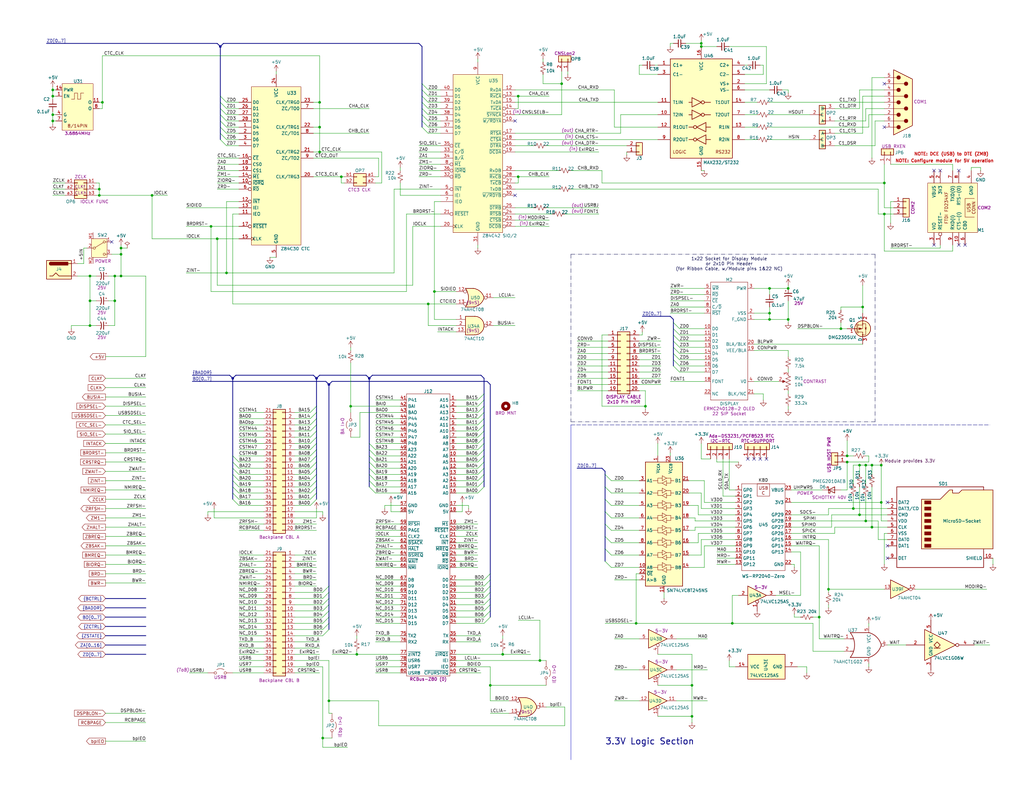
<source format=kicad_sch>
(kicad_sch (version 20250114) (generator "eeschema") (generator_version "9.0")
  (paper "User" 419.1 323.85)
  (title_block (title "CTC, SIO, KBD, SD, Disp, BP80 Bus") (date "2025-10-19") (rev "PR8.2") (company "SilkyDESIGN") (comment 1 "Copyright 2025 AESilky & SMcCown"))
  (lib_symbols
    (symbol "74xx:74LS08" (pin_names (offset 1.016))
      (property "Reference" "U" (at 0 1.27 0))
      (property "Value" "74LS08" (at 0 -1.27 0))
      (symbol "74LS08_1_1"
        (pin input line (at -7.62 2.54 0) (length 3.81) (name "~") (number "1"))
        (pin input line (at -7.62 -2.54 0) (length 3.81) (name "~") (number "2"))
        (pin output line (at 7.62 0 180) (length 3.81) (name "~") (number "3"))
      )
      (symbol "74LS08_1_2"
        (pin input inverted (at -7.62 2.54 0) (length 4.318) (name "~") (number "1"))
        (pin input inverted (at -7.62 -2.54 0) (length 4.318) (name "~") (number "2"))
        (pin output inverted (at 7.62 0 180) (length 3.81) (name "~") (number "3"))
      )
      (symbol "74LS08_2_1"
        (pin input line (at -7.62 2.54 0) (length 3.81) (name "~") (number "4"))
        (pin input line (at -7.62 -2.54 0) (length 3.81) (name "~") (number "5"))
        (pin output line (at 7.62 0 180) (length 3.81) (name "~") (number "6"))
      )
      (symbol "74LS08_2_2"
        (pin input inverted (at -7.62 2.54 0) (length 4.318) (name "~") (number "4"))
        (pin input inverted (at -7.62 -2.54 0) (length 4.318) (name "~") (number "5"))
        (pin output inverted (at 7.62 0 180) (length 3.81) (name "~") (number "6"))
      )
      (symbol "74LS08_3_1"
        (pin input line (at -7.62 2.54 0) (length 3.81) (name "~") (number "9"))
        (pin input line (at -7.62 -2.54 0) (length 3.81) (name "~") (number "10"))
        (pin output line (at 7.62 0 180) (length 3.81) (name "~") (number "8"))
      )
      (symbol "74LS08_3_2"
        (pin input inverted (at -7.62 2.54 0) (length 4.318) (name "~") (number "9"))
        (pin input inverted (at -7.62 -2.54 0) (length 4.318) (name "~") (number "10"))
        (pin output inverted (at 7.62 0 180) (length 3.81) (name "~") (number "8"))
      )
      (symbol "74LS08_4_1"
        (pin input line (at -7.62 2.54 0) (length 3.81) (name "~") (number "12"))
        (pin input line (at -7.62 -2.54 0) (length 3.81) (name "~") (number "13"))
        (pin output line (at 7.62 0 180) (length 3.81) (name "~") (number "11"))
      )
      (symbol "74LS08_4_2"
        (pin input inverted (at -7.62 2.54 0) (length 4.318) (name "~") (number "12"))
        (pin input inverted (at -7.62 -2.54 0) (length 4.318) (name "~") (number "13"))
        (pin output inverted (at 7.62 0 180) (length 3.81) (name "~") (number "11"))
      )
      (symbol "74LS08_5_0"
        (pin power_in line (at 0 12.7 270) (length 5.08) (name "VCC") (number "14"))
        (pin power_in line (at 0 -12.7 90) (length 5.08) (name "GND") (number "7"))
      )
    )
    (symbol "74xx:74LS10" (pin_names (offset 1.016))
      (property "Reference" "U" (at 0 1.27 0))
      (property "Value" "74LS10" (at 0 -1.27 0))
      (symbol "74LS10_1_1"
        (pin input line (at -7.62 2.54 0) (length 3.81) (name "~") (number "1"))
        (pin input line (at -7.62 0 0) (length 3.81) (name "~") (number "2"))
        (pin input line (at -7.62 -2.54 0) (length 3.81) (name "~") (number "13"))
        (pin output inverted (at 7.62 0 180) (length 3.81) (name "~") (number "12"))
      )
      (symbol "74LS10_1_2"
        (pin input inverted (at -7.62 2.54 0) (length 4.318) (name "~") (number "1"))
        (pin input inverted (at -7.62 0 0) (length 4.953) (name "~") (number "2"))
        (pin input inverted (at -7.62 -2.54 0) (length 4.318) (name "~") (number "13"))
        (pin output line (at 7.62 0 180) (length 3.81) (name "~") (number "12"))
      )
      (symbol "74LS10_2_1"
        (pin input line (at -7.62 2.54 0) (length 3.81) (name "~") (number "3"))
        (pin input line (at -7.62 0 0) (length 3.81) (name "~") (number "4"))
        (pin input line (at -7.62 -2.54 0) (length 3.81) (name "~") (number "5"))
        (pin output inverted (at 7.62 0 180) (length 3.81) (name "~") (number "6"))
      )
      (symbol "74LS10_2_2"
        (pin input inverted (at -7.62 2.54 0) (length 4.318) (name "~") (number "3"))
        (pin input inverted (at -7.62 0 0) (length 4.953) (name "~") (number "4"))
        (pin input inverted (at -7.62 -2.54 0) (length 4.318) (name "~") (number "5"))
        (pin output line (at 7.62 0 180) (length 3.81) (name "~") (number "6"))
      )
      (symbol "74LS10_3_1"
        (pin input line (at -7.62 2.54 0) (length 3.81) (name "~") (number "9"))
        (pin input line (at -7.62 0 0) (length 3.81) (name "~") (number "10"))
        (pin input line (at -7.62 -2.54 0) (length 3.81) (name "~") (number "11"))
        (pin output inverted (at 7.62 0 180) (length 3.81) (name "~") (number "8"))
      )
      (symbol "74LS10_3_2"
        (pin input inverted (at -7.62 2.54 0) (length 4.318) (name "~") (number "9"))
        (pin input inverted (at -7.62 0 0) (length 4.953) (name "~") (number "10"))
        (pin input inverted (at -7.62 -2.54 0) (length 4.318) (name "~") (number "11"))
        (pin output line (at 7.62 0 180) (length 3.81) (name "~") (number "8"))
      )
      (symbol "74LS10_4_0"
        (pin power_in line (at 0 12.7 270) (length 5.08) (name "VCC") (number "14"))
        (pin power_in line (at 0 -12.7 90) (length 5.08) (name "GND") (number "7"))
      )
    )
    (symbol "74xx:74LVC125" (pin_names (offset 1.016))
      (property "Reference" "U" (at 0 1.27 0))
      (property "Value" "74LVC125" (at 0 -1.27 0))
      (symbol "74LVC125_1_0"
        (pin input line (at -7.62 0 0) (length 3.81) (name "~") (number "2"))
        (pin input inverted (at 0 -6.35 90) (length 4.445) (name "~") (number "1"))
        (pin tri_state line (at 7.62 0 180) (length 3.81) (name "~") (number "3"))
      )
      (symbol "74LVC125_2_0"
        (pin input line (at -7.62 0 0) (length 3.81) (name "~") (number "5"))
        (pin input inverted (at 0 -6.35 90) (length 4.445) (name "~") (number "4"))
        (pin tri_state line (at 7.62 0 180) (length 3.81) (name "~") (number "6"))
      )
      (symbol "74LVC125_3_0"
        (pin input line (at -7.62 0 0) (length 3.81) (name "~") (number "9"))
        (pin input inverted (at 0 -6.35 90) (length 4.445) (name "~") (number "10"))
        (pin tri_state line (at 7.62 0 180) (length 3.81) (name "~") (number "8"))
      )
      (symbol "74LVC125_4_0"
        (pin input line (at -7.62 0 0) (length 3.81) (name "~") (number "12"))
        (pin input inverted (at 0 -6.35 90) (length 4.445) (name "~") (number "13"))
        (pin tri_state line (at 7.62 0 180) (length 3.81) (name "~") (number "11"))
      )
      (symbol "74LVC125_5_0"
        (pin power_in line (at 0 12.7 270) (length 5.08) (name "VCC") (number "14"))
        (pin power_in line (at 0 -12.7 90) (length 5.08) (name "GND") (number "7"))
      )
    )
    (symbol "AES_Library:7404-AES"
      (property "Reference" "U" (at -2.286 -0.254 0))
      (property "Value" "7404" (at -1.016 -3.302 0))
      (symbol "7404-AES_1_1"
        (pin input line (at -6.35 0 0) (length 2.54) (name "~") (number "1"))
        (pin output inverted (at 6.35 0 180) (length 2.54) (name "~") (number "2"))
      )
      (symbol "7404-AES_1_2"
        (pin input inverted (at -6.35 0 0) (length 2.54) (name "~") (number "1"))
        (pin output line (at 6.35 0 180) (length 2.54) (name "~") (number "2"))
      )
      (symbol "7404-AES_2_1"
        (pin input line (at -6.35 0 0) (length 2.54) (name "~") (number "3"))
        (pin output inverted (at 6.35 0 180) (length 2.54) (name "~") (number "4"))
      )
      (symbol "7404-AES_2_2"
        (pin input inverted (at -6.35 0 0) (length 2.54) (name "~") (number "3"))
        (pin output line (at 6.35 0 180) (length 2.54) (name "~") (number "4"))
      )
      (symbol "7404-AES_3_1"
        (pin input line (at -6.35 0 0) (length 2.54) (name "~") (number "5"))
        (pin output inverted (at 6.35 0 180) (length 2.54) (name "~") (number "6"))
      )
      (symbol "7404-AES_3_2"
        (pin input inverted (at -6.35 0 0) (length 2.54) (name "~") (number "5"))
        (pin output line (at 6.35 0 180) (length 2.54) (name "~") (number "6"))
      )
      (symbol "7404-AES_4_1"
        (pin input line (at -6.35 0 0) (length 2.54) (name "~") (number "9"))
        (pin output inverted (at 6.35 0 180) (length 2.54) (name "~") (number "8"))
      )
      (symbol "7404-AES_4_2"
        (pin input inverted (at -6.35 0 0) (length 2.54) (name "~") (number "9"))
        (pin output line (at 6.35 0 180) (length 2.54) (name "~") (number "8"))
      )
      (symbol "7404-AES_5_1"
        (pin input line (at -6.35 0 0) (length 2.54) (name "~") (number "11"))
        (pin output inverted (at 6.35 0 180) (length 2.54) (name "~") (number "10"))
      )
      (symbol "7404-AES_5_2"
        (pin input inverted (at -6.35 0 0) (length 2.54) (name "~") (number "11"))
        (pin output line (at 6.35 0 180) (length 2.54) (name "~") (number "10"))
      )
      (symbol "7404-AES_6_1"
        (pin input line (at -6.35 0 0) (length 2.54) (name "~") (number "13"))
        (pin output inverted (at 6.35 0 180) (length 2.54) (name "~") (number "12"))
      )
      (symbol "7404-AES_6_2"
        (pin input inverted (at -6.35 0 0) (length 2.54) (name "~") (number "13"))
        (pin output line (at 6.35 0 180) (length 2.54) (name "~") (number "12"))
      )
      (symbol "7404-AES_7_0"
        (pin power_in line (at 0 12.7 270) (length 5.08) (name "VCC") (number "14"))
        (pin power_in line (at 0 -12.7 90) (length 5.08) (name "GND") (number "7"))
      )
    )
    (symbol "AES_Library:74LVC1G06-AES"
      (property "Reference" "U" (at 0 7.62 0))
      (property "Value" "74LVC1G06-AES" (at 2.54 -7.62 0))
      (symbol "74LVC1G06-AES_1_1"
        (pin input line (at -15.24 0 0) (length 7.62) (name "~") (number "2"))
        (pin no_connect line (at -10.16 3.81 0) (length 2.54) (hide yes) (name "NC") (number "1"))
        (pin power_in line (at -5.08 10.16 270) (length 5.08) (name "VCC") (number "5"))
        (pin power_in line (at -5.08 -10.16 90) (length 5.08) (name "GND") (number "3"))
        (pin open_collector inverted (at 12.7 0 180) (length 7.62) (name "~") (number "4"))
      )
    )
    (symbol "AES_Library:74x1G02-AES"
      (property "Reference" "U" (at -4.826 6.35 0))
      (property "Value" "74x1G02-AES" (at 0.762 -6.096 0))
      (symbol "74x1G02-AES_1_1"
        (pin input line (at -10.16 2.54 0) (length 2.54) (name "~") (number "1"))
        (pin input line (at -10.16 -2.54 0) (length 2.54) (name "~") (number "2"))
        (pin power_in line (at 0 7.62 270) (length 2.54) (name "VCC") (number "5"))
        (pin power_in line (at 0 -7.62 90) (length 2.54) (name "GND") (number "3"))
        (pin output inverted (at 7.62 0 180) (length 2.54) (name "~") (number "4"))
      )
    )
    (symbol "AES_Library:AES-FTDI_FT234XF_USB_UART_Module" (pin_names (offset 1.016))
      (property "Reference" "U" (at 0 27.94 0))
      (symbol "AES-FTDI_FT234XF_USB_UART_Module_1_0"
        (text "FTDI FD234XF" (at 0 19.05 0) (effects (font (size 1.27 1.27))))
      )
      (symbol "AES-FTDI_FT234XF_USB_UART_Module_1_1"
        (text "USB\nCONN" (at 0 8.89 0) (effects (font (size 1.27 1.27))))
        (pin power_in line (at -15.24 24.13 0) (length 5.08) (name "VIO") (number "3"))
        (pin input inverted (at -15.24 21.59 0) (length 5.08) (name "RESET-") (number "1"))
        (pin input line (at -15.24 16.51 0) (length 5.08) (name "RXD(I)") (number "9"))
        (pin input line (at -15.24 13.97 0) (length 5.08) (name "CTS-(I)") (number "10"))
        (pin bidirectional line (at -15.24 11.43 0) (length 5.08) (name "CB0") (number "6"))
        (pin power_out line (at 15.24 24.13 180) (length 5.08) (name "VBUS") (number "5"))
        (pin power_out line (at 15.24 21.59 180) (length 5.08) (name "3V3") (number "2"))
        (pin output line (at 15.24 16.51 180) (length 5.08) (name "TXD(O)") (number "7"))
        (pin output line (at 15.24 13.97 180) (length 5.08) (name "RTS-(O)") (number "8"))
        (pin power_in line (at 15.24 8.89 180) (length 5.08) (name "GND") (number "4"))
      )
    )
    (symbol "AES_Library:AES-Option_A-B"
      (property "Reference" "OP" (at 0 0 0))
      (symbol "AES-Option_A-B_1_0"
        (pin passive line (at 5.08 -5.08 180) (length 3.81) (name "C") (number "2"))
      )
      (symbol "AES-Option_A-B_1_1"
        (pin passive line (at -5.08 -2.54 0) (length 3.81) (name "A") (number "1"))
        (pin passive line (at -5.08 -7.62 0) (length 3.81) (name "B") (number "3"))
      )
    )
    (symbol "AES_Library:AES-Schottky_Diode_PWR_Input" (pin_numbers (hide yes)) (pin_names (offset 1.016) (hide yes))
      (property "Reference" "D" (at 0 -2.54 0))
      (symbol "AES-Schottky_Diode_PWR_Input_1_1"
        (pin power_in line (at -3.81 0 0) (length 2.54) (name "A") (number "2"))
        (pin passive line (at 3.81 0 180) (length 2.54) (name "K") (number "1"))
      )
    )
    (symbol "AES_Library:BARREL_JACK-AES" (pin_names (hide yes))
      (property "Reference" "J" (at -0.508 0 0))
      (symbol "BARREL_JACK-AES_1_1"
        (pin power_out line (at 7.62 2.54 180) (length 2.54) (name "~") (number "1"))
        (pin power_out line (at 7.62 -2.54 180) (length 2.54) (name "~") (number "2"))
      )
    )
    (symbol "AES_Library:DMG2305UX-AES" (pin_names (offset 0))
      (property "Reference" "Q" (at 3.048 4.064 0))
      (property "Value" "DMG2305UX-AES" (at 2.794 -3.048 0))
      (symbol "DMG2305UX-AES_1_1"
        (pin input line (at -6.35 0 0) (length 3.81) (name "G") (number "1"))
        (pin power_out line (at 0 6.35 270) (length 3.81) (name "D") (number "3"))
        (pin power_in line (at 0 -6.35 90) (length 3.81) (name "S") (number "2"))
      )
    )
    (symbol "AES_Library:Display_ERMC240128-2_OLED-AES"
      (property "Reference" "M" (at 0 27.686 0))
      (property "Value" "DISPLAY" (at 0.254 -23.114 0))
      (symbol "Display_ERMC240128-2_OLED-AES_1_1"
        (pin input line (at -10.16 24.13 0) (length 2.54) (name "~{WR}") (number "5"))
        (pin input line (at -10.16 21.59 0) (length 2.54) (name "~{RD}") (number "6"))
        (pin input line (at -10.16 19.05 0) (length 2.54) (name "~{CE}") (number "7"))
        (pin input line (at -10.16 16.51 0) (length 2.54) (name "C/~{D}") (number "8"))
        (pin input line (at -10.16 13.97 0) (length 2.54) (name "~{RST}") (number "9"))
        (pin input line (at -10.16 7.62 0) (length 2.54) (name "D0") (number "10"))
        (pin input line (at -10.16 5.08 0) (length 2.54) (name "D1") (number "11"))
        (pin input line (at -10.16 2.54 0) (length 2.54) (name "D2") (number "12"))
        (pin input line (at -10.16 0 0) (length 2.54) (name "D3") (number "13"))
        (pin input line (at -10.16 -2.54 0) (length 2.54) (name "D4") (number "14"))
        (pin input line (at -10.16 -5.08 0) (length 2.54) (name "D5") (number "15"))
        (pin input line (at -10.16 -7.62 0) (length 2.54) (name "D6") (number "16"))
        (pin input line (at -10.16 -10.16 0) (length 2.54) (name "D7") (number "17"))
        (pin input line (at -10.16 -13.97 0) (length 2.54) (name "FONT") (number "18"))
        (pin free line (at -10.16 -19.05 0) (length 2.54) (name "NC") (number "22"))
        (pin power_in line (at 10.16 24.13 180) (length 2.54) (name "PWR") (number "3"))
        (pin power_in line (at 10.16 13.97 180) (length 2.54) (name "VSS") (number "2"))
        (pin power_in line (at 10.16 11.43 180) (length 2.54) (name "F_GND") (number "1"))
        (pin power_in line (at 10.16 1.27 180) (length 2.54) (name "BLA/BLK") (number "20"))
        (pin power_out line (at 10.16 -1.27 180) (length 2.54) (name "VEE/BLA") (number "19"))
        (pin power_in line (at 10.16 -13.97 180) (length 2.54) (name "V0") (number "4"))
        (pin power_in line (at 10.16 -19.05 180) (length 2.54) (name "BLK/NC") (number "21"))
      )
    )
    (symbol "AES_Library:MAX232-ST232-AES" (pin_names (offset 1.016))
      (property "Reference" "U" (at -5.588 16.51 0))
      (property "Value" "MAX232-ST232-AES" (at 1.27 16.51 0))
      (symbol "MAX232-ST232-AES_0_0"
        (text "LOGIC" (at -8.89 -22.86 0) (effects (font (size 1.27 1.27))))
        (text "RS232" (at 8.89 -22.86 0) (effects (font (size 1.27 1.27))))
      )
      (symbol "MAX232-ST232-AES_1_1"
        (pin passive line (at -17.78 12.7 0) (length 5.08) (name "C1+") (number "1"))
        (pin passive line (at -17.78 8.89 0) (length 5.08) (name "C1-") (number "3"))
        (pin input line (at -17.78 -2.54 0) (length 5.08) (name "T1IN") (number "11"))
        (pin input line (at -17.78 -7.62 0) (length 5.08) (name "T2IN") (number "10"))
        (pin output line (at -17.78 -12.7 0) (length 5.08) (name "R1OUT") (number "12"))
        (pin output line (at -17.78 -17.78 0) (length 5.08) (name "R2OUT") (number "9"))
        (pin power_in line (at 0 20.32 270) (length 5.08) (name "VCC") (number "16"))
        (pin power_in line (at 0 -30.48 90) (length 5.08) (name "GND") (number "15"))
        (pin passive line (at 17.78 12.7 180) (length 5.08) (name "C2+") (number "4"))
        (pin passive line (at 17.78 8.89 180) (length 5.08) (name "C2-") (number "5"))
        (pin power_out line (at 17.78 5.08 180) (length 5.08) (name "VS+") (number "2"))
        (pin power_out line (at 17.78 2.54 180) (length 5.08) (name "VS-") (number "6"))
        (pin output line (at 17.78 -2.54 180) (length 5.08) (name "T1OUT") (number "14"))
        (pin output line (at 17.78 -7.62 180) (length 5.08) (name "T2OUT") (number "7"))
        (pin input line (at 17.78 -12.7 180) (length 5.08) (name "R1IN") (number "13"))
        (pin input line (at 17.78 -17.78 180) (length 5.08) (name "R2IN") (number "8"))
      )
    )
    (symbol "AES_Library:OSC-8_14CAN-AES"
      (property "Reference" "U" (at 0 7.112 0))
      (property "Freq" "~" (at 0 -11.938 0))
      (symbol "OSC-8_14CAN-AES_1_1"
        (text "8/14PIN" (at 0 -8.382 0) (effects (font (size 1.27 1.27))))
        (pin power_in line (at -8.89 6.35 0) (length 2.54) (name "PWR") (number "14"))
        (pin input line (at -8.89 3.81 0) (length 2.54) (name "EN") (number "1"))
        (pin power_in line (at -8.89 -3.81 0) (length 2.54) (name "G") (number "4"))
        (pin power_in line (at -8.89 -6.35 0) (length 2.54) (name "G") (number "7"))
        (pin no_connect non_logic (at -7.62 1.27 0) (length 1.27) (hide yes) (name "NC2") (number "2"))
        (pin no_connect non_logic (at -7.62 -1.27 0) (length 1.27) (hide yes) (name "NC3") (number "3"))
        (pin free non_logic (at -7.62 -8.89 0) (length 1.27) (hide yes) (name "NC5") (number "5"))
        (pin free non_logic (at 7.62 6.35 180) (length 1.27) (hide yes) (name "NC13") (number "13"))
        (pin free non_logic (at 7.62 3.81 180) (length 1.27) (hide yes) (name "NC12") (number "12"))
        (pin free non_logic (at 7.62 -3.81 180) (length 1.27) (hide yes) (name "NC10") (number "10"))
        (pin free non_logic (at 7.62 -6.35 180) (length 1.27) (hide yes) (name "NC9") (number "9"))
        (pin free non_logic (at 7.62 -8.89 180) (length 1.27) (hide yes) (name "NC6") (number "6"))
        (pin output line (at 8.89 1.27 180) (length 2.54) (name "O") (number "11"))
        (pin output line (at 8.89 -1.27 180) (length 2.54) (name "O") (number "8"))
      )
    )
    (symbol "AES_Library:RC2014_BUS_BP80-AES"
      (property "Reference" "J" (at 0 0 0))
      (symbol "RC2014_BUS_BP80-AES_1_0"
        (pin unspecified line (at -11.43 54.61 0) (length 2.54) (name "P41") (number "41"))
        (pin input line (at -11.43 52.07 0) (length 2.54) (name "BAI") (number "42"))
        (pin output line (at -11.43 49.53 0) (length 2.54) (name "BAO") (number "43"))
        (pin unspecified line (at -11.43 46.99 0) (length 2.54) (name "P44") (number "44"))
        (pin unspecified line (at -11.43 44.45 0) (length 2.54) (name "P45") (number "45"))
        (pin unspecified line (at -11.43 41.91 0) (length 2.54) (name "P46") (number "46"))
        (pin unspecified line (at -11.43 39.37 0) (length 2.54) (name "P47") (number "47"))
        (pin unspecified line (at -11.43 36.83 0) (length 2.54) (name "P48") (number "48"))
      )
      (symbol "RC2014_BUS_BP80-AES_1_1"
        (pin tri_state line (at -11.43 34.29 0) (length 2.54) (name "A23") (number "49"))
        (pin tri_state line (at -11.43 31.75 0) (length 2.54) (name "A22") (number "50"))
        (pin tri_state line (at -11.43 29.21 0) (length 2.54) (name "A21") (number "51"))
        (pin tri_state line (at -11.43 26.67 0) (length 2.54) (name "A20") (number "52"))
        (pin tri_state line (at -11.43 24.13 0) (length 2.54) (name "A19") (number "53"))
        (pin tri_state line (at -11.43 21.59 0) (length 2.54) (name "A18") (number "54"))
        (pin tri_state line (at -11.43 19.05 0) (length 2.54) (name "A17") (number "55"))
        (pin tri_state line (at -11.43 16.51 0) (length 2.54) (name "A16") (number "56"))
        (pin power_in line (at -11.43 11.43 0) (length 2.54) (name "GND") (number "57"))
        (pin power_in line (at -11.43 8.89 0) (length 2.54) (name "5V") (number "58"))
        (pin input line (at -11.43 3.81 0) (length 2.54) (name "~{RFSH}") (number "59"))
        (pin input line (at -11.43 1.27 0) (length 2.54) (name "PAGE") (number "60"))
        (pin input line (at -11.43 -1.27 0) (length 2.54) (name "CLK2") (number "61"))
        (pin input line (at -11.43 -3.81 0) (length 2.54) (name "~{BSACK}") (number "62"))
        (pin input line (at -11.43 -6.35 0) (length 2.54) (name "~{HALT}") (number "63"))
        (pin open_collector line (at -11.43 -8.89 0) (length 2.54) (name "~{BSREQ}") (number "64"))
        (pin open_collector line (at -11.43 -11.43 0) (length 2.54) (name "~{WAIT}") (number "65"))
        (pin open_collector line (at -11.43 -13.97 0) (length 2.54) (name "~{NMI}") (number "66"))
        (pin tri_state line (at -11.43 -19.05 0) (length 2.54) (name "D8") (number "67"))
        (pin tri_state line (at -11.43 -21.59 0) (length 2.54) (name "D9") (number "68"))
        (pin tri_state line (at -11.43 -24.13 0) (length 2.54) (name "D10") (number "69"))
        (pin tri_state line (at -11.43 -26.67 0) (length 2.54) (name "D11") (number "70"))
        (pin tri_state line (at -11.43 -29.21 0) (length 2.54) (name "D12") (number "71"))
        (pin tri_state line (at -11.43 -31.75 0) (length 2.54) (name "D13") (number "72"))
        (pin tri_state line (at -11.43 -34.29 0) (length 2.54) (name "D14") (number "73"))
        (pin tri_state line (at -11.43 -36.83 0) (length 2.54) (name "D15") (number "74"))
        (pin bidirectional line (at -11.43 -41.91 0) (length 2.54) (name "TX2") (number "75"))
        (pin bidirectional line (at -11.43 -44.45 0) (length 2.54) (name "RX2") (number "76"))
        (pin open_collector line (at -11.43 -49.53 0) (length 2.54) (name "~{zINT2}") (number "77"))
        (pin free line (at -11.43 -52.07 0) (length 2.54) (name "USR6") (number "78"))
        (pin free line (at -11.43 -54.61 0) (length 2.54) (name "USR7") (number "79"))
        (pin free line (at -11.43 -57.15 0) (length 2.54) (name "USR8") (number "80"))
        (pin tri_state line (at 11.43 54.61 180) (length 2.54) (name "A15") (number "1"))
        (pin tri_state line (at 11.43 52.07 180) (length 2.54) (name "A14") (number "2"))
        (pin tri_state line (at 11.43 49.53 180) (length 2.54) (name "A13") (number "3"))
        (pin tri_state line (at 11.43 46.99 180) (length 2.54) (name "A12") (number "4"))
        (pin tri_state line (at 11.43 44.45 180) (length 2.54) (name "A11") (number "5"))
        (pin tri_state line (at 11.43 41.91 180) (length 2.54) (name "A10") (number "6"))
        (pin tri_state line (at 11.43 39.37 180) (length 2.54) (name "A9") (number "7"))
        (pin tri_state line (at 11.43 36.83 180) (length 2.54) (name "A8") (number "8"))
        (pin tri_state line (at 11.43 34.29 180) (length 2.54) (name "A7") (number "9"))
        (pin tri_state line (at 11.43 31.75 180) (length 2.54) (name "A6") (number "10"))
        (pin tri_state line (at 11.43 29.21 180) (length 2.54) (name "A5") (number "11"))
        (pin tri_state line (at 11.43 26.67 180) (length 2.54) (name "A4") (number "12"))
        (pin tri_state line (at 11.43 24.13 180) (length 2.54) (name "A3") (number "13"))
        (pin tri_state line (at 11.43 21.59 180) (length 2.54) (name "A2") (number "14"))
        (pin tri_state line (at 11.43 19.05 180) (length 2.54) (name "A1") (number "15"))
        (pin tri_state line (at 11.43 16.51 180) (length 2.54) (name "A0") (number "16"))
        (pin power_in line (at 11.43 11.43 180) (length 2.54) (name "GND") (number "17"))
        (pin power_in line (at 11.43 8.89 180) (length 2.54) (name "5V") (number "18"))
        (pin bidirectional line (at 11.43 3.81 180) (length 2.54) (name "~{M1}") (number "19"))
        (pin open_collector line (at 11.43 1.27 180) (length 2.54) (name "~{RESET}") (number "20"))
        (pin input line (at 11.43 -1.27 180) (length 2.54) (name "CLK") (number "21"))
        (pin open_collector line (at 11.43 -3.81 180) (length 2.54) (name "~{INT}") (number "22"))
        (pin tri_state line (at 11.43 -6.35 180) (length 2.54) (name "~{MREQ}") (number "23"))
        (pin tri_state line (at 11.43 -8.89 180) (length 2.54) (name "~{WR}") (number "24"))
        (pin tri_state line (at 11.43 -11.43 180) (length 2.54) (name "~{RD}") (number "25"))
        (pin tri_state line (at 11.43 -13.97 180) (length 2.54) (name "~{IORQ}") (number "26"))
        (pin tri_state line (at 11.43 -19.05 180) (length 2.54) (name "D0") (number "27"))
        (pin tri_state line (at 11.43 -21.59 180) (length 2.54) (name "D1") (number "28"))
        (pin tri_state line (at 11.43 -24.13 180) (length 2.54) (name "D2") (number "29"))
        (pin tri_state line (at 11.43 -26.67 180) (length 2.54) (name "D3") (number "30"))
        (pin tri_state line (at 11.43 -29.21 180) (length 2.54) (name "D4") (number "31"))
        (pin tri_state line (at 11.43 -31.75 180) (length 2.54) (name "D5") (number "32"))
        (pin tri_state line (at 11.43 -34.29 180) (length 2.54) (name "D6") (number "33"))
        (pin tri_state line (at 11.43 -36.83 180) (length 2.54) (name "D7") (number "34"))
        (pin bidirectional line (at 11.43 -41.91 180) (length 2.54) (name "TX") (number "35"))
        (pin bidirectional line (at 11.43 -44.45 180) (length 2.54) (name "RX") (number "36"))
        (pin open_collector line (at 11.43 -49.53 180) (length 2.54) (name "~{zIRQ1}") (number "37"))
        (pin input line (at 11.43 -52.07 180) (length 2.54) (name "IEI") (number "38"))
        (pin output line (at 11.43 -54.61 180) (length 2.54) (name "IEO") (number "39"))
        (pin open_collector line (at 11.43 -57.15 180) (length 2.54) (name "~{CPURSTRQ}") (number "40"))
      )
    )
    (symbol "AES_Library:RP2040_WS-AES"
      (property "Reference" "U" (at 0 0 0))
      (symbol "RP2040_WS-AES_1_1"
        (text_box "USB\nC" (at -2.54 16.51 0) (size 5.08 -5.08) (margins 1.016 1.016 1.016 1.016) (effects (font (size 1.27 1.27)) (justify top)))
        (pin bidirectional line (at -11.43 13.97 0) (length 2.54) (name "GP0") (number "1"))
        (pin bidirectional line (at -11.43 11.43 0) (length 2.54) (name "GP1") (number "2"))
        (pin bidirectional line (at -11.43 8.89 0) (length 2.54) (name "GP2") (number "3"))
        (pin bidirectional line (at -11.43 6.35 0) (length 2.54) (name "GP3") (number "4"))
        (pin bidirectional line (at -11.43 3.81 0) (length 2.54) (name "GP4") (number "5"))
        (pin bidirectional line (at -11.43 1.27 0) (length 2.54) (name "GP5") (number "6"))
        (pin bidirectional line (at -11.43 -1.27 0) (length 2.54) (name "GP6") (number "7"))
        (pin bidirectional line (at -11.43 -3.81 0) (length 2.54) (name "GP7") (number "8"))
        (pin bidirectional line (at -11.43 -6.35 0) (length 2.54) (name "GP8") (number "9"))
        (pin bidirectional line (at -11.43 -8.89 0) (length 2.54) (name "GP9") (number "10"))
        (pin bidirectional line (at -11.43 -11.43 0) (length 2.54) (name "GP10") (number "11"))
        (pin bidirectional line (at -11.43 -13.97 0) (length 2.54) (name "GP11") (number "12"))
        (pin bidirectional line (at -11.43 -16.51 0) (length 2.54) (name "GP12") (number "13"))
        (pin power_out line (at 11.43 13.97 180) (length 2.54) (name "VBUS") (number "23"))
        (pin power_out line (at 11.43 8.89 180) (length 2.54) (name "3V3") (number "21"))
        (pin bidirectional line (at 11.43 3.81 180) (length 2.54) (name "GP29") (number "20"))
        (pin bidirectional line (at 11.43 1.27 180) (length 2.54) (name "GP28") (number "19"))
        (pin bidirectional line (at 11.43 -1.27 180) (length 2.54) (name "GP27") (number "18"))
        (pin bidirectional line (at 11.43 -3.81 180) (length 2.54) (name "GP26") (number "17"))
        (pin bidirectional line (at 11.43 -6.35 180) (length 2.54) (name "GP15") (number "16"))
        (pin bidirectional line (at 11.43 -8.89 180) (length 2.54) (name "GP14") (number "15"))
        (pin bidirectional line (at 11.43 -11.43 180) (length 2.54) (name "GP13") (number "14"))
        (pin power_in line (at 11.43 -16.51 180) (length 2.54) (name "GND") (number "22"))
      )
    )
    (symbol "AES_Library:SN74LVC8T245-AES"
      (property "Reference" "U" (at 4.318 26.67 0))
      (property "Value" "SN74LVC8T245-AES" (at 1.524 -27.178 0))
      (symbol "SN74LVC8T245-AES_1_1"
        (pin bidirectional line (at -10.16 17.78 0) (length 2.54) (name "A1") (number "3"))
        (pin bidirectional line (at -10.16 12.7 0) (length 2.54) (name "A2") (number "4"))
        (pin bidirectional line (at -10.16 7.62 0) (length 2.54) (name "A3") (number "5"))
        (pin bidirectional line (at -10.16 2.54 0) (length 2.54) (name "A4") (number "6"))
        (pin bidirectional line (at -10.16 -2.54 0) (length 2.54) (name "A5") (number "7"))
        (pin bidirectional line (at -10.16 -7.62 0) (length 2.54) (name "A6") (number "8"))
        (pin bidirectional line (at -10.16 -12.7 0) (length 2.54) (name "A7") (number "9"))
        (pin bidirectional line (at -10.16 -17.78 0) (length 2.54) (name "A8") (number "10"))
        (pin input line (at -10.16 -20.32 0) (length 2.54) (name "~{OE}") (number "22"))
        (pin input line (at -10.16 -22.86 0) (length 2.54) (name "A>B") (number "2"))
        (pin power_in line (at -2.54 27.94 270) (length 2.54) (name "V_{CCA}") (number "1"))
        (pin power_in line (at 0 -27.94 90) (length 2.54) (name "GND") (number "11"))
        (pin passive line (at 0 -27.94 90) (length 2.54) (hide yes) (name "GND") (number "12"))
        (pin passive line (at 0 -27.94 90) (length 2.54) (hide yes) (name "GND") (number "13"))
        (pin power_in line (at 2.54 27.94 270) (length 2.54) (name "V_{CCB}") (number "23"))
        (pin passive line (at 2.54 27.94 270) (length 2.54) (hide yes) (name "V_{CCB}") (number "24"))
        (pin bidirectional line (at 10.16 17.78 180) (length 2.54) (name "B1") (number "21"))
        (pin bidirectional line (at 10.16 12.7 180) (length 2.54) (name "B2") (number "20"))
        (pin bidirectional line (at 10.16 7.62 180) (length 2.54) (name "B3") (number "19"))
        (pin bidirectional line (at 10.16 2.54 180) (length 2.54) (name "B4") (number "18"))
        (pin bidirectional line (at 10.16 -2.54 180) (length 2.54) (name "B5") (number "17"))
        (pin bidirectional line (at 10.16 -7.62 180) (length 2.54) (name "B6") (number "16"))
        (pin bidirectional line (at 10.16 -12.7 180) (length 2.54) (name "B7") (number "15"))
        (pin bidirectional line (at 10.16 -17.78 180) (length 2.54) (name "B8") (number "14"))
      )
    )
    (symbol "AES_Library:SW_SPDT-TGL-PCMount-AES" (pin_names (offset 0) (hide yes))
      (property "Reference" "SW" (at 0 5.08 0))
      (symbol "SW_SPDT-TGL-PCMount-AES_1_1"
        (pin passive line (at -5.08 0 0) (length 2.54) (name "B") (number "2"))
        (pin free line (at -2.54 6.35 270) (length 2.54) (name "") (number "M1"))
        (pin free line (at -2.54 -6.35 90) (length 2.54) (name "") (number "M2"))
        (pin passive line (at 5.08 2.54 180) (length 2.54) (name "A") (number "1"))
        (pin passive line (at 5.08 -2.54 180) (length 2.54) (name "C") (number "3"))
      )
    )
    (symbol "AES_Library:Z84C30CTC-AES"
      (property "Reference" "U" (at 0 0 0))
      (symbol "Z84C30CTC-AES_1_1"
        (pin bidirectional line (at -15.24 22.86 0) (length 5.08) (name "D0") (number "25"))
        (pin bidirectional line (at -15.24 20.32 0) (length 5.08) (name "D1") (number "26"))
        (pin bidirectional line (at -15.24 17.78 0) (length 5.08) (name "D2") (number "27"))
        (pin bidirectional line (at -15.24 15.24 0) (length 5.08) (name "D3") (number "28"))
        (pin bidirectional line (at -15.24 12.7 0) (length 5.08) (name "D4") (number "1"))
        (pin bidirectional line (at -15.24 10.16 0) (length 5.08) (name "D5") (number "2"))
        (pin bidirectional line (at -15.24 7.62 0) (length 5.08) (name "D6") (number "3"))
        (pin bidirectional line (at -15.24 5.08 0) (length 5.08) (name "D7") (number "4"))
        (pin input inverted (at -15.24 0 0) (length 5.08) (name "~{CE}") (number "16"))
        (pin input line (at -15.24 -2.54 0) (length 5.08) (name "CS0") (number "18"))
        (pin input line (at -15.24 -5.08 0) (length 5.08) (name "CS1") (number "19"))
        (pin input inverted (at -15.24 -7.62 0) (length 5.08) (name "~{M1}") (number "14"))
        (pin input inverted (at -15.24 -10.16 0) (length 5.08) (name "~{IORQ}") (number "10"))
        (pin input inverted (at -15.24 -12.7 0) (length 5.08) (name "~{RD}") (number "6"))
        (pin open_collector inverted (at -15.24 -17.78 0) (length 5.08) (name "~{INT}") (number "12"))
        (pin input line (at -15.24 -20.32 0) (length 5.08) (name "IEI") (number "13"))
        (pin output line (at -15.24 -22.86 0) (length 5.08) (name "IEO") (number "11"))
        (pin input inverted (at -15.24 -27.94 0) (length 5.08) (name "~{RESET}") (number "17"))
        (pin input clock (at -15.24 -33.02 0) (length 5.08) (name "CLK") (number "15"))
        (pin power_in line (at 0 34.29 270) (length 5.08) (name "VCC") (number "24"))
        (pin power_in line (at 0 -40.64 90) (length 5.08) (name "GND") (number "5"))
        (pin input line (at 15.24 22.86 180) (length 5.08) (name "CLK/TRG0") (number "23"))
        (pin output line (at 15.24 20.32 180) (length 5.08) (name "ZC/TO0") (number "7"))
        (pin input line (at 15.24 12.7 180) (length 5.08) (name "CLK/TRG1") (number "22"))
        (pin output line (at 15.24 10.16 180) (length 5.08) (name "ZC/TO1") (number "8"))
        (pin input line (at 15.24 2.54 180) (length 5.08) (name "CLK/TRG2") (number "21"))
        (pin output line (at 15.24 0 180) (length 5.08) (name "ZC/TO2") (number "9"))
        (pin input line (at 15.24 -7.62 180) (length 5.08) (name "CLK/TRG3") (number "20"))
      )
    )
    (symbol "AES_Library:Z84C42SIO2-AES"
      (property "Reference" "U" (at 0 0 0))
      (symbol "Z84C42SIO2-AES_1_1"
        (pin bidirectional line (at -15.24 27.94 0) (length 5.08) (name "D0") (number "40"))
        (pin bidirectional line (at -15.24 25.4 0) (length 5.08) (name "D1") (number "1"))
        (pin bidirectional line (at -15.24 22.86 0) (length 5.08) (name "D2") (number "39"))
        (pin bidirectional line (at -15.24 20.32 0) (length 5.08) (name "D3") (number "2"))
        (pin bidirectional line (at -15.24 17.78 0) (length 5.08) (name "D4") (number "38"))
        (pin bidirectional line (at -15.24 15.24 0) (length 5.08) (name "D5") (number "3"))
        (pin bidirectional line (at -15.24 12.7 0) (length 5.08) (name "D6") (number "37"))
        (pin bidirectional line (at -15.24 10.16 0) (length 5.08) (name "D7") (number "4"))
        (pin input inverted (at -15.24 5.08 0) (length 5.08) (name "~{CE}") (number "35"))
        (pin input line (at -15.24 2.54 0) (length 5.08) (name "C/~{D}") (number "33"))
        (pin input line (at -15.24 0 0) (length 5.08) (name "B/~{A}") (number "34"))
        (pin input inverted (at -15.24 -2.54 0) (length 5.08) (name "~{M1}") (number "8"))
        (pin input inverted (at -15.24 -5.08 0) (length 5.08) (name "~{IORQ}") (number "36"))
        (pin input inverted (at -15.24 -7.62 0) (length 5.08) (name "~{RD}") (number "32"))
        (pin open_collector inverted (at -15.24 -12.7 0) (length 5.08) (name "~{INT}") (number "5"))
        (pin input line (at -15.24 -15.24 0) (length 5.08) (name "IEI") (number "6"))
        (pin output line (at -15.24 -17.78 0) (length 5.08) (name "IEO") (number "7"))
        (pin input inverted (at -15.24 -22.86 0) (length 5.08) (name "~{RESET}") (number "21"))
        (pin input clock (at -15.24 -27.94 0) (length 5.08) (name "CLK") (number "20"))
        (pin power_in line (at 0 39.37 270) (length 5.08) (name "VCC") (number "9"))
        (pin power_in line (at 0 -35.56 90) (length 5.08) (name "GND") (number "31"))
        (pin input line (at 15.24 27.94 180) (length 5.08) (name "RxDA") (number "12"))
        (pin input inverted (at 15.24 25.4 180) (length 5.08) (name "~{RxCA}") (number "13"))
        (pin output line (at 15.24 22.86 180) (length 5.08) (name "TxDA") (number "15"))
        (pin input inverted (at 15.24 20.32 180) (length 5.08) (name "~{TxCA}") (number "14"))
        (pin output inverted (at 15.24 17.78 180) (length 5.08) (name "~{SYNCA}") (number "11"))
        (pin output inverted (at 15.24 15.24 180) (length 5.08) (name "~{W/RDYA}") (number "10"))
        (pin output inverted (at 15.24 10.16 180) (length 5.08) (name "~{RTSA}") (number "17"))
        (pin input inverted (at 15.24 7.62 180) (length 5.08) (name "~{CTSA}") (number "18"))
        (pin output inverted (at 15.24 5.08 180) (length 5.08) (name "~{DTRA}") (number "16"))
        (pin input inverted (at 15.24 2.54 180) (length 5.08) (name "~{DCDA}") (number "19"))
        (pin input line (at 15.24 -5.08 180) (length 5.08) (name "RxDB") (number "29"))
        (pin input inverted (at 15.24 -7.62 180) (length 5.08) (name "~{RxCB}") (number "28"))
        (pin input inverted (at 15.24 -10.16 180) (length 5.08) (name "~{TxCB}") (number "27"))
        (pin output line (at 15.24 -12.7 180) (length 5.08) (name "TxDB") (number "26"))
        (pin output inverted (at 15.24 -15.24 180) (length 5.08) (name "~{W/RDYB}") (number "30"))
        (pin output inverted (at 15.24 -20.32 180) (length 5.08) (name "~{DTRB}") (number "25"))
        (pin output inverted (at 15.24 -22.86 180) (length 5.08) (name "~{RTSB}") (number "24"))
        (pin input inverted (at 15.24 -25.4 180) (length 5.08) (name "~{CTSB}") (number "23"))
        (pin input inverted (at 15.24 -27.94 180) (length 5.08) (name "~{DCDB}") (number "22"))
      )
    )
    (symbol "Connector:DE9_Pins" (pin_names (offset 1.016) (hide yes))
      (property "Reference" "J" (at 0 13.97 0))
      (property "Value" "DE9_Pins" (at 0 -14.605 0))
      (symbol "DE9_Pins_1_1"
        (pin passive line (at -7.62 10.16 0) (length 3.81) (name "5") (number "5"))
        (pin passive line (at -7.62 7.62 0) (length 3.81) (name "9") (number "9"))
        (pin passive line (at -7.62 5.08 0) (length 3.81) (name "4") (number "4"))
        (pin passive line (at -7.62 2.54 0) (length 3.81) (name "8") (number "8"))
        (pin passive line (at -7.62 0 0) (length 3.81) (name "3") (number "3"))
        (pin passive line (at -7.62 -2.54 0) (length 3.81) (name "7") (number "7"))
        (pin passive line (at -7.62 -5.08 0) (length 3.81) (name "2") (number "2"))
        (pin passive line (at -7.62 -7.62 0) (length 3.81) (name "6") (number "6"))
        (pin passive line (at -7.62 -10.16 0) (length 3.81) (name "1") (number "1"))
      )
    )
    (symbol "Connector:Micro_SD_Card_Det1"
      (property "Reference" "J" (at -16.51 17.78 0))
      (property "Value" "Micro_SD_Card_Det1" (at 16.51 17.78 0))
      (symbol "Micro_SD_Card_Det1_1_1"
        (pin bidirectional line (at -22.86 10.16 0) (length 3.81) (name "DAT2") (number "1"))
        (pin bidirectional line (at -22.86 7.62 0) (length 3.81) (name "DAT3/CD") (number "2"))
        (pin input line (at -22.86 5.08 0) (length 3.81) (name "CMD") (number "3"))
        (pin power_in line (at -22.86 2.54 0) (length 3.81) (name "VDD") (number "4"))
        (pin input line (at -22.86 0 0) (length 3.81) (name "CLK") (number "5"))
        (pin power_in line (at -22.86 -2.54 0) (length 3.81) (name "VSS") (number "6"))
        (pin bidirectional line (at -22.86 -5.08 0) (length 3.81) (name "DAT0") (number "7"))
        (pin bidirectional line (at -22.86 -7.62 0) (length 3.81) (name "DAT1") (number "8"))
        (pin passive line (at -22.86 -12.7 0) (length 3.81) (name "DET") (number "9"))
        (pin passive line (at 20.32 -12.7 180) (length 3.81) (name "SHIELD") (number "10"))
      )
    )
    (symbol "Connector_Generic:Conn_01x02" (pin_names (offset 1.016) (hide yes))
      (property "Reference" "J" (at 0 2.54 0))
      (property "Value" "Conn_01x02" (at 0 -5.08 0))
      (symbol "Conn_01x02_1_1"
        (pin passive line (at -5.08 0 0) (length 3.81) (name "Pin_1") (number "1"))
        (pin passive line (at -5.08 -2.54 0) (length 3.81) (name "Pin_2") (number "2"))
      )
    )
    (symbol "Connector_Generic:Conn_01x03" (pin_names (offset 1.016) (hide yes))
      (property "Reference" "J" (at 0 5.08 0))
      (property "Value" "Conn_01x03" (at 0 -5.08 0))
      (symbol "Conn_01x03_1_1"
        (pin passive line (at -5.08 2.54 0) (length 3.81) (name "Pin_1") (number "1"))
        (pin passive line (at -5.08 0 0) (length 3.81) (name "Pin_2") (number "2"))
        (pin passive line (at -5.08 -2.54 0) (length 3.81) (name "Pin_3") (number "3"))
      )
    )
    (symbol "Connector_Generic:Conn_01x04" (pin_names (offset 1.016) (hide yes))
      (property "Reference" "J" (at 0 5.08 0))
      (property "Value" "Conn_01x04" (at 0 -7.62 0))
      (symbol "Conn_01x04_1_1"
        (pin passive line (at -5.08 2.54 0) (length 3.81) (name "Pin_1") (number "1"))
        (pin passive line (at -5.08 0 0) (length 3.81) (name "Pin_2") (number "2"))
        (pin passive line (at -5.08 -2.54 0) (length 3.81) (name "Pin_3") (number "3"))
        (pin passive line (at -5.08 -5.08 0) (length 3.81) (name "Pin_4") (number "4"))
      )
    )
    (symbol "Connector_Generic:Conn_02x02_Row_Letter_First" (pin_names (offset 1.016) (hide yes))
      (property "Reference" "J" (at 1.27 2.54 0))
      (property "Value" "Conn_02x02_Row_Letter_First" (at 1.27 -5.08 0))
      (symbol "Conn_02x02_Row_Letter_First_1_1"
        (pin passive line (at -5.08 0 0) (length 3.81) (name "Pin_a1") (number "a1"))
        (pin passive line (at -5.08 -2.54 0) (length 3.81) (name "Pin_a2") (number "a2"))
        (pin passive line (at 7.62 0 180) (length 3.81) (name "Pin_b1") (number "b1"))
        (pin passive line (at 7.62 -2.54 180) (length 3.81) (name "Pin_b2") (number "b2"))
      )
    )
    (symbol "Connector_Generic:Conn_02x03_Row_Letter_First" (pin_names (offset 1.016) (hide yes))
      (property "Reference" "J" (at 1.27 5.08 0))
      (property "Value" "Conn_02x03_Row_Letter_First" (at 1.27 -5.08 0))
      (symbol "Conn_02x03_Row_Letter_First_1_1"
        (pin passive line (at -5.08 2.54 0) (length 3.81) (name "Pin_a1") (number "a1"))
        (pin passive line (at -5.08 0 0) (length 3.81) (name "Pin_a2") (number "a2"))
        (pin passive line (at -5.08 -2.54 0) (length 3.81) (name "Pin_a3") (number "a3"))
        (pin passive line (at 7.62 2.54 180) (length 3.81) (name "Pin_b1") (number "b1"))
        (pin passive line (at 7.62 0 180) (length 3.81) (name "Pin_b2") (number "b2"))
        (pin passive line (at 7.62 -2.54 180) (length 3.81) (name "Pin_b3") (number "b3"))
      )
    )
    (symbol "Connector_Generic:Conn_02x10_Odd_Even" (pin_names (offset 1.016) (hide yes))
      (property "Reference" "J" (at 1.27 12.7 0))
      (property "Value" "Conn_02x10_Odd_Even" (at 1.27 -15.24 0))
      (symbol "Conn_02x10_Odd_Even_1_1"
        (pin passive line (at -5.08 10.16 0) (length 3.81) (name "Pin_1") (number "1"))
        (pin passive line (at -5.08 7.62 0) (length 3.81) (name "Pin_3") (number "3"))
        (pin passive line (at -5.08 5.08 0) (length 3.81) (name "Pin_5") (number "5"))
        (pin passive line (at -5.08 2.54 0) (length 3.81) (name "Pin_7") (number "7"))
        (pin passive line (at -5.08 0 0) (length 3.81) (name "Pin_9") (number "9"))
        (pin passive line (at -5.08 -2.54 0) (length 3.81) (name "Pin_11") (number "11"))
        (pin passive line (at -5.08 -5.08 0) (length 3.81) (name "Pin_13") (number "13"))
        (pin passive line (at -5.08 -7.62 0) (length 3.81) (name "Pin_15") (number "15"))
        (pin passive line (at -5.08 -10.16 0) (length 3.81) (name "Pin_17") (number "17"))
        (pin passive line (at -5.08 -12.7 0) (length 3.81) (name "Pin_19") (number "19"))
        (pin passive line (at 7.62 10.16 180) (length 3.81) (name "Pin_2") (number "2"))
        (pin passive line (at 7.62 7.62 180) (length 3.81) (name "Pin_4") (number "4"))
        (pin passive line (at 7.62 5.08 180) (length 3.81) (name "Pin_6") (number "6"))
        (pin passive line (at 7.62 2.54 180) (length 3.81) (name "Pin_8") (number "8"))
        (pin passive line (at 7.62 0 180) (length 3.81) (name "Pin_10") (number "10"))
        (pin passive line (at 7.62 -2.54 180) (length 3.81) (name "Pin_12") (number "12"))
        (pin passive line (at 7.62 -5.08 180) (length 3.81) (name "Pin_14") (number "14"))
        (pin passive line (at 7.62 -7.62 180) (length 3.81) (name "Pin_16") (number "16"))
        (pin passive line (at 7.62 -10.16 180) (length 3.81) (name "Pin_18") (number "18"))
        (pin passive line (at 7.62 -12.7 180) (length 3.81) (name "Pin_20") (number "20"))
      )
    )
    (symbol "Connector_Generic:Conn_02x20_Top_Bottom" (pin_names (offset 1.016) (hide yes))
      (property "Reference" "J" (at 1.27 25.4 0))
      (property "Value" "Conn_02x20_Top_Bottom" (at 1.27 -27.94 0))
      (symbol "Conn_02x20_Top_Bottom_1_1"
        (pin passive line (at -5.08 22.86 0) (length 3.81) (name "Pin_1") (number "1"))
        (pin passive line (at -5.08 20.32 0) (length 3.81) (name "Pin_2") (number "2"))
        (pin passive line (at -5.08 17.78 0) (length 3.81) (name "Pin_3") (number "3"))
        (pin passive line (at -5.08 15.24 0) (length 3.81) (name "Pin_4") (number "4"))
        (pin passive line (at -5.08 12.7 0) (length 3.81) (name "Pin_5") (number "5"))
        (pin passive line (at -5.08 10.16 0) (length 3.81) (name "Pin_6") (number "6"))
        (pin passive line (at -5.08 7.62 0) (length 3.81) (name "Pin_7") (number "7"))
        (pin passive line (at -5.08 5.08 0) (length 3.81) (name "Pin_8") (number "8"))
        (pin passive line (at -5.08 2.54 0) (length 3.81) (name "Pin_9") (number "9"))
        (pin passive line (at -5.08 0 0) (length 3.81) (name "Pin_10") (number "10"))
        (pin passive line (at -5.08 -2.54 0) (length 3.81) (name "Pin_11") (number "11"))
        (pin passive line (at -5.08 -5.08 0) (length 3.81) (name "Pin_12") (number "12"))
        (pin passive line (at -5.08 -7.62 0) (length 3.81) (name "Pin_13") (number "13"))
        (pin passive line (at -5.08 -10.16 0) (length 3.81) (name "Pin_14") (number "14"))
        (pin passive line (at -5.08 -12.7 0) (length 3.81) (name "Pin_15") (number "15"))
        (pin passive line (at -5.08 -15.24 0) (length 3.81) (name "Pin_16") (number "16"))
        (pin passive line (at -5.08 -17.78 0) (length 3.81) (name "Pin_17") (number "17"))
        (pin passive line (at -5.08 -20.32 0) (length 3.81) (name "Pin_18") (number "18"))
        (pin passive line (at -5.08 -22.86 0) (length 3.81) (name "Pin_19") (number "19"))
        (pin passive line (at -5.08 -25.4 0) (length 3.81) (name "Pin_20") (number "20"))
        (pin passive line (at 7.62 22.86 180) (length 3.81) (name "Pin_21") (number "21"))
        (pin passive line (at 7.62 20.32 180) (length 3.81) (name "Pin_22") (number "22"))
        (pin passive line (at 7.62 17.78 180) (length 3.81) (name "Pin_23") (number "23"))
        (pin passive line (at 7.62 15.24 180) (length 3.81) (name "Pin_24") (number "24"))
        (pin passive line (at 7.62 12.7 180) (length 3.81) (name "Pin_25") (number "25"))
        (pin passive line (at 7.62 10.16 180) (length 3.81) (name "Pin_26") (number "26"))
        (pin passive line (at 7.62 7.62 180) (length 3.81) (name "Pin_27") (number "27"))
        (pin passive line (at 7.62 5.08 180) (length 3.81) (name "Pin_28") (number "28"))
        (pin passive line (at 7.62 2.54 180) (length 3.81) (name "Pin_29") (number "29"))
        (pin passive line (at 7.62 0 180) (length 3.81) (name "Pin_30") (number "30"))
        (pin passive line (at 7.62 -2.54 180) (length 3.81) (name "Pin_31") (number "31"))
        (pin passive line (at 7.62 -5.08 180) (length 3.81) (name "Pin_32") (number "32"))
        (pin passive line (at 7.62 -7.62 180) (length 3.81) (name "Pin_33") (number "33"))
        (pin passive line (at 7.62 -10.16 180) (length 3.81) (name "Pin_34") (number "34"))
        (pin passive line (at 7.62 -12.7 180) (length 3.81) (name "Pin_35") (number "35"))
        (pin passive line (at 7.62 -15.24 180) (length 3.81) (name "Pin_36") (number "36"))
        (pin passive line (at 7.62 -17.78 180) (length 3.81) (name "Pin_37") (number "37"))
        (pin passive line (at 7.62 -20.32 180) (length 3.81) (name "Pin_38") (number "38"))
        (pin passive line (at 7.62 -22.86 180) (length 3.81) (name "Pin_39") (number "39"))
        (pin passive line (at 7.62 -25.4 180) (length 3.81) (name "Pin_40") (number "40"))
      )
    )
    (symbol "Device:C_Polarized_Small_US" (pin_numbers (hide yes)) (pin_names (offset 0.254) (hide yes))
      (property "Reference" "C" (at 0.254 1.778 0))
      (property "Value" "C_Polarized_Small_US" (at 0.254 -2.032 0))
      (symbol "C_Polarized_Small_US_1_1"
        (pin passive line (at 0 2.54 270) (length 2.032) (name "~") (number "1"))
        (pin passive line (at 0 -2.54 90) (length 2.032) (name "~") (number "2"))
      )
    )
    (symbol "Device:C_Small" (pin_numbers (hide yes)) (pin_names (offset 0.254) (hide yes))
      (property "Reference" "C" (at 0.254 1.778 0))
      (property "Value" "C_Small" (at 0.254 -2.032 0))
      (symbol "C_Small_1_1"
        (pin passive line (at 0 2.54 270) (length 2.032) (name "~") (number "1"))
        (pin passive line (at 0 -2.54 90) (length 2.032) (name "~") (number "2"))
      )
    )
    (symbol "Device:R_Potentiometer_US" (pin_names (offset 1.016) (hide yes))
      (property "Reference" "RV" (at -4.445 0 90))
      (property "Value" "R_Potentiometer_US" (at -2.54 0 90))
      (symbol "R_Potentiometer_US_1_1"
        (pin passive line (at 0 3.81 270) (length 1.27) (name "1") (number "1"))
        (pin passive line (at 0 -3.81 90) (length 1.27) (name "3") (number "3"))
        (pin passive line (at 3.81 0 180) (length 1.27) (name "2") (number "2"))
      )
    )
    (symbol "Device:R_Small_US" (pin_numbers (hide yes)) (pin_names (offset 0.254) (hide yes))
      (property "Reference" "R" (at 0.762 0.508 0))
      (property "Value" "R_Small_US" (at 0.762 -1.016 0))
      (symbol "R_Small_US_1_1"
        (pin passive line (at 0 2.54 270) (length 1.016) (name "~") (number "1"))
        (pin passive line (at 0 -2.54 90) (length 1.016) (name "~") (number "2"))
      )
    )
    (symbol "Jumper:Jumper_2_Open" (pin_numbers (hide yes)) (pin_names (offset 0) (hide yes))
      (property "Reference" "JP" (at 0 2.794 0))
      (property "Value" "Jumper_2_Open" (at 0 -2.286 0))
      (symbol "Jumper_2_Open_1_1"
        (pin passive line (at -5.08 0 0) (length 2.54) (name "A") (number "1"))
        (pin passive line (at 5.08 0 180) (length 2.54) (name "B") (number "2"))
      )
    )
    (symbol "Mechanical:MountingHole" (pin_names (offset 1.016)) (in_bom no)
      (property "Reference" "H" (at 0 5.08 0))
      (property "Value" "MountingHole" (at 0 3.175 0))
    )
    (symbol "power:+3.3V" (power) (pin_numbers (hide yes)) (pin_names (offset 0) (hide yes))
      (property "Value" "+3.3V" (at 0 3.556 0))
      (symbol "+3.3V_1_1"
        (pin power_in line (at 0 0 90) (length 0) (name "~") (number "1"))
      )
    )
    (symbol "power:+5V" (power) (pin_numbers (hide yes)) (pin_names (offset 0) (hide yes))
      (property "Value" "+5V" (at 0 3.556 0))
      (symbol "+5V_1_1"
        (pin power_in line (at 0 0 90) (length 0) (name "~") (number "1"))
      )
    )
    (symbol "power:GND" (power) (pin_numbers (hide yes)) (pin_names (offset 0) (hide yes))
      (property "Value" "GND" (at 0 -3.81 0))
      (symbol "GND_1_1"
        (pin power_in line (at 0 0 270) (length 0) (name "~") (number "1"))
      )
    )
    (symbol "power:PWR_FLAG" (power) (pin_numbers (hide yes)) (pin_names (offset 0) (hide yes))
      (property "Value" "PWR_FLAG" (at 0 3.81 0))
      (symbol "PWR_FLAG_0_0"
        (pin power_out line (at 0 0 90) (length 0) (name "~") (number "1"))
      )
    )
  )
  (bus_alias "ZCTRL" (members "ZMREQ-" "ZIORQ-" "ZRD-" "ZWR-"))
  (bus_alias "ZSTATE" (members "ZBREQ-" "ZBSAK-" "ZM1-" "ZRFSH-" "ZCLK" "ZRST-" "ZINT-" "ZNMI-" "ZHALT-" "ZWAIT-"))
  (text "1x22 Socket for Display Module\nor 2x10 Pin Header\n(for Ribbon Cable, w/Module pins 1&22 NC)" (at 298.45 108.204 0) (effects (font (size 1.27 1.27))))
  (text "NOTE: DCE (USB) to DTE (ZMB)" (at 389.382 63.246 0) (effects (font (size 1.27 1.27) (thickness 0.254) (bold yes))))
  (text "3.3V Logic Section" (at 265.938 303.784 0) (effects (font (size 2.54 2.54) (thickness 0.3175))))
  (text "Module provides 3.3V" (at 361.95 188.976 0) (effects (font (size 1.27 1.27)) (justify left)))
  (text "NOTE: Configure module for 5V operation" (at 386.588 66.04 0) (effects (font (size 1.27 1.27) (thickness 0.254) (bold yes))))
  (text "KBD" (at 312.42 196.85 0) (effects (font (size 1.27 1.27))))
  (junction (at 361.95 87.63))
  (junction (at 339.09 241.3))
  (junction (at 132.08 302.26))
  (junction (at 299.72 255.27))
  (junction (at 205.74 267.97))
  (junction (at 360.68 205.74))
  (junction (at 90.17 19.05))
  (junction (at 361.95 74.93))
  (junction (at 314.96 128.27))
  (junction (at 356.87 190.5))
  (junction (at 151.13 154.94))
  (junction (at 346.71 186.69))
  (junction (at 220.98 270.51))
  (junction (at 46.99 113.03))
  (junction (at 134.62 157.48))
  (junction (at 260.35 255.27))
  (junction (at 322.58 118.11))
  (junction (at 287.02 19.05))
  (junction (at 46.99 123.19))
  (junction (at 346.71 189.23))
  (junction (at 212.09 39.37))
  (junction (at 200.66 280.67))
  (junction (at 314.96 118.11))
  (junction (at 62.23 80.01))
  (junction (at 36.83 113.03))
  (junction (at 49.53 113.03))
  (junction (at 92.71 111.76))
  (junction (at 314.96 130.81))
  (junction (at 351.79 190.5))
  (junction (at 287.02 17.78))
  (junction (at 36.83 123.19))
  (junction (at 354.33 213.36))
  (junction (at 134.62 287.02))
  (junction (at 356.87 215.9))
  (junction (at 130.81 62.23))
  (junction (at 86.36 92.71))
  (junction (at 283.21 293.37))
  (junction (at 360.68 190.5))
  (junction (at 335.28 252.73))
  (junction (at 212.09 72.39))
  (junction (at 40.64 77.47))
  (junction (at 322.58 130.81))
  (junction (at 40.64 80.01))
  (junction (at 264.16 166.37))
  (junction (at 36.83 133.35))
  (junction (at 21.59 46.99))
  (junction (at 21.59 49.53))
  (junction (at 21.59 39.37))
  (junction (at 146.05 267.97))
  (junction (at 354.33 190.5))
  (junction (at 49.53 101.6))
  (junction (at 41.91 41.91))
  (junction (at 229.87 34.29))
  (junction (at 349.25 208.28))
  (junction (at 49.53 104.14))
  (junction (at 129.54 154.94))
  (junction (at 21.59 36.83))
  (junction (at 130.81 52.07))
  (junction (at 344.17 134.62))
  (junction (at 351.79 210.82))
  (junction (at 143.51 166.37))
  (junction (at 130.81 41.91))
  (junction (at 175.26 124.46))
  (junction (at 177.8 119.38))
  (junction (at 283.21 280.67))
  (junction (at 353.06 125.73))
  (junction (at 95.25 154.94))
  (junction (at 88.9 97.79))
  (junction (at 139.7 72.39))
  (no_connect (at 210.82 49.53))
  (no_connect (at 382.27 100.33))
  (no_connect (at 313.69 187.96))
  (no_connect (at 306.07 187.96))
  (no_connect (at 392.43 69.85))
  (no_connect (at 382.27 69.85))
  (no_connect (at 308.61 187.96))
  (no_connect (at 392.43 100.33))
  (no_connect (at 363.22 223.52))
  (no_connect (at 394.97 100.33))
  (no_connect (at 45.72 99.06))
  (no_connect (at 210.82 80.01))
  (no_connect (at 361.95 34.29))
  (no_connect (at 363.22 205.74))
  (no_connect (at 361.95 52.07))
  (no_connect (at 311.15 187.96))
  (no_connect (at 384.81 69.85))
  (no_connect (at 363.22 228.6))
  (bus_entry (at 172.72 41.91) (size 2.54 2.54))
  (bus_entry (at 95.25 201.93) (size 2.54 2.54))
  (bus_entry (at 129.54 194.31) (size -2.54 2.54))
  (bus_entry (at 151.13 199.39) (size 2.54 2.54))
  (bus_entry (at 95.25 186.69) (size 2.54 2.54))
  (bus_entry (at 129.54 173.99) (size -2.54 2.54))
  (bus_entry (at 198.12 196.85) (size -2.54 2.54))
  (bus_entry (at 90.17 57.15) (size 2.54 2.54))
  (bus_entry (at 90.17 46.99) (size 2.54 2.54))
  (bus_entry (at 90.17 44.45) (size 2.54 2.54))
  (bus_entry (at 275.59 144.78) (size 2.54 2.54))
  (bus_entry (at 198.12 171.45) (size -2.54 2.54))
  (bus_entry (at 129.54 181.61) (size -2.54 2.54))
  (bus_entry (at 134.62 240.03) (size -2.54 2.54))
  (bus_entry (at 172.72 49.53) (size 2.54 2.54))
  (bus_entry (at 247.65 199.39) (size 2.54 2.54))
  (bus_entry (at 95.25 191.77) (size 2.54 2.54))
  (bus_entry (at 151.13 194.31) (size 2.54 2.54))
  (bus_entry (at 129.54 166.37) (size -2.54 2.54))
  (bus_entry (at 134.62 242.57) (size -2.54 2.54))
  (bus_entry (at 198.12 176.53) (size -2.54 2.54))
  (bus_entry (at 198.12 181.61) (size -2.54 2.54))
  (bus_entry (at 198.12 163.83) (size -2.54 2.54))
  (bus_entry (at 172.72 39.37) (size 2.54 2.54))
  (bus_entry (at 95.25 189.23) (size 2.54 2.54))
  (bus_entry (at 200.66 242.57) (size -2.54 2.54))
  (bus_entry (at 129.54 186.69) (size -2.54 2.54))
  (bus_entry (at 151.13 184.15) (size 2.54 2.54))
  (bus_entry (at 129.54 171.45) (size -2.54 2.54))
  (bus_entry (at 134.62 257.81) (size -2.54 2.54))
  (bus_entry (at 247.65 194.31) (size 2.54 2.54))
  (bus_entry (at 247.65 219.71) (size 2.54 2.54))
  (bus_entry (at 129.54 201.93) (size -2.54 2.54))
  (bus_entry (at 172.72 46.99) (size 2.54 2.54))
  (bus_entry (at 275.59 139.7) (size 2.54 2.54))
  (bus_entry (at 134.62 252.73) (size -2.54 2.54))
  (bus_entry (at 95.25 204.47) (size 2.54 2.54))
  (bus_entry (at 151.13 196.85) (size 2.54 2.54))
  (bus_entry (at 129.54 176.53) (size -2.54 2.54))
  (bus_entry (at 95.25 199.39) (size 2.54 2.54))
  (bus_entry (at 151.13 189.23) (size 2.54 2.54))
  (bus_entry (at 275.59 134.62) (size 2.54 2.54))
  (bus_entry (at 129.54 196.85) (size -2.54 2.54))
  (bus_entry (at 198.12 168.91) (size -2.54 2.54))
  (bus_entry (at 90.17 41.91) (size 2.54 2.54))
  (bus_entry (at 247.65 214.63) (size 2.54 2.54))
  (bus_entry (at 129.54 204.47) (size -2.54 2.54))
  (bus_entry (at 134.62 255.27) (size -2.54 2.54))
  (bus_entry (at 129.54 191.77) (size -2.54 2.54))
  (bus_entry (at 151.13 191.77) (size 2.54 2.54))
  (bus_entry (at 172.72 52.07) (size 2.54 2.54))
  (bus_entry (at 129.54 179.07) (size -2.54 2.54))
  (bus_entry (at 275.59 137.16) (size 2.54 2.54))
  (bus_entry (at 275.59 147.32) (size 2.54 2.54))
  (bus_entry (at 90.17 39.37) (size 2.54 2.54))
  (bus_entry (at 198.12 186.69) (size -2.54 2.54))
  (bus_entry (at 151.13 181.61) (size 2.54 2.54))
  (bus_entry (at 275.59 132.08) (size 2.54 2.54))
  (bus_entry (at 198.12 191.77) (size -2.54 2.54))
  (bus_entry (at 198.12 179.07) (size -2.54 2.54))
  (bus_entry (at 275.59 149.86) (size 2.54 2.54))
  (bus_entry (at 200.66 252.73) (size -2.54 2.54))
  (bus_entry (at 172.72 34.29) (size 2.54 2.54))
  (bus_entry (at 95.25 196.85) (size 2.54 2.54))
  (bus_entry (at 247.65 229.87) (size 2.54 2.54))
  (bus_entry (at 198.12 173.99) (size -2.54 2.54))
  (bus_entry (at 134.62 247.65) (size -2.54 2.54))
  (bus_entry (at 95.25 194.31) (size 2.54 2.54))
  (bus_entry (at 200.66 237.49) (size -2.54 2.54))
  (bus_entry (at 198.12 166.37) (size -2.54 2.54))
  (bus_entry (at 200.66 234.95) (size -2.54 2.54))
  (bus_entry (at 134.62 250.19) (size -2.54 2.54))
  (bus_entry (at 151.13 186.69) (size 2.54 2.54))
  (bus_entry (at 129.54 189.23) (size -2.54 2.54))
  (bus_entry (at 247.65 209.55) (size 2.54 2.54))
  (bus_entry (at 134.62 245.11) (size -2.54 2.54))
  (bus_entry (at 247.65 224.79) (size 2.54 2.54))
  (bus_entry (at 275.59 142.24) (size 2.54 2.54))
  (bus_entry (at 90.17 54.61) (size 2.54 2.54))
  (bus_entry (at 172.72 44.45) (size 2.54 2.54))
  (bus_entry (at 129.54 168.91) (size -2.54 2.54))
  (bus_entry (at 129.54 199.39) (size -2.54 2.54))
  (bus_entry (at 129.54 184.15) (size -2.54 2.54))
  (bus_entry (at 198.12 199.39) (size -2.54 2.54))
  (bus_entry (at 198.12 189.23) (size -2.54 2.54))
  (bus_entry (at 200.66 247.65) (size -2.54 2.54))
  (bus_entry (at 200.66 245.11) (size -2.54 2.54))
  (bus_entry (at 198.12 161.29) (size -2.54 2.54))
  (bus_entry (at 90.17 52.07) (size 2.54 2.54))
  (bus_entry (at 172.72 36.83) (size 2.54 2.54))
  (bus_entry (at 247.65 204.47) (size 2.54 2.54))
  (bus_entry (at 198.12 184.15) (size -2.54 2.54))
  (bus_entry (at 198.12 194.31) (size -2.54 2.54))
  (bus_entry (at 200.66 250.19) (size -2.54 2.54))
  (bus_entry (at 90.17 49.53) (size 2.54 2.54))
  (bus_entry (at 200.66 240.03) (size -2.54 2.54))
  (wire (pts (xy 231.14 87.63) (xy 245.11 87.63)))
  (wire (pts (xy 21.59 77.47) (xy 26.67 77.47)))
  (wire (pts (xy 76.2 111.76) (xy 92.71 111.76)))
  (wire (pts (xy 323.85 205.74) (xy 360.68 205.74)))
  (wire (pts (xy 186.69 184.15) (xy 195.58 184.15)))
  (bus (pts (xy 172.72 34.29) (xy 172.72 19.05)))
  (wire (pts (xy 341.63 59.69) (xy 358.14 59.69)))
  (bus (pts (xy 198.12 196.85) (xy 198.12 199.39)))
  (wire (pts (xy 298.45 187.96) (xy 298.45 200.66)))
  (wire (pts (xy 287.02 17.78) (xy 287.02 19.05)))
  (wire (pts (xy 59.69 292.1) (xy 43.18 292.1)))
  (wire (pts (xy 364.49 82.55) (xy 365.76 82.55)))
  (wire (pts (xy 299.72 243.84) (xy 302.26 243.84)))
  (wire (pts (xy 186.69 262.89) (xy 196.85 262.89)))
  (wire (pts (xy 21.59 49.53) (xy 21.59 50.8)))
  (wire (pts (xy 44.45 133.35) (xy 46.99 133.35)))
  (wire (pts (xy 128.27 64.77) (xy 154.94 64.77)))
  (wire (pts (xy 251.46 36.83) (xy 251.46 52.07)))
  (wire (pts (xy 180.34 82.55) (xy 177.8 82.55)))
  (wire (pts (xy 153.67 240.03) (xy 163.83 240.03)))
  (wire (pts (xy 210.82 54.61) (xy 254 54.61)))
  (wire (pts (xy 354.33 213.36) (xy 359.41 213.36)))
  (wire (pts (xy 281.94 217.17) (xy 284.48 217.17)))
  (wire (pts (xy 205.74 260.35) (xy 205.74 261.62)))
  (wire (pts (xy 120.65 209.55) (xy 132.08 209.55)))
  (wire (pts (xy 135.89 292.1) (xy 134.62 292.1)))
  (wire (pts (xy 139.7 72.39) (xy 139.7 74.93)))
  (wire (pts (xy 363.22 264.16) (xy 370.84 264.16)))
  (wire (pts (xy 340.36 215.9) (xy 340.36 210.82)))
  (wire (pts (xy 354.33 186.69) (xy 355.6 186.69)))
  (wire (pts (xy 132.08 209.55) (xy 132.08 210.82)))
  (wire (pts (xy 186.69 199.39) (xy 195.58 199.39)))
  (wire (pts (xy 195.58 101.6) (xy 195.58 100.33)))
  (wire (pts (xy 254 54.61) (xy 254 46.99)))
  (wire (pts (xy 300.99 210.82) (xy 285.75 210.82)))
  (wire (pts (xy 274.32 156.21) (xy 288.29 156.21)))
  (bus (pts (xy 275.59 134.62) (xy 275.59 137.16)))
  (bus (pts (xy 198.12 154.94) (xy 196.85 153.67)))
  (wire (pts (xy 120.65 270.51) (xy 134.62 270.51)))
  (wire (pts (xy 87.63 208.28) (xy 87.63 212.09)))
  (wire (pts (xy 97.79 87.63) (xy 95.25 87.63)))
  (wire (pts (xy 278.13 134.62) (xy 288.29 134.62)))
  (wire (pts (xy 97.79 179.07) (xy 107.95 179.07)))
  (wire (pts (xy 175.26 52.07) (xy 180.34 52.07)))
  (wire (pts (xy 41.91 41.91) (xy 41.91 22.86)))
  (wire (pts (xy 325.12 251.46) (xy 325.12 252.73)))
  (bus (pts (xy 134.62 157.48) (xy 133.35 156.21)))
  (wire (pts (xy 356.87 31.75) (xy 356.87 64.77)))
  (bus (pts (xy 198.12 194.31) (xy 198.12 191.77)))
  (bus (pts (xy 275.59 130.81) (xy 274.32 129.54)))
  (polyline (pts (xy 233.68 104.14) (xy 233.68 172.72)) (stroke (width 0) (type dash_dot) (color 0 0 72 1)))
  (bus (pts (xy 275.59 147.32) (xy 275.59 149.86)))
  (wire (pts (xy 288.29 205.74) (xy 288.29 196.85)))
  (wire (pts (xy 97.79 199.39) (xy 107.95 199.39)))
  (wire (pts (xy 269.24 267.97) (xy 283.21 267.97)))
  (wire (pts (xy 171.45 67.31) (xy 180.34 67.31)))
  (wire (pts (xy 62.23 80.01) (xy 40.64 80.01)))
  (wire (pts (xy 269.24 181.61) (xy 269.24 186.69)))
  (wire (pts (xy 130.81 41.91) (xy 130.81 52.07)))
  (bus (pts (xy 134.62 240.03) (xy 134.62 242.57)))
  (wire (pts (xy 45.72 104.14) (xy 49.53 104.14)))
  (wire (pts (xy 308.61 156.21) (xy 318.77 156.21)))
  (wire (pts (xy 97.79 273.05) (xy 107.95 273.05)))
  (wire (pts (xy 41.91 22.86) (xy 130.81 22.86)))
  (wire (pts (xy 171.45 69.85) (xy 180.34 69.85)))
  (wire (pts (xy 232.41 29.21) (xy 232.41 30.48)))
  (wire (pts (xy 323.85 210.82) (xy 339.09 210.82)))
  (wire (pts (xy 44.45 113.03) (xy 46.99 113.03)))
  (wire (pts (xy 210.82 36.83) (xy 251.46 36.83)))
  (wire (pts (xy 351.79 199.39) (xy 351.79 210.82)))
  (wire (pts (xy 186.69 237.49) (xy 198.12 237.49)))
  (wire (pts (xy 264.16 160.02) (xy 264.16 166.37)))
  (wire (pts (xy 153.67 275.59) (xy 163.83 275.59)))
  (wire (pts (xy 261.62 137.16) (xy 262.89 137.16)))
  (wire (pts (xy 231.14 289.56) (xy 231.14 297.18)))
  (wire (pts (xy 120.65 237.49) (xy 129.54 237.49)))
  (bus (pts (xy 151.13 194.31) (xy 151.13 196.85)))
  (bus (pts (xy 134.62 157.48) (xy 135.89 156.21)))
  (wire (pts (xy 364.49 67.31) (xy 389.89 67.31)))
  (wire (pts (xy 353.06 125.73) (xy 353.06 128.27)))
  (bus (pts (xy 129.54 179.07) (xy 129.54 181.61)))
  (bus (pts (xy 198.12 186.69) (xy 198.12 189.23)))
  (wire (pts (xy 223.52 85.09) (xy 245.11 85.09)))
  (wire (pts (xy 344.17 134.62) (xy 346.71 134.62)))
  (wire (pts (xy 308.61 118.11) (xy 314.96 118.11)))
  (bus (pts (xy 129.54 184.15) (xy 129.54 181.61)))
  (wire (pts (xy 308.61 143.51) (xy 322.58 143.51)))
  (wire (pts (xy 260.35 255.27) (xy 299.72 255.27)))
  (wire (pts (xy 154.94 64.77) (xy 154.94 72.39)))
  (wire (pts (xy 222.25 34.29) (xy 229.87 34.29)))
  (wire (pts (xy 200.66 273.05) (xy 200.66 280.67)))
  (wire (pts (xy 322.58 38.1) (xy 322.58 36.83)))
  (wire (pts (xy 261.62 139.7) (xy 270.51 139.7)))
  (wire (pts (xy 163.83 68.58) (xy 163.83 69.85)))
  (bus (pts (xy 90.17 57.15) (xy 90.17 54.61)))
  (wire (pts (xy 59.69 173.99) (xy 43.18 173.99)))
  (bus (pts (xy 59.69 260.35) (xy 43.18 260.35)))
  (wire (pts (xy 43.18 146.05) (xy 59.69 146.05)))
  (wire (pts (xy 250.19 212.09) (xy 261.62 212.09)))
  (wire (pts (xy 360.68 213.36) (xy 363.22 213.36)))
  (wire (pts (xy 276.86 274.32) (xy 289.56 274.32)))
  (wire (pts (xy 288.29 69.85) (xy 287.02 69.85)))
  (bus (pts (xy 59.69 248.92) (xy 43.18 248.92)))
  (bus (pts (xy 198.12 173.99) (xy 198.12 171.45)))
  (wire (pts (xy 97.79 270.51) (xy 107.95 270.51)))
  (wire (pts (xy 97.79 168.91) (xy 107.95 168.91)))
  (wire (pts (xy 120.65 196.85) (xy 127 196.85)))
  (wire (pts (xy 284.48 217.17) (xy 284.48 215.9)))
  (bus (pts (xy 200.66 157.48) (xy 199.39 156.21)))
  (wire (pts (xy 406.4 228.6) (xy 406.4 231.14)))
  (bus (pts (xy 134.62 252.73) (xy 134.62 255.27)))
  (bus (pts (xy 198.12 179.07) (xy 198.12 181.61)))
  (wire (pts (xy 236.22 147.32) (xy 248.92 147.32)))
  (wire (pts (xy 222.25 30.48) (xy 222.25 34.29)))
  (wire (pts (xy 314.96 46.99) (xy 331.47 46.99)))
  (wire (pts (xy 147.32 179.07) (xy 147.32 168.91)))
  (wire (pts (xy 175.26 39.37) (xy 180.34 39.37)))
  (wire (pts (xy 76.2 92.71) (xy 86.36 92.71)))
  (bus (pts (xy 200.66 245.11) (xy 200.66 247.65)))
  (wire (pts (xy 308.61 130.81) (xy 314.96 130.81)))
  (wire (pts (xy 344.17 125.73) (xy 353.06 125.73)))
  (wire (pts (xy 250.19 201.93) (xy 261.62 201.93)))
  (bus (pts (xy 275.59 132.08) (xy 275.59 134.62)))
  (wire (pts (xy 246.38 137.16) (xy 246.38 166.37)))
  (wire (pts (xy 88.9 69.85) (xy 97.79 69.85)))
  (wire (pts (xy 59.69 219.71) (xy 43.18 219.71)))
  (wire (pts (xy 143.51 179.07) (xy 147.32 179.07)))
  (wire (pts (xy 130.81 22.86) (xy 130.81 41.91)))
  (wire (pts (xy 128.27 44.45) (xy 151.13 44.45)))
  (bus (pts (xy 129.54 168.91) (xy 129.54 166.37)))
  (wire (pts (xy 153.67 247.65) (xy 163.83 247.65)))
  (wire (pts (xy 271.78 242.57) (xy 271.78 245.11)))
  (bus (pts (xy 134.62 255.27) (xy 134.62 257.81)))
  (wire (pts (xy 374.65 241.3) (xy 403.86 241.3)))
  (wire (pts (xy 97.79 247.65) (xy 107.95 247.65)))
  (wire (pts (xy 120.65 191.77) (xy 127 191.77)))
  (wire (pts (xy 300.99 218.44) (xy 285.75 218.44)))
  (bus (pts (xy 95.25 154.94) (xy 96.52 153.67)))
  (wire (pts (xy 326.39 134.62) (xy 344.17 134.62)))
  (wire (pts (xy 312.42 30.48) (xy 312.42 26.67)))
  (wire (pts (xy 349.25 203.2) (xy 349.25 208.28)))
  (bus (pts (xy 129.54 173.99) (xy 129.54 176.53)))
  (wire (pts (xy 344.17 127) (xy 344.17 125.73)))
  (wire (pts (xy 36.83 133.35) (xy 39.37 133.35)))
  (wire (pts (xy 39.37 77.47) (xy 40.64 77.47)))
  (bus (pts (xy 151.13 191.77) (xy 151.13 194.31)))
  (wire (pts (xy 320.04 36.83) (xy 322.58 36.83)))
  (wire (pts (xy 314.96 118.11) (xy 314.96 120.65)))
  (wire (pts (xy 278.13 152.4) (xy 288.29 152.4)))
  (wire (pts (xy 298.45 200.66) (xy 300.99 200.66)))
  (wire (pts (xy 36.83 123.19) (xy 39.37 123.19)))
  (bus (pts (xy 59.69 267.97) (xy 43.18 267.97)))
  (wire (pts (xy 314.96 41.91) (xy 361.95 41.91)))
  (bus (pts (xy 90.17 19.05) (xy 88.9 17.78)))
  (bus (pts (xy 200.66 234.95) (xy 200.66 237.49)))
  (wire (pts (xy 269.24 293.37) (xy 283.21 293.37)))
  (wire (pts (xy 353.06 116.84) (xy 353.06 125.73)))
  (wire (pts (xy 156.21 74.93) (xy 156.21 62.23)))
  (wire (pts (xy 132.08 302.26) (xy 132.08 306.07)))
  (wire (pts (xy 36.83 113.03) (xy 36.83 123.19)))
  (wire (pts (xy 153.67 245.11) (xy 163.83 245.11)))
  (wire (pts (xy 220.98 270.51) (xy 223.52 270.51)))
  (bus (pts (xy 172.72 39.37) (xy 172.72 41.91)))
  (wire (pts (xy 36.83 123.19) (xy 36.83 133.35)))
  (wire (pts (xy 261.62 160.02) (xy 264.16 160.02)))
  (wire (pts (xy 361.95 44.45) (xy 354.33 44.45)))
  (wire (pts (xy 195.58 181.61) (xy 186.69 181.61)))
  (wire (pts (xy 261.62 149.86) (xy 270.51 149.86)))
  (wire (pts (xy 113.03 29.21) (xy 113.03 30.48)))
  (wire (pts (xy 186.69 219.71) (xy 195.58 219.71)))
  (wire (pts (xy 295.91 203.2) (xy 300.99 203.2)))
  (wire (pts (xy 299.72 243.84) (xy 299.72 255.27)))
  (wire (pts (xy 236.22 149.86) (xy 248.92 149.86)))
  (wire (pts (xy 130.81 52.07) (xy 130.81 62.23)))
  (wire (pts (xy 120.65 255.27) (xy 132.08 255.27)))
  (bus (pts (xy 247.65 209.55) (xy 247.65 214.63)))
  (wire (pts (xy 281.94 207.01) (xy 285.75 207.01)))
  (wire (pts (xy 120.65 257.81) (xy 132.08 257.81)))
  (wire (pts (xy 59.69 196.85) (xy 43.18 196.85)))
  (wire (pts (xy 281.94 196.85) (xy 288.29 196.85)))
  (wire (pts (xy 341.63 49.53) (xy 354.33 49.53)))
  (bus (pts (xy 200.66 242.57) (xy 200.66 245.11)))
  (wire (pts (xy 186.69 207.01) (xy 191.77 207.01)))
  (bus (pts (xy 198.12 173.99) (xy 198.12 176.53)))
  (wire (pts (xy 285.75 218.44) (xy 285.75 222.25)))
  (wire (pts (xy 332.74 252.73) (xy 335.28 252.73)))
  (wire (pts (xy 231.14 297.18) (xy 154.94 297.18)))
  (bus (pts (xy 198.12 196.85) (xy 198.12 194.31)))
  (wire (pts (xy 153.67 242.57) (xy 163.83 242.57)))
  (bus (pts (xy 59.69 245.11) (xy 43.18 245.11)))
  (wire (pts (xy 233.68 69.85) (xy 246.38 69.85)))
  (wire (pts (xy 186.69 130.81) (xy 177.8 130.81)))
  (wire (pts (xy 261.62 157.48) (xy 270.51 157.48)))
  (bus (pts (xy 262.89 129.54) (xy 274.32 129.54)))
  (wire (pts (xy 120.65 214.63) (xy 129.54 214.63)))
  (bus (pts (xy 172.72 19.05) (xy 171.45 17.78)))
  (wire (pts (xy 120.65 260.35) (xy 132.08 260.35)))
  (wire (pts (xy 361.95 74.93) (xy 361.95 85.09)))
  (wire (pts (xy 29.21 134.62) (xy 29.21 133.35)))
  (wire (pts (xy 300.99 213.36) (xy 284.48 213.36)))
  (wire (pts (xy 205.74 267.97) (xy 217.17 267.97)))
  (wire (pts (xy 360.68 205.74) (xy 360.68 213.36)))
  (wire (pts (xy 160.02 205.74) (xy 160.02 209.55)))
  (wire (pts (xy 195.58 168.91) (xy 186.69 168.91)))
  (wire (pts (xy 323.85 200.66) (xy 336.55 200.66)))
  (wire (pts (xy 128.27 72.39) (xy 139.7 72.39)))
  (wire (pts (xy 201.93 121.92) (xy 210.82 121.92)))
  (wire (pts (xy 154.94 287.02) (xy 134.62 287.02)))
  (bus (pts (xy 129.54 191.77) (xy 129.54 194.31)))
  (bus (pts (xy 129.54 154.94) (xy 130.81 153.67)))
  (wire (pts (xy 88.9 97.79) (xy 97.79 97.79)))
  (wire (pts (xy 322.58 130.81) (xy 322.58 132.08)))
  (wire (pts (xy 281.94 201.93) (xy 287.02 201.93)))
  (wire (pts (xy 283.21 280.67) (xy 283.21 293.37)))
  (wire (pts (xy 177.8 119.38) (xy 186.69 119.38)))
  (wire (pts (xy 88.9 64.77) (xy 97.79 64.77)))
  (wire (pts (xy 153.67 214.63) (xy 163.83 214.63)))
  (wire (pts (xy 180.34 77.47) (xy 161.29 77.47)))
  (wire (pts (xy 77.47 275.59) (xy 85.09 275.59)))
  (wire (pts (xy 177.8 119.38) (xy 177.8 130.81)))
  (wire (pts (xy 269.24 280.67) (xy 283.21 280.67)))
  (wire (pts (xy 143.51 142.24) (xy 143.51 143.51)))
  (bus (pts (xy 59.69 264.16) (xy 43.18 264.16)))
  (wire (pts (xy 261.62 26.67) (xy 262.89 26.67)))
  (wire (pts (xy 293.37 231.14) (xy 300.99 231.14)))
  (wire (pts (xy 246.38 137.16) (xy 248.92 137.16)))
  (wire (pts (xy 97.79 252.73) (xy 107.95 252.73)))
  (wire (pts (xy 88.9 72.39) (xy 97.79 72.39)))
  (wire (pts (xy 120.65 204.47) (xy 127 204.47)))
  (wire (pts (xy 97.79 194.31) (xy 107.95 194.31)))
  (bus (pts (xy 275.59 130.81) (xy 275.59 132.08)))
  (wire (pts (xy 120.65 234.95) (xy 129.54 234.95)))
  (bus (pts (xy 200.66 237.49) (xy 200.66 240.03)))
  (bus (pts (xy 275.59 144.78) (xy 275.59 147.32)))
  (wire (pts (xy 355.6 46.99) (xy 361.95 46.99)))
  (wire (pts (xy 314.96 125.73) (xy 314.96 128.27)))
  (wire (pts (xy 120.65 199.39) (xy 127 199.39)))
  (wire (pts (xy 212.09 72.39) (xy 224.79 72.39)))
  (wire (pts (xy 153.67 219.71) (xy 163.83 219.71)))
  (wire (pts (xy 186.69 252.73) (xy 198.12 252.73)))
  (wire (pts (xy 21.59 36.83) (xy 21.59 39.37)))
  (wire (pts (xy 186.69 242.57) (xy 198.12 242.57)))
  (wire (pts (xy 323.85 223.52) (xy 335.28 223.52)))
  (polyline (pts (xy 358.14 104.14) (xy 358.14 172.72)) (stroke (width 0) (type dash_dot) (color 0 0 72 1)))
  (wire (pts (xy 359.41 77.47) (xy 359.41 87.63)))
  (wire (pts (xy 313.69 34.29) (xy 313.69 19.05)))
  (wire (pts (xy 40.64 77.47) (xy 40.64 80.01)))
  (wire (pts (xy 92.71 57.15) (xy 97.79 57.15)))
  (wire (pts (xy 251.46 237.49) (xy 261.62 237.49)))
  (wire (pts (xy 250.19 222.25) (xy 261.62 222.25)))
  (wire (pts (xy 127 168.91) (xy 120.65 168.91)))
  (wire (pts (xy 283.21 267.97) (xy 283.21 280.67)))
  (wire (pts (xy 300.99 220.98) (xy 287.02 220.98)))
  (wire (pts (xy 195.58 176.53) (xy 186.69 176.53)))
  (bus (pts (xy 247.65 204.47) (xy 247.65 209.55)))
  (wire (pts (xy 132.08 302.26) (xy 135.89 302.26)))
  (wire (pts (xy 139.7 74.93) (xy 140.97 74.93)))
  (bus (pts (xy 129.54 173.99) (xy 129.54 171.45)))
  (wire (pts (xy 278.13 147.32) (xy 288.29 147.32)))
  (wire (pts (xy 314.96 118.11) (xy 322.58 118.11)))
  (bus (pts (xy 198.12 163.83) (xy 198.12 161.29)))
  (wire (pts (xy 97.79 262.89) (xy 107.95 262.89)))
  (wire (pts (xy 356.87 190.5) (xy 356.87 194.31)))
  (wire (pts (xy 300.99 205.74) (xy 288.29 205.74)))
  (wire (pts (xy 175.26 124.46) (xy 95.25 124.46)))
  (bus (pts (xy 198.12 166.37) (xy 198.12 163.83)))
  (wire (pts (xy 314.96 52.07) (xy 355.6 52.07)))
  (wire (pts (xy 120.65 189.23) (xy 127 189.23)))
  (wire (pts (xy 312.42 161.29) (xy 312.42 163.83)))
  (wire (pts (xy 339.09 241.3) (xy 339.09 242.57)))
  (wire (pts (xy 44.45 123.19) (xy 46.99 123.19)))
  (wire (pts (xy 120.65 242.57) (xy 132.08 242.57)))
  (wire (pts (xy 95.25 87.63) (xy 95.25 124.46)))
  (wire (pts (xy 59.69 215.9) (xy 43.18 215.9)))
  (wire (pts (xy 210.82 87.63) (xy 226.06 87.63)))
  (wire (pts (xy 175.26 44.45) (xy 180.34 44.45)))
  (wire (pts (xy 346.71 186.69) (xy 349.25 186.69)))
  (wire (pts (xy 250.19 227.33) (xy 261.62 227.33)))
  (wire (pts (xy 97.79 250.19) (xy 107.95 250.19)))
  (wire (pts (xy 361.95 31.75) (xy 356.87 31.75)))
  (wire (pts (xy 175.26 54.61) (xy 180.34 54.61)))
  (wire (pts (xy 308.61 161.29) (xy 312.42 161.29)))
  (wire (pts (xy 261.62 147.32) (xy 270.51 147.32)))
  (wire (pts (xy 39.37 113.03) (xy 36.83 113.03)))
  (wire (pts (xy 143.51 166.37) (xy 143.51 168.91)))
  (wire (pts (xy 43.18 158.75) (xy 59.69 158.75)))
  (wire (pts (xy 344.17 132.08) (xy 344.17 134.62)))
  (wire (pts (xy 175.26 41.91) (xy 180.34 41.91)))
  (wire (pts (xy 288.29 223.52) (xy 288.29 232.41)))
  (wire (pts (xy 175.26 36.83) (xy 180.34 36.83)))
  (bus (pts (xy 95.25 196.85) (xy 95.25 199.39)))
  (bus (pts (xy 59.69 252.73) (xy 43.18 252.73)))
  (wire (pts (xy 346.71 180.34) (xy 346.71 186.69)))
  (wire (pts (xy 92.71 52.07) (xy 97.79 52.07)))
  (wire (pts (xy 36.83 113.03) (xy 31.75 113.03)))
  (bus (pts (xy 129.54 199.39) (xy 129.54 196.85)))
  (wire (pts (xy 186.69 214.63) (xy 195.58 214.63)))
  (wire (pts (xy 59.69 185.42) (xy 43.18 185.42)))
  (wire (pts (xy 59.69 212.09) (xy 43.18 212.09)))
  (wire (pts (xy 261.62 154.94) (xy 270.51 154.94)))
  (wire (pts (xy 85.09 209.55) (xy 85.09 210.82)))
  (wire (pts (xy 346.71 200.66) (xy 344.17 200.66)))
  (bus (pts (xy 90.17 49.53) (xy 90.17 52.07)))
  (wire (pts (xy 210.82 77.47) (xy 228.6 77.47)))
  (bus (pts (xy 151.13 184.15) (xy 151.13 186.69)))
  (wire (pts (xy 339.09 241.3) (xy 339.09 220.98)))
  (bus (pts (xy 134.62 245.11) (xy 134.62 247.65)))
  (wire (pts (xy 175.26 46.99) (xy 180.34 46.99)))
  (wire (pts (xy 250.19 196.85) (xy 261.62 196.85)))
  (wire (pts (xy 186.69 245.11) (xy 198.12 245.11)))
  (wire (pts (xy 142.24 306.07) (xy 132.08 306.07)))
  (wire (pts (xy 186.69 232.41) (xy 195.58 232.41)))
  (wire (pts (xy 223.52 289.56) (xy 231.14 289.56)))
  (bus (pts (xy 275.59 137.16) (xy 275.59 139.7)))
  (bus (pts (xy 172.72 41.91) (xy 172.72 44.45)))
  (bus (pts (xy 90.17 19.05) (xy 91.44 17.78)))
  (bus (pts (xy 90.17 41.91) (xy 90.17 44.45)))
  (wire (pts (xy 401.32 68.58) (xy 401.32 69.85)))
  (wire (pts (xy 349.25 208.28) (xy 363.22 208.28)))
  (bus (pts (xy 95.25 204.47) (xy 95.25 201.93)))
  (wire (pts (xy 275.59 17.78) (xy 274.32 17.78)))
  (wire (pts (xy 278.13 142.24) (xy 288.29 142.24)))
  (bus (pts (xy 198.12 168.91) (xy 198.12 166.37)))
  (wire (pts (xy 49.53 101.6) (xy 52.07 101.6)))
  (wire (pts (xy 222.25 24.13) (xy 222.25 25.4)))
  (wire (pts (xy 323.85 215.9) (xy 340.36 215.9)))
  (wire (pts (xy 97.79 237.49) (xy 107.95 237.49)))
  (wire (pts (xy 361.95 87.63) (xy 361.95 102.87)))
  (wire (pts (xy 304.8 57.15) (xy 309.88 57.15)))
  (wire (pts (xy 97.79 260.35) (xy 107.95 260.35)))
  (wire (pts (xy 143.51 166.37) (xy 163.83 166.37)))
  (bus (pts (xy 95.25 154.94) (xy 93.98 153.67)))
  (wire (pts (xy 134.62 287.02) (xy 134.62 270.51)))
  (wire (pts (xy 363.22 215.9) (xy 356.87 215.9)))
  (wire (pts (xy 21.59 80.01) (xy 26.67 80.01)))
  (wire (pts (xy 59.69 234.95) (xy 43.18 234.95)))
  (wire (pts (xy 120.65 194.31) (xy 127 194.31)))
  (wire (pts (xy 153.67 262.89) (xy 163.83 262.89)))
  (wire (pts (xy 177.8 82.55) (xy 177.8 119.38)))
  (wire (pts (xy 180.34 80.01) (xy 163.83 80.01)))
  (bus (pts (xy 247.65 224.79) (xy 247.65 229.87)))
  (wire (pts (xy 87.63 212.09) (xy 107.95 212.09)))
  (bus (pts (xy 95.25 199.39) (xy 95.25 201.93)))
  (wire (pts (xy 186.69 191.77) (xy 195.58 191.77)))
  (wire (pts (xy 97.79 173.99) (xy 107.95 173.99)))
  (wire (pts (xy 92.71 82.55) (xy 92.71 111.76)))
  (bus (pts (xy 198.12 186.69) (xy 198.12 184.15)))
  (wire (pts (xy 128.27 41.91) (xy 130.81 41.91)))
  (wire (pts (xy 171.45 62.23) (xy 180.34 62.23)))
  (wire (pts (xy 251.46 287.02) (xy 261.62 287.02)))
  (wire (pts (xy 278.13 137.16) (xy 288.29 137.16)))
  (wire (pts (xy 330.2 275.59) (xy 330.2 273.05)))
  (wire (pts (xy 97.79 265.43) (xy 107.95 265.43)))
  (wire (pts (xy 251.46 261.62) (xy 261.62 261.62)))
  (wire (pts (xy 365.76 87.63) (xy 361.95 87.63)))
  (wire (pts (xy 153.67 173.99) (xy 163.83 173.99)))
  (wire (pts (xy 356.87 199.39) (xy 356.87 215.9)))
  (wire (pts (xy 120.65 207.01) (xy 127 207.01)))
  (wire (pts (xy 261.62 142.24) (xy 270.51 142.24)))
  (bus (pts (xy 19.05 17.78) (xy 88.9 17.78)))
  (wire (pts (xy 186.69 201.93) (xy 195.58 201.93)))
  (wire (pts (xy 210.82 62.23) (xy 245.11 62.23)))
  (wire (pts (xy 40.64 44.45) (xy 41.91 44.45)))
  (wire (pts (xy 358.14 49.53) (xy 358.14 59.69)))
  (wire (pts (xy 326.39 273.05) (xy 330.2 273.05)))
  (wire (pts (xy 153.67 250.19) (xy 163.83 250.19)))
  (wire (pts (xy 191.77 207.01) (xy 191.77 208.28)))
  (wire (pts (xy 236.22 139.7) (xy 248.92 139.7)))
  (wire (pts (xy 120.65 212.09) (xy 129.54 212.09)))
  (wire (pts (xy 335.28 252.73) (xy 335.28 223.52)))
  (wire (pts (xy 166.37 119.38) (xy 166.37 87.63)))
  (wire (pts (xy 236.22 152.4) (xy 248.92 152.4)))
  (bus (pts (xy 152.4 153.67) (xy 196.85 153.67)))
  (wire (pts (xy 287.02 187.96) (xy 290.83 187.96)))
  (wire (pts (xy 349.25 198.12) (xy 349.25 190.5)))
  (wire (pts (xy 132.08 273.05) (xy 132.08 302.26)))
  (wire (pts (xy 160.02 209.55) (xy 163.83 209.55)))
  (wire (pts (xy 97.79 204.47) (xy 107.95 204.47)))
  (wire (pts (xy 314.96 57.15) (xy 331.47 57.15)))
  (wire (pts (xy 389.89 100.33) (xy 389.89 102.87)))
  (wire (pts (xy 97.79 171.45) (xy 107.95 171.45)))
  (bus (pts (xy 172.72 36.83) (xy 172.72 39.37)))
  (wire (pts (xy 59.69 227.33) (xy 43.18 227.33)))
  (bus (pts (xy 59.69 256.54) (xy 43.18 256.54)))
  (wire (pts (xy 186.69 255.27) (xy 198.12 255.27)))
  (wire (pts (xy 195.58 24.13) (xy 195.58 25.4)))
  (wire (pts (xy 97.79 255.27) (xy 107.95 255.27)))
  (wire (pts (xy 153.67 179.07) (xy 163.83 179.07)))
  (wire (pts (xy 274.32 185.42) (xy 274.32 186.69)))
  (wire (pts (xy 168.91 92.71) (xy 180.34 92.71)))
  (wire (pts (xy 97.79 245.11) (xy 107.95 245.11)))
  (wire (pts (xy 346.71 189.23) (xy 355.6 189.23)))
  (wire (pts (xy 339.09 208.28) (xy 349.25 208.28)))
  (wire (pts (xy 41.91 41.91) (xy 40.64 41.91)))
  (bus (pts (xy 151.13 189.23) (xy 151.13 191.77)))
  (wire (pts (xy 146.05 266.7) (xy 146.05 267.97)))
  (wire (pts (xy 153.67 201.93) (xy 163.83 201.93)))
  (bus (pts (xy 172.72 44.45) (xy 172.72 46.99)))
  (bus (pts (xy 247.65 199.39) (xy 247.65 204.47)))
  (wire (pts (xy 120.65 232.41) (xy 129.54 232.41)))
  (wire (pts (xy 389.89 67.31) (xy 389.89 69.85)))
  (bus (pts (xy 95.25 194.31) (xy 95.25 196.85)))
  (wire (pts (xy 212.09 72.39) (xy 212.09 74.93)))
  (wire (pts (xy 287.02 181.61) (xy 287.02 187.96)))
  (wire (pts (xy 229.87 29.21) (xy 229.87 34.29)))
  (wire (pts (xy 120.65 247.65) (xy 132.08 247.65)))
  (bus (pts (xy 200.66 250.19) (xy 200.66 252.73)))
  (wire (pts (xy 186.69 224.79) (xy 195.58 224.79)))
  (wire (pts (xy 361.95 218.44) (xy 361.95 231.14)))
  (wire (pts (xy 97.79 267.97) (xy 107.95 267.97)))
  (wire (pts (xy 323.85 218.44) (xy 341.63 218.44)))
  (wire (pts (xy 59.69 170.18) (xy 43.18 170.18)))
  (wire (pts (xy 186.69 275.59) (xy 196.85 275.59)))
  (wire (pts (xy 97.79 184.15) (xy 107.95 184.15)))
  (wire (pts (xy 97.79 232.41) (xy 107.95 232.41)))
  (wire (pts (xy 34.29 107.95) (xy 34.29 101.6)))
  (bus (pts (xy 198.12 168.91) (xy 198.12 171.45)))
  (wire (pts (xy 97.79 181.61) (xy 107.95 181.61)))
  (polyline (pts (xy 233.68 173.99) (xy 405.13 173.99)) (stroke (width 0) (type dash) (color 0 0 132 1)))
  (wire (pts (xy 186.69 267.97) (xy 205.74 267.97)))
  (wire (pts (xy 210.82 46.99) (xy 229.87 46.99)))
  (wire (pts (xy 256.54 62.23) (xy 256.54 63.5)))
  (wire (pts (xy 397.51 69.85) (xy 397.51 68.58)))
  (bus (pts (xy 275.59 142.24) (xy 275.59 144.78)))
  (wire (pts (xy 398.78 264.16) (xy 405.13 264.16)))
  (wire (pts (xy 120.65 262.89) (xy 130.81 262.89)))
  (bus (pts (xy 198.12 184.15) (xy 198.12 181.61)))
  (wire (pts (xy 287.02 19.05) (xy 293.37 19.05)))
  (wire (pts (xy 153.67 176.53) (xy 163.83 176.53)))
  (wire (pts (xy 59.69 189.23) (xy 43.18 189.23)))
  (wire (pts (xy 59.69 200.66) (xy 43.18 200.66)))
  (wire (pts (xy 261.62 234.95) (xy 260.35 234.95)))
  (wire (pts (xy 354.33 190.5) (xy 356.87 190.5)))
  (wire (pts (xy 186.69 209.55) (xy 189.23 209.55)))
  (wire (pts (xy 274.32 123.19) (xy 288.29 123.19)))
  (wire (pts (xy 86.36 92.71) (xy 86.36 119.38)))
  (wire (pts (xy 153.67 227.33) (xy 163.83 227.33)))
  (wire (pts (xy 86.36 92.71) (xy 97.79 92.71)))
  (bus (pts (xy 151.13 154.94) (xy 149.86 153.67)))
  (wire (pts (xy 281.94 212.09) (xy 284.48 212.09)))
  (wire (pts (xy 21.59 39.37) (xy 21.59 40.64)))
  (bus (pts (xy 200.66 240.03) (xy 200.66 242.57)))
  (wire (pts (xy 212.09 39.37) (xy 224.79 39.37)))
  (wire (pts (xy 88.9 77.47) (xy 97.79 77.47)))
  (wire (pts (xy 360.68 190.5) (xy 360.68 205.74)))
  (wire (pts (xy 210.82 85.09) (xy 218.44 85.09)))
  (wire (pts (xy 354.33 44.45) (xy 354.33 49.53)))
  (bus (pts (xy 129.54 191.77) (xy 129.54 189.23)))
  (polyline (pts (xy 233.68 311.15) (xy 233.68 173.99)))
  (wire (pts (xy 21.59 36.83) (xy 21.59 35.56)))
  (wire (pts (xy 59.69 204.47) (xy 43.18 204.47)))
  (bus (pts (xy 172.72 46.99) (xy 172.72 49.53)))
  (wire (pts (xy 120.65 201.93) (xy 127 201.93)))
  (wire (pts (xy 359.41 87.63) (xy 361.95 87.63)))
  (bus (pts (xy 129.54 154.94) (xy 129.54 166.37)))
  (wire (pts (xy 287.02 220.98) (xy 287.02 227.33)))
  (wire (pts (xy 186.69 250.19) (xy 198.12 250.19)))
  (wire (pts (xy 300.99 208.28) (xy 287.02 208.28)))
  (wire (pts (xy 285.75 210.82) (xy 285.75 207.01)))
  (wire (pts (xy 304.8 41.91) (xy 309.88 41.91)))
  (wire (pts (xy 212.09 254) (xy 220.98 254)))
  (wire (pts (xy 300.99 223.52) (xy 288.29 223.52)))
  (wire (pts (xy 186.69 196.85) (xy 195.58 196.85)))
  (wire (pts (xy 251.46 52.07) (xy 269.24 52.07)))
  (wire (pts (xy 186.69 217.17) (xy 195.58 217.17)))
  (wire (pts (xy 166.37 87.63) (xy 180.34 87.63)))
  (wire (pts (xy 276.86 261.62) (xy 289.56 261.62)))
  (wire (pts (xy 175.26 124.46) (xy 175.26 133.35)))
  (wire (pts (xy 250.19 217.17) (xy 261.62 217.17)))
  (wire (pts (xy 236.22 154.94) (xy 248.92 154.94)))
  (wire (pts (xy 200.66 287.02) (xy 208.28 287.02)))
  (wire (pts (xy 92.71 44.45) (xy 97.79 44.45)))
  (wire (pts (xy 97.79 196.85) (xy 107.95 196.85)))
  (wire (pts (xy 351.79 190.5) (xy 351.79 194.31)))
  (wire (pts (xy 254 46.99) (xy 269.24 46.99)))
  (bus (pts (xy 247.65 219.71) (xy 247.65 224.79)))
  (wire (pts (xy 134.62 292.1) (xy 134.62 287.02)))
  (wire (pts (xy 157.48 207.01) (xy 163.83 207.01)))
  (bus (pts (xy 129.54 194.31) (xy 129.54 196.85)))
  (wire (pts (xy 340.36 210.82) (xy 351.79 210.82)))
  (wire (pts (xy 153.67 74.93) (xy 156.21 74.93)))
  (wire (pts (xy 120.65 267.97) (xy 130.81 267.97)))
  (wire (pts (xy 127 181.61) (xy 120.65 181.61)))
  (wire (pts (xy 143.51 148.59) (xy 143.51 166.37)))
  (wire (pts (xy 161.29 77.47) (xy 161.29 111.76)))
  (wire (pts (xy 205.74 266.7) (xy 205.74 267.97)))
  (wire (pts (xy 186.69 186.69) (xy 195.58 186.69)))
  (wire (pts (xy 59.69 295.91) (xy 43.18 295.91)))
  (wire (pts (xy 186.69 227.33) (xy 195.58 227.33)))
  (wire (pts (xy 153.67 171.45) (xy 163.83 171.45)))
  (wire (pts (xy 327.66 252.73) (xy 325.12 252.73)))
  (wire (pts (xy 153.67 222.25) (xy 163.83 222.25)))
  (wire (pts (xy 274.32 128.27) (xy 288.29 128.27)))
  (wire (pts (xy 92.71 59.69) (xy 97.79 59.69)))
  (bus (pts (xy 90.17 19.05) (xy 90.17 39.37)))
  (wire (pts (xy 287.02 208.28) (xy 287.02 201.93)))
  (wire (pts (xy 261.62 152.4) (xy 270.51 152.4)))
  (wire (pts (xy 168.91 116.84) (xy 168.91 92.71)))
  (wire (pts (xy 43.18 162.56) (xy 59.69 162.56)))
  (polyline (pts (xy 233.68 104.14) (xy 358.14 104.14)) (stroke (width 0) (type dash_dot) (color 0 0 72 1)))
  (wire (pts (xy 163.83 270.51) (xy 153.67 270.51)))
  (wire (pts (xy 153.67 72.39) (xy 154.94 72.39)))
  (wire (pts (xy 260.35 234.95) (xy 260.35 255.27)))
  (wire (pts (xy 200.66 280.67) (xy 200.66 287.02)))
  (wire (pts (xy 280.67 17.78) (xy 287.02 17.78)))
  (wire (pts (xy 233.68 77.47) (xy 359.41 77.47)))
  (wire (pts (xy 186.69 270.51) (xy 220.98 270.51)))
  (wire (pts (xy 355.6 255.27) (xy 355.6 256.54)))
  (wire (pts (xy 195.58 166.37) (xy 186.69 166.37)))
  (bus (pts (xy 200.66 247.65) (xy 200.66 250.19)))
  (wire (pts (xy 210.82 72.39) (xy 212.09 72.39)))
  (wire (pts (xy 186.69 124.46) (xy 175.26 124.46)))
  (bus (pts (xy 247.65 194.31) (xy 247.65 199.39)))
  (wire (pts (xy 120.65 265.43) (xy 130.81 265.43)))
  (wire (pts (xy 85.09 209.55) (xy 107.95 209.55)))
  (wire (pts (xy 97.79 176.53) (xy 107.95 176.53)))
  (wire (pts (xy 361.95 102.87) (xy 389.89 102.87)))
  (wire (pts (xy 351.79 44.45) (xy 341.63 44.45)))
  (wire (pts (xy 210.82 59.69) (xy 218.44 59.69)))
  (wire (pts (xy 313.69 19.05) (xy 298.45 19.05)))
  (wire (pts (xy 262.89 135.89) (xy 262.89 137.16)))
  (wire (pts (xy 276.86 287.02) (xy 289.56 287.02)))
  (wire (pts (xy 247.65 255.27) (xy 260.35 255.27)))
  (wire (pts (xy 120.65 227.33) (xy 129.54 227.33)))
  (wire (pts (xy 384.81 100.33) (xy 384.81 101.6)))
  (wire (pts (xy 359.41 213.36) (xy 359.41 220.98)))
  (wire (pts (xy 210.82 69.85) (xy 228.6 69.85)))
  (bus (pts (xy 129.54 201.93) (xy 129.54 199.39)))
  (bus (pts (xy 78.74 156.21) (xy 133.35 156.21)))
  (wire (pts (xy 364.49 101.6) (xy 384.81 101.6)))
  (wire (pts (xy 59.69 113.03) (xy 59.69 146.05)))
  (wire (pts (xy 322.58 118.11) (xy 322.58 116.84)))
  (wire (pts (xy 41.91 41.91) (xy 41.91 44.45)))
  (wire (pts (xy 153.67 196.85) (xy 163.83 196.85)))
  (wire (pts (xy 210.82 74.93) (xy 212.09 74.93)))
  (wire (pts (xy 59.69 193.04) (xy 43.18 193.04)))
  (wire (pts (xy 246.38 74.93) (xy 361.95 74.93)))
  (wire (pts (xy 110.49 105.41) (xy 113.03 105.41)))
  (wire (pts (xy 21.59 45.72) (xy 21.59 46.99)))
  (wire (pts (xy 97.79 214.63) (xy 107.95 214.63)))
  (wire (pts (xy 29.21 133.35) (xy 36.83 133.35)))
  (wire (pts (xy 153.67 189.23) (xy 163.83 189.23)))
  (bus (pts (xy 247.65 214.63) (xy 247.65 219.71)))
  (wire (pts (xy 153.67 184.15) (xy 163.83 184.15)))
  (wire (pts (xy 171.45 59.69) (xy 180.34 59.69)))
  (bus (pts (xy 135.89 156.21) (xy 199.39 156.21)))
  (wire (pts (xy 153.67 191.77) (xy 163.83 191.77)))
  (wire (pts (xy 120.65 240.03) (xy 129.54 240.03)))
  (wire (pts (xy 186.69 194.31) (xy 195.58 194.31)))
  (wire (pts (xy 163.83 267.97) (xy 146.05 267.97)))
  (wire (pts (xy 153.67 163.83) (xy 163.83 163.83)))
  (wire (pts (xy 236.22 157.48) (xy 248.92 157.48)))
  (bus (pts (xy 95.25 154.94) (xy 95.25 186.69)))
  (wire (pts (xy 163.83 74.93) (xy 163.83 80.01)))
  (wire (pts (xy 128.27 54.61) (xy 151.13 54.61)))
  (wire (pts (xy 210.82 44.45) (xy 212.09 44.45)))
  (wire (pts (xy 153.67 255.27) (xy 163.83 255.27)))
  (wire (pts (xy 186.69 229.87) (xy 195.58 229.87)))
  (wire (pts (xy 153.67 260.35) (xy 163.83 260.35)))
  (wire (pts (xy 130.81 62.23) (xy 156.21 62.23)))
  (bus (pts (xy 90.17 46.99) (xy 90.17 49.53)))
  (wire (pts (xy 97.79 201.93) (xy 107.95 201.93)))
  (wire (pts (xy 76.2 85.09) (xy 97.79 85.09)))
  (wire (pts (xy 186.69 273.05) (xy 200.66 273.05)))
  (bus (pts (xy 275.59 139.7) (xy 275.59 142.24)))
  (wire (pts (xy 171.45 72.39) (xy 180.34 72.39)))
  (bus (pts (xy 130.81 153.67) (xy 149.86 153.67)))
  (wire (pts (xy 97.79 242.57) (xy 107.95 242.57)))
  (bus (pts (xy 129.54 154.94) (xy 128.27 153.67)))
  (wire (pts (xy 314.96 128.27) (xy 314.96 130.81)))
  (wire (pts (xy 339.09 210.82) (xy 339.09 208.28)))
  (wire (pts (xy 354.33 203.2) (xy 354.33 213.36)))
  (bus (pts (xy 247.65 193.04) (xy 246.38 191.77)))
  (wire (pts (xy 97.79 217.17) (xy 107.95 217.17)))
  (wire (pts (xy 39.37 74.93) (xy 40.64 74.93)))
  (wire (pts (xy 236.22 160.02) (xy 248.92 160.02)))
  (bus (pts (xy 95.25 186.69) (xy 95.25 189.23)))
  (bus (pts (xy 129.54 189.23) (xy 129.54 186.69)))
  (wire (pts (xy 322.58 123.19) (xy 322.58 130.81)))
  (wire (pts (xy 97.79 186.69) (xy 107.95 186.69)))
  (wire (pts (xy 127 171.45) (xy 120.65 171.45)))
  (wire (pts (xy 97.79 191.77) (xy 107.95 191.77)))
  (wire (pts (xy 351.79 36.83) (xy 351.79 44.45)))
  (wire (pts (xy 356.87 190.5) (xy 360.68 190.5)))
  (bus (pts (xy 172.72 52.07) (xy 172.72 49.53)))
  (bus (pts (xy 247.65 193.04) (xy 247.65 194.31)))
  (wire (pts (xy 43.18 303.53) (xy 59.69 303.53)))
  (bus (pts (xy 198.12 189.23) (xy 198.12 191.77)))
  (wire (pts (xy 220.98 254) (xy 220.98 270.51)))
  (wire (pts (xy 339.09 241.3) (xy 361.95 241.3)))
  (wire (pts (xy 120.65 245.11) (xy 132.08 245.11)))
  (wire (pts (xy 86.36 119.38) (xy 166.37 119.38)))
  (wire (pts (xy 288.29 232.41) (xy 281.94 232.41)))
  (wire (pts (xy 335.28 261.62) (xy 345.44 261.62)))
  (wire (pts (xy 298.45 273.05) (xy 300.99 273.05)))
  (wire (pts (xy 397.51 68.58) (xy 401.32 68.58)))
  (wire (pts (xy 130.81 52.07) (xy 128.27 52.07)))
  (wire (pts (xy 120.65 275.59) (xy 130.81 275.59)))
  (wire (pts (xy 354.33 190.5) (xy 354.33 198.12)))
  (wire (pts (xy 283.21 293.37) (xy 283.21 295.91)))
  (wire (pts (xy 287.02 16.51) (xy 287.02 17.78)))
  (bus (pts (xy 95.25 191.77) (xy 95.25 194.31)))
  (wire (pts (xy 147.32 168.91) (xy 163.83 168.91)))
  (wire (pts (xy 46.99 113.03) (xy 46.99 123.19)))
  (wire (pts (xy 346.71 189.23) (xy 346.71 200.66)))
  (wire (pts (xy 97.79 189.23) (xy 107.95 189.23)))
  (bus (pts (xy 151.13 181.61) (xy 151.13 184.15)))
  (wire (pts (xy 92.71 111.76) (xy 161.29 111.76)))
  (wire (pts (xy 153.67 237.49) (xy 163.83 237.49)))
  (wire (pts (xy 250.19 207.01) (xy 261.62 207.01)))
  (wire (pts (xy 163.83 273.05) (xy 153.67 273.05)))
  (wire (pts (xy 200.66 280.67) (xy 223.52 280.67)))
  (wire (pts (xy 59.69 208.28) (xy 43.18 208.28)))
  (wire (pts (xy 304.8 46.99) (xy 309.88 46.99)))
  (wire (pts (xy 21.59 46.99) (xy 21.59 49.53)))
  (bus (pts (xy 90.17 44.45) (xy 90.17 46.99)))
  (bus (pts (xy 90.17 52.07) (xy 90.17 54.61)))
  (wire (pts (xy 40.64 74.93) (xy 40.64 77.47)))
  (wire (pts (xy 88.9 116.84) (xy 168.91 116.84)))
  (wire (pts (xy 59.69 177.8) (xy 43.18 177.8)))
  (wire (pts (xy 127 179.07) (xy 120.65 179.07)))
  (wire (pts (xy 46.99 123.19) (xy 46.99 133.35)))
  (bus (pts (xy 134.62 247.65) (xy 134.62 250.19)))
  (wire (pts (xy 97.79 240.03) (xy 107.95 240.03)))
  (bus (pts (xy 236.22 191.77) (xy 246.38 191.77)))
  (bus (pts (xy 198.12 179.07) (xy 198.12 176.53)))
  (wire (pts (xy 127 186.69) (xy 120.65 186.69)))
  (bus (pts (xy 151.13 154.94) (xy 152.4 153.67)))
  (wire (pts (xy 92.71 54.61) (xy 97.79 54.61)))
  (wire (pts (xy 210.82 57.15) (xy 269.24 57.15)))
  (wire (pts (xy 195.58 173.99) (xy 186.69 173.99)))
  (wire (pts (xy 59.69 231.14) (xy 43.18 231.14)))
  (wire (pts (xy 186.69 240.03) (xy 198.12 240.03)))
  (wire (pts (xy 129.54 208.28) (xy 129.54 212.09)))
  (wire (pts (xy 43.18 154.94) (xy 59.69 154.94)))
  (wire (pts (xy 97.79 207.01) (xy 107.95 207.01)))
  (wire (pts (xy 139.7 72.39) (xy 140.97 72.39)))
  (wire (pts (xy 59.69 238.76) (xy 43.18 238.76)))
  (wire (pts (xy 186.69 260.35) (xy 196.85 260.35)))
  (wire (pts (xy 236.22 142.24) (xy 248.92 142.24)))
  (bus (pts (xy 151.13 154.94) (xy 151.13 181.61)))
  (wire (pts (xy 269.24 30.48) (xy 261.62 30.48)))
  (wire (pts (xy 154.94 297.18) (xy 154.94 287.02)))
  (wire (pts (xy 186.69 222.25) (xy 195.58 222.25)))
  (wire (pts (xy 189.23 205.74) (xy 189.23 209.55)))
  (wire (pts (xy 95.25 275.59) (xy 107.95 275.59)))
  (wire (pts (xy 356.87 215.9) (xy 341.63 215.9)))
  (wire (pts (xy 278.13 139.7) (xy 288.29 139.7)))
  (wire (pts (xy 293.37 187.96) (xy 293.37 189.23)))
  (wire (pts (xy 62.23 97.79) (xy 62.23 80.01)))
  (wire (pts (xy 361.95 36.83) (xy 351.79 36.83)))
  (wire (pts (xy 175.26 49.53) (xy 180.34 49.53)))
  (wire (pts (xy 120.65 250.19) (xy 132.08 250.19)))
  (wire (pts (xy 120.65 273.05) (xy 132.08 273.05)))
  (wire (pts (xy 278.13 144.78) (xy 288.29 144.78)))
  (wire (pts (xy 210.82 92.71) (xy 224.79 92.71)))
  (wire (pts (xy 97.79 257.81) (xy 107.95 257.81)))
  (wire (pts (xy 274.32 17.78) (xy 274.32 19.05)))
  (bus (pts (xy 200.66 157.48) (xy 200.66 234.95)))
  (wire (pts (xy 210.82 41.91) (xy 269.24 41.91)))
  (wire (pts (xy 341.63 54.61) (xy 353.06 54.61)))
  (wire (pts (xy 146.05 267.97) (xy 135.89 267.97)))
  (bus (pts (xy 172.72 34.29) (xy 172.72 36.83)))
  (wire (pts (xy 304.8 34.29) (xy 313.69 34.29)))
  (wire (pts (xy 97.79 234.95) (xy 107.95 234.95)))
  (wire (pts (xy 175.26 133.35) (xy 186.69 133.35)))
  (wire (pts (xy 186.69 247.65) (xy 198.12 247.65)))
  (wire (pts (xy 349.25 190.5) (xy 351.79 190.5)))
  (wire (pts (xy 323.85 231.14) (xy 325.12 231.14)))
  (wire (pts (xy 201.93 133.35) (xy 210.82 133.35)))
  (bus (pts (xy 198.12 154.94) (xy 198.12 161.29)))
  (wire (pts (xy 21.59 49.53) (xy 22.86 49.53)))
  (wire (pts (xy 323.85 220.98) (xy 339.09 220.98)))
  (bus (pts (xy 151.13 186.69) (xy 151.13 189.23)))
  (wire (pts (xy 88.9 67.31) (xy 97.79 67.31)))
  (wire (pts (xy 323.85 213.36) (xy 354.33 213.36)))
  (bus (pts (xy 90.17 39.37) (xy 90.17 41.91)))
  (wire (pts (xy 250.19 232.41) (xy 261.62 232.41)))
  (wire (pts (xy 281.94 227.33) (xy 287.02 227.33)))
  (wire (pts (xy 304.8 26.67) (xy 306.07 26.67)))
  (wire (pts (xy 317.5 243.84) (xy 327.66 243.84)))
  (wire (pts (xy 97.79 227.33) (xy 107.95 227.33)))
  (wire (pts (xy 281.94 222.25) (xy 285.75 222.25)))
  (wire (pts (xy 128.27 62.23) (xy 130.81 62.23)))
  (wire (pts (xy 299.72 255.27) (xy 332.74 255.27)))
  (wire (pts (xy 120.65 229.87) (xy 129.54 229.87)))
  (wire (pts (xy 311.15 26.67) (xy 312.42 26.67)))
  (wire (pts (xy 153.67 194.31) (xy 163.83 194.31)))
  (wire (pts (xy 364.49 82.55) (xy 364.49 91.44)))
  (wire (pts (xy 21.59 74.93) (xy 26.67 74.93)))
  (bus (pts (xy 129.54 171.45) (xy 129.54 168.91)))
  (wire (pts (xy 88.9 97.79) (xy 88.9 116.84)))
  (wire (pts (xy 293.37 226.06) (xy 300.99 226.06)))
  (wire (pts (xy 88.9 74.93) (xy 97.79 74.93)))
  (wire (pts (xy 261.62 144.78) (xy 270.51 144.78)))
  (wire (pts (xy 157.48 207.01) (xy 157.48 208.28)))
  (wire (pts (xy 302.26 189.23) (xy 293.37 189.23)))
  (wire (pts (xy 59.69 113.03) (xy 49.53 113.03)))
  (wire (pts (xy 264.16 166.37) (xy 264.16 167.64)))
  (wire (pts (xy 49.53 104.14) (xy 49.53 113.03)))
  (wire (pts (xy 246.38 69.85) (xy 246.38 74.93)))
  (wire (pts (xy 153.67 217.17) (xy 163.83 217.17)))
  (wire (pts (xy 351.79 190.5) (xy 354.33 190.5)))
  (bus (pts (xy 129.54 184.15) (xy 129.54 186.69)))
  (wire (pts (xy 127 176.53) (xy 120.65 176.53)))
  (bus (pts (xy 129.54 179.07) (xy 129.54 176.53)))
  (bus (pts (xy 129.54 201.93) (xy 129.54 204.47)))
  (polyline (pts (xy 233.68 172.72) (xy 358.14 172.72)) (stroke (width 0) (type dash_dot) (color 0 0 72 1)))
  (wire (pts (xy 229.87 34.29) (xy 229.87 46.99)))
  (wire (pts (xy 97.79 229.87) (xy 107.95 229.87)))
  (wire (pts (xy 355.6 186.69) (xy 355.6 189.23)))
  (wire (pts (xy 332.74 266.7) (xy 332.74 255.27)))
  (wire (pts (xy 361.95 49.53) (xy 358.14 49.53)))
  (wire (pts (xy 92.71 46.99) (xy 97.79 46.99)))
  (wire (pts (xy 236.22 144.78) (xy 248.92 144.78)))
  (wire (pts (xy 92.71 41.91) (xy 97.79 41.91)))
  (wire (pts (xy 322.58 146.05) (xy 322.58 143.51)))
  (wire (pts (xy 295.91 187.96) (xy 295.91 203.2)))
  (wire (pts (xy 31.75 107.95) (xy 34.29 107.95)))
  (wire (pts (xy 21.59 46.99) (xy 22.86 46.99)))
  (wire (pts (xy 274.32 118.11) (xy 288.29 118.11)))
  (bus (pts (xy 171.45 17.78) (xy 91.44 17.78)))
  (wire (pts (xy 195.58 171.45) (xy 186.69 171.45)))
  (wire (pts (xy 146.05 260.35) (xy 146.05 261.62)))
  (wire (pts (xy 153.67 181.61) (xy 163.83 181.61)))
  (wire (pts (xy 62.23 80.01) (xy 68.58 80.01)))
  (wire (pts (xy 261.62 30.48) (xy 261.62 26.67)))
  (wire (pts (xy 322.58 160.02) (xy 322.58 161.29)))
  (wire (pts (xy 200.66 292.1) (xy 208.28 292.1)))
  (wire (pts (xy 59.69 223.52) (xy 43.18 223.52)))
  (wire (pts (xy 304.8 30.48) (xy 312.42 30.48)))
  (wire (pts (xy 246.38 166.37) (xy 264.16 166.37)))
  (wire (pts (xy 223.52 59.69) (xy 256.54 59.69)))
  (wire (pts (xy 361.95 67.31) (xy 361.95 74.93)))
  (wire (pts (xy 153.67 232.41) (xy 163.83 232.41)))
  (wire (pts (xy 34.29 101.6) (xy 35.56 101.6)))
  (wire (pts (xy 179.07 135.89) (xy 186.69 135.89)))
  (wire (pts (xy 298.45 270.51) (xy 298.45 273.05)))
  (bus (pts (xy 151.13 199.39) (xy 151.13 196.85)))
  (bus (pts (xy 134.62 157.48) (xy 134.62 240.03)))
  (wire (pts (xy 284.48 213.36) (xy 284.48 212.09)))
  (wire (pts (xy 300.99 215.9) (xy 284.48 215.9)))
  (wire (pts (xy 21.59 39.37) (xy 22.86 39.37)))
  (wire (pts (xy 322.58 166.37) (xy 322.58 167.64)))
  (bus (pts (xy 134.62 250.19) (xy 134.62 252.73)))
  (wire (pts (xy 355.6 52.07) (xy 355.6 46.99)))
  (bus (pts (xy 95.25 189.23) (xy 95.25 191.77)))
  (wire (pts (xy 127 173.99) (xy 120.65 173.99)))
  (wire (pts (xy 49.53 101.6) (xy 49.53 104.14)))
  (wire (pts (xy 293.37 228.6) (xy 300.99 228.6)))
  (wire (pts (xy 339.09 247.65) (xy 339.09 248.92)))
  (wire (pts (xy 365.76 85.09) (xy 361.95 85.09)))
  (wire (pts (xy 251.46 274.32) (xy 261.62 274.32)))
  (wire (pts (xy 274.32 125.73) (xy 288.29 125.73)))
  (bus (pts (xy 96.52 153.67) (xy 128.27 153.67)))
  (wire (pts (xy 314.96 130.81) (xy 322.58 130.81)))
  (wire (pts (xy 59.69 181.61) (xy 43.18 181.61)))
  (wire (pts (xy 97.79 82.55) (xy 92.71 82.55)))
  (wire (pts (xy 322.58 151.13) (xy 322.58 152.4)))
  (bus (pts (xy 134.62 242.57) (xy 134.62 245.11)))
  (wire (pts (xy 153.67 224.79) (xy 163.83 224.79)))
  (wire (pts (xy 341.63 215.9) (xy 341.63 218.44)))
  (bus (pts (xy 78.74 153.67) (xy 93.98 153.67)))
  (wire (pts (xy 49.53 100.33) (xy 49.53 101.6)))
  (wire (pts (xy 345.44 266.7) (xy 332.74 266.7)))
  (wire (pts (xy 153.67 252.73) (xy 163.83 252.73)))
  (wire (pts (xy 325.12 231.14) (xy 325.12 232.41)))
  (wire (pts (xy 278.13 149.86) (xy 288.29 149.86)))
  (wire (pts (xy 304.8 36.83) (xy 314.96 36.83)))
  (wire (pts (xy 327.66 243.84) (xy 327.66 226.06)))
  (wire (pts (xy 308.61 128.27) (xy 314.96 128.27)))
  (wire (pts (xy 355.6 271.78) (xy 355.6 273.05)))
  (wire (pts (xy 267.97 26.67) (xy 269.24 26.67)))
  (wire (pts (xy 351.79 210.82) (xy 363.22 210.82)))
  (wire (pts (xy 353.06 39.37) (xy 361.95 39.37)))
  (wire (pts (xy 22.86 36.83) (xy 21.59 36.83)))
  (wire (pts (xy 359.41 220.98) (xy 363.22 220.98)))
  (wire (pts (xy 308.61 140.97) (xy 353.06 140.97)))
  (wire (pts (xy 92.71 49.53) (xy 97.79 49.53)))
  (wire (pts (xy 212.09 39.37) (xy 212.09 44.45)))
  (wire (pts (xy 186.69 189.23) (xy 195.58 189.23)))
  (wire (pts (xy 210.82 39.37) (xy 212.09 39.37)))
  (wire (pts (xy 274.32 120.65) (xy 288.29 120.65)))
  (wire (pts (xy 127 184.15) (xy 120.65 184.15)))
  (wire (pts (xy 195.58 163.83) (xy 186.69 163.83)))
  (wire (pts (xy 361.95 218.44) (xy 363.22 218.44)))
  (wire (pts (xy 62.23 97.79) (xy 88.9 97.79)))
  (wire (pts (xy 335.28 261.62) (xy 335.28 252.73)))
  (wire (pts (xy 153.67 199.39) (xy 163.83 199.39)))
  (wire (pts (xy 210.82 90.17) (xy 224.79 90.17)))
  (wire (pts (xy 39.37 80.01) (xy 40.64 80.01)))
  (wire (pts (xy 171.45 64.77) (xy 180.34 64.77)))
  (wire (pts (xy 153.67 186.69) (xy 163.83 186.69)))
  (wire (pts (xy 327.66 226.06) (xy 323.85 226.06)))
  (wire (pts (xy 120.65 217.17) (xy 129.54 217.17)))
  (wire (pts (xy 46.99 113.03) (xy 49.53 113.03)))
  (wire (pts (xy 304.8 52.07) (xy 309.88 52.07)))
  (wire (pts (xy 153.67 229.87) (xy 163.83 229.87)))
  (wire (pts (xy 353.06 39.37) (xy 353.06 54.61)))
  (wire (pts (xy 120.65 252.73) (xy 132.08 252.73)))
  (wire (pts (xy 59.69 166.37) (xy 43.18 166.37)))
  (wire (pts (xy 195.58 179.07) (xy 186.69 179.07)))
  (label "ZIORQ-" (at 88.9 74.93 0))
  (label "BD3" (at 132.08 250.19 180))
  (label "ExIRQ1-" (at 130.81 267.97 180))
  (label "DSPBLON-" (at 59.69 292.1 180))
  (label "BA16" (at 153.67 201.93 0))
  (label "CSTM46" (at 153.67 176.53 0))
  (label "ZD1" (at 278.13 137.16 0))
  (label "CSTM46" (at 97.79 181.61 0))
  (label "TXD_B" (at 97.79 262.89 0))
  (label "MRD-" (at 293.37 228.6 0))
  (label "ZD3" (at 270.51 149.86 180))
  (label "ZWR-" (at 270.51 139.7 180))
  (label "SDA_TX" (at 298.45 200.66 90))
  (label "BA12" (at 127 176.53 180))
  (label "USBSDSEL-" (at 59.69 170.18 180) (property "Addr" "(90-93)" (effects (hide yes))))
  (label "BD1" (at 198.12 240.03 180))
  (label "BUSIA-" (at 210.82 133.35 180))
  (label "RCBPAGE" (at 153.67 217.17 0))
  (label "ZD[0..7]" (at 262.89 129.54 0))
  (label "ExIRQ2-" (at 97.79 267.97 0))
  (label "BA15" (at 195.58 163.83 180))
  (label "ZD3" (at 251.46 212.09 0))
  (label "CONV0" (at 309.88 156.21 0))
  (label "BD0" (at 132.08 242.57 180))
  (label "MRD-" (at 289.56 274.32 180))
  (label "ZBSAK-" (at 153.67 222.25 0))
  (label "MA0" (at 289.56 261.62 180))
  (label "NC_D09" (at 153.67 240.03 0))
  (label "NC_D08" (at 97.79 242.57 0))
  (label "BA13" (at 195.58 168.91 180))
  (label "IOCLK" (at 68.58 80.01 180))
  (label "ZWAIT-" (at 405.13 264.16 180))
  (label "bpIEI" (at 130.81 270.51 180))
  (label "BA04" (at 127 196.85 180))
  (label "C1_DSR" (at 350.52 59.69 180))
  (label "BA00" (at 127 207.01 180))
  (label "ZRD-" (at 236.22 142.24 0))
  (label "CHB_TXD" (at 245.11 77.47 180))
  (label "BA10" (at 127 181.61 180))
  (label "NC_D09" (at 97.79 245.11 0))
  (label "CONPWR" (at 270.51 157.48 180))
  (label "ZD0" (at 251.46 196.85 0))
  (label "ZWR-" (at 274.32 118.11 0))
  (label "ZD3" (at 92.71 49.53 0))
  (label "ZD2" (at 92.71 46.99 0))
  (label "BA00" (at 195.58 201.93 180))
  (label "BRD-" (at 195.58 229.87 180))
  (label "BA08" (at 127 186.69 180))
  (label "BA09" (at 127 184.15 180))
  (label "ZRD-" (at 251.46 274.32 0))
  (label "ZD0" (at 92.71 41.91 0))
  (label "CHA_RTR-" (at 245.11 54.61 180) (property "Dir" "(out)" (at 234.696 53.34 0) (effects (font (italic yes)) (justify right))))
  (label "BRDRST-" (at 59.69 185.42 180))
  (label "BMREQ-" (at 195.58 224.79 180))
  (label "SCL0_RX" (at 295.91 200.66 90))
  (label "BD7" (at 198.12 255.27 180))
  (label "ZD4" (at 175.26 46.99 0))
  (label "BAI0" (at 153.67 166.37 0))
  (label "ZD6" (at 236.22 154.94 0))
  (label "ZHALT-" (at 59.69 215.9 180))
  (label "ZA0" (at 236.22 144.78 0))
  (label "ZD7" (at 270.51 154.94 180))
  (label "WAITRQ-" (at 334.01 223.52 180))
  (label "CHA_CTS-" (at 245.11 57.15 180) (property "Dir" "(in)" (at 234.696 55.88 0) (effects (font (italic yes)) (justify right))))
  (label "MODIRQ-" (at 403.86 241.3 180))
  (label "CTCIEO" (at 186.69 124.46 180))
  (label "UHPWR5" (at 332.74 200.66 180) (property "Netclass" "POWER" (at 332.74 201.93 0) (effects (font (italic yes)) (justify right))))
  (label "NC_D12" (at 97.79 252.73 0))
  (label "NC_D15" (at 153.67 255.27 0))
  (label "BA09" (at 195.58 179.07 180))
  (label "B0IEO" (at 196.85 273.05 180))
  (label "ZHALT-" (at 97.79 232.41 0))
  (label "ZD0" (at 175.26 36.83 0))
  (label "NC_D12" (at 153.67 247.65 0))
  (label "ZM1-" (at 59.69 212.09 180))
  (label "ExIRQ1-" (at 245.11 62.23 180) (property "Dir" "(in)" (at 236.474 60.96 0) (effects (font (italic yes)) (justify right))))
  (label "BA03" (at 127 199.39 180))
  (label "ZD6" (at 175.26 52.07 0))
  (label "SIOIEO" (at 76.2 85.09 0))
  (label "BA15" (at 127 168.91 180))
  (label "SDCS-" (at 334.01 210.82 180))
  (label "ZD2" (at 175.26 41.91 0))
  (label "BA23" (at 153.67 184.15 0))
  (label "ZWAIT-" (at 153.67 229.87 0))
  (label "BA16" (at 97.79 207.01 0))
  (label "ZWAIT-" (at 97.79 237.49 0))
  (label "BA14" (at 195.58 166.37 180))
  (label "BD3" (at 198.12 245.11 180))
  (label "CSTM45" (at 97.79 179.07 0))
  (label "CHB_CLK" (at 151.13 54.61 180))
  (label "ZA0" (at 274.32 125.73 0))
  (label "SPICK" (at 334.01 218.44 180))
  (label "ZD0" (at 236.22 147.32 0))
  (label "CTC2_OUT" (at 138.43 64.77 180))
  (label "CHA_TXD" (at 245.11 41.91 180))
  (label "BA18" (at 153.67 196.85 0))
  (label "BA22" (at 97.79 191.77 0))
  (label "SIO_SEL-" (at 171.45 59.69 0) (property "Addr" "(80-83)" (effects (hide yes))))
  (label "bpIEO" (at 130.81 273.05 180))
  (label "BMREQ-" (at 59.69 227.33 180))
  (label "BA06" (at 195.58 186.69 180))
  (label "ZD3" (at 278.13 142.24 0))
  (label "IOCLK" (at 76.2 97.79 0))
  (label "BD2" (at 132.08 247.65 180))
  (label "ZD6" (at 251.46 227.33 0))
  (label "CSTM44" (at 97.79 176.53 0))
  (label "BWR-" (at 195.58 227.33 180))
  (label "C1_TXD" (at 350.52 41.91 180))
  (label "ZD2" (at 278.13 139.7 0))
  (label "CSTM44" (at 153.67 171.45 0))
  (label "CONV0" (at 236.22 139.7 0))
  (label "CHA_RXD" (at 245.11 36.83 180))
  (label "ZRD-" (at 171.45 72.39 0))
  (label "V3D3" (at 290.83 213.36 0))
  (label "BD[0..7]" (at 78.74 156.21 0))
  (label "ZINT-" (at 59.69 196.85 180))
  (label "BRDRST-" (at 168.91 87.63 0))
  (label "ZHALT-" (at 153.67 224.79 0))
  (label "BUSIA-" (at 59.69 162.56 180))
  (label "BD4" (at 198.12 247.65 180))
  (label "ZD1" (at 251.46 201.93 0))
  (label "ZCLK" (at 195.58 219.71 180))
  (label "ExIRQ1-" (at 217.17 267.97 180))
  (label "ZD4" (at 92.71 52.07 0))
  (label "BA19" (at 97.79 199.39 0))
  (label "ZWAIT-" (at 59.69 193.04 180))
  (label "SIO_SEL-" (at 59.69 177.8 180) (property "Addr" "(80-83)" (effects (hide yes))))
  (label "MA0" (at 293.37 226.06 0))
  (label "BRDRST-" (at 274.32 128.27 0))
  (label "TXD_A" (at 196.85 260.35 180))
  (label "USR8" (at 97.79 275.59 0))
  (label "ZD5" (at 278.13 147.32 0))
  (label "ZD6" (at 92.71 57.15 0))
  (label "BRDRST-" (at 364.49 101.6 0))
  (label "BRDRST-" (at 270.51 144.78 180))
  (label "NC_D13" (at 97.79 255.27 0))
  (label "BA08" (at 195.58 181.61 180))
  (label "CHA_CLK" (at 151.13 44.45 180))
  (label "BA04" (at 195.58 191.77 180))
  (label "CSTM41" (at 153.67 163.83 0))
  (label "CRSTRQ-" (at 130.81 275.59 180))
  (label "BA20" (at 153.67 191.77 0))
  (label "BMREQ-" (at 129.54 232.41 180))
  (label "ZBSAK-" (at 59.69 223.52 180))
  (label "ZRFSH-" (at 59.69 208.28 180))
  (label "USR6" (at 153.67 270.51 0))
  (label "DISPSEL-" (at 274.32 123.19 0) (property "Addr" "(98-9B)" (effects (hide yes))))
  (label "CTC_SEL-" (at 59.69 173.99 180) (property "Addr" "(88-8B)" (effects (hide yes))))
  (label "ZRFSH-" (at 97.79 214.63 0))
  (label "BA05" (at 127 194.31 180))
  (label "bpIEO" (at 59.69 303.53 180))
  (label "ZM1-" (at 171.45 67.31 0))
  (label "CHB_CLK" (at 224.79 72.39 180))
  (label "FONT1" (at 274.32 156.21 0))
  (label "CLKh" (at 21.59 80.01 0))
  (label "ZA1" (at 88.9 69.85 0))
  (label "BD5" (at 132.08 255.27 180))
  (label "HSOUT" (at 322.58 46.99 0))
  (label "ZCLK" (at 59.69 204.47 180))
  (label "BA17" (at 153.67 199.39 0))
  (label "BA03" (at 195.58 194.31 180))
  (label "LCLIA-" (at 210.82 121.92 180))
  (label "ZINT-" (at 76.2 111.76 0))
  (label "INTACK" (at 179.07 135.89 0))
  (label "CHA_DTR-" (at 245.11 59.69 180) (property "Dir" "(out)" (at 234.696 58.42 0) (effects (font (italic yes)) (justify right))))
  (label "BA07" (at 195.58 184.15 180))
  (label "V3D6" (at 290.83 220.98 0))
  (label "ZD7" (at 175.26 54.61 0))
  (label "USR7" (at 153.67 273.05 0))
  (label "CSTM41" (at 97.79 168.91 0))
  (label "MWR-" (at 293.37 231.14 0))
  (label "bpIEI" (at 229.87 289.56 180))
  (label "TXD_B" (at 153.67 260.35 0))
  (label "ZCLK" (at 21.59 74.93 0))
  (label "+5IN" (at 34.29 106.68 90))
  (label "ZD5" (at 270.51 152.4 180))
  (label "LCLIA-" (at 212.09 254 0))
  (label "BA02" (at 127 201.93 180))
  (label "NC_D14" (at 153.67 252.73 0))
  (label "ZD5" (at 92.71 54.61 0))
  (label "BAObp" (at 97.79 173.99 0))
  (label "RXD_B" (at 97.79 265.43 0))
  (label "BWR-" (at 59.69 238.76 180))
  (label "MSEL-" (at 318.77 243.84 0) (property "Addr" "(90-93)" (effects (hide yes))))
  (label "CLKf" (at 59.69 154.94 180))
  (label "ZBREQ-" (at 97.79 234.95 0))
  (label "BIORQ-" (at 59.69 231.14 180))
  (label "B0IEO" (at 208.28 287.02 180))
  (label "ZA0" (at 251.46 261.62 0))
  (label "ZIORQ-" (at 171.45 69.85 0))
  (label "BA21" (at 97.79 194.31 0))
  (label "ZD5" (at 251.46 222.25 0))
  (label "BA13" (at 127 173.99 180))
  (label "TXD_A" (at 130.81 262.89 180))
  (label "ZD7" (at 251.46 232.41 0))
  (label "BLPWR" (at 309.88 140.97 0))
  (label "CLKf" (at 21.59 77.47 0))
  (label "ZM1-" (at 195.58 214.63 180))
  (label "C1_DTR" (at 350.52 44.45 180))
  (label "ZBSAK-" (at 97.79 229.87 0))
  (label "CHA_CLK" (at 224.79 39.37 180))
  (label "V3D5" (at 290.83 218.44 0))
  (label "MWR-" (at 289.56 287.02 180))
  (label "BD6" (at 198.12 252.73 180))
  (label "V3D2" (at 290.83 210.82 0))
  (label "C1_RTR" (at 350.52 49.53 180))
  (label "BA11" (at 195.58 173.99 180))
  (label "ZINT-" (at 171.45 77.47 0))
  (label "SIOIEO" (at 186.69 119.38 180))
  (label "ZBREQ-" (at 59.69 219.71 180))
  (label "BA14" (at 127 171.45 180))
  (label "BRDRST-" (at 195.58 217.17 180))
  (label "bpIEO" (at 142.24 306.07 180))
  (label "ZM1-" (at 129.54 214.63 180))
  (label "NMIREQ-" (at 153.67 232.41 0))
  (label "BLPWR" (at 236.22 160.02 0))
  (label "ZRFSH-" (at 153.67 214.63 0))
  (label "NC_D11" (at 153.67 245.11 0))
  (label "CSTM47" (at 97.79 184.15 0))
  (label "IOCLK" (at 153.67 219.71 0))
  (label "BA06" (at 127 191.77 180))
  (label "ZD5" (at 175.26 49.53 0))
  (label "BIORQ-" (at 195.58 232.41 180))
  (label "NC_D11" (at 97.79 250.19 0))
  (label "BA01" (at 195.58 199.39 180))
  (label "FONT1" (at 236.22 157.48 0))
  (label "ZRD-" (at 251.46 237.49 0))
  (label "BD6" (at 132.08 257.81 180))
  (label "V3D4" (at 290.83 215.9 0))
  (label "BD7" (at 132.08 260.35 180))
  (label "BA02" (at 195.58 196.85 180))
  (label "NC_D10" (at 97.79 247.65 0))
  (label "ZD4" (at 236.22 152.4 0))
  (label "BRDRST-" (at 129.54 217.17 180))
  (label "ZD[0..7]" (at 236.22 191.77 0))
  (label "DSPBLON-" (at 326.39 134.62 0))
  (label "ExIRQ2-" (at 224.79 92.71 180) (property "Dir" "(in)" (at 216.154 91.44 0) (effects (font (italic yes)) (justify right))))
  (label "CSTM48" (at 97.79 186.69 0))
  (label "CTC3_CLK" (at 138.43 72.39 180))
  (label "ZRD-" (at 88.9 77.47 0))
  (label "ZA0" (at 171.45 62.23 0))
  (label "BRD-" (at 129.54 237.49 180))
  (label "ZD1" (at 270.51 147.32 180))
  (label "BA18" (at 97.79 201.93 0))
  (label "CONPWR" (at 309.88 143.51 0))
  (label "RCBPAGE" (at 97.79 217.17 0))
  (label "NMIREQ-" (at 97.79 240.03 0))
  (label "ZD0" (at 278.13 134.62 0))
  (label "ZBREQ-" (at 153.67 227.33 0))
  (label "BD4" (at 132.08 252.73 180))
  (label "NC_D08" (at 153.67 237.49 0))
  (label "DISPSEL-" (at 59.69 166.37 180) (property "Addr" "(98-9B)" (effects (hide yes))))
  (label "BD0" (at 198.12 237.49 180))
  (label "INTACK" (at 59.69 181.61 180))
  (label "BA21" (at 153.67 189.23 0))
  (label "USR8J" (at 77.47 275.59 0) (property "Dir" "(ToB)" (at 72.136 274.32 0) (effects (font (italic yes)) (justify left))))
  (label "{BADDR}" (at 78.74 153.67 0))
  (label "RXD_B" (at 153.67 262.89 0))
  (label "CSTM45" (at 153.67 173.99 0))
  (label "MODIRQ-" (at 224.79 90.17 180) (property "Dir" "(in)" (at 215.646 88.9 0) (effects (font (italic yes)) (justify right))))
  (label "BD1" (at 132.08 245.11 180))
  (label "BRD-" (at 59.69 234.95 180))
  (label "CNSLSELB-" (at 224.79 46.99 180) (property "Dir" "(in)" (at 213.36 45.72 0) (effects (font (italic yes)) (justify right))))
  (label "RXD_A" (at 196.85 262.89 180))
  (label "NMIREQ-" (at 59.69 200.66 180))
  (label "BD5" (at 198.12 250.19 180))
  (label "WAIT" (at 368.3 264.16 180))
  (label "USBSDSEL-" (at 247.65 255.27 0) (property "Addr" "(90-93)" (effects (hide yes))))
  (label "ZRD-" (at 274.32 120.65 0))
  (label "RXD_A" (at 130.81 265.43 180))
  (label "BA11" (at 127 179.07 180))
  (label "BA05" (at 195.58 189.23 180))
  (label "ZD7" (at 278.13 152.4 0))
  (label "CTC_CLK" (at 139.7 62.23 180))
  (label "USR8J" (at 245.11 85.09 180) (property "Dir" "(out)" (at 238.76 84.074 0) (effects (font (italic yes)) (justify right))))
  (label "ZINT-" (at 195.58 222.25 180))
  (label "LCLIA-" (at 196.85 270.51 180))
  (label "ZA1" (at 171.45 64.77 0))
  (label "BRDRST-" (at 76.2 92.71 0))
  (label "ZM1-" (at 88.9 72.39 0))
  (label "BA23" (at 97.79 189.23 0))
  (label "SPIMO" (at 334.01 215.9 180))
  (label "ZWR-" (at 251.46 287.02 0))
  (label "NC_D10" (at 153.67 242.57 0))
  (label "BIORQ-" (at 129.54 240.03 180))
  (label "V3D0" (at 290.83 205.74 0))
  (label "HSIN" (at 322.58 57.15 0))
  (label "CTC_SEL-" (at 88.9 64.77 0) (property "Addr" "(88-8B)" (effects (hide yes))))
  (label "BWR-" (at 129.54 234.95 180))
  (label "ZD6" (at 278.13 149.86 0))
  (label "ZD2" (at 236.22 149.86 0))
  (label "CSTM48" (at 153.67 181.61 0))
  (label "V3D1" (at 290.83 208.28 0))
  (label "BA01" (at 127 204.47 180))
  (label "ZINT-" (at 129.54 229.87 180))
  (label "LCLIA-" (at 200.66 292.1 0))
  (label "V3D7" (at 290.83 223.52 0))
  (label "ExIRQ2-" (at 135.89 267.97 0))
  (label "BA12" (at 195.58 171.45 180))
  (label "BD2" (at 198.12 242.57 180))
  (label "CTC_CLK" (at 50.8 22.86 180))
  (label "WAITRQ-" (at 345.44 261.62 180))
  (label "CHB_RXD" (at 245.11 69.85 180))
  (label "USR8" (at 153.67 275.59 0))
  (label "ZD1" (at 92.71 44.45 0))
  (label "CRSTRQ-" (at 196.85 275.59 180))
  (label "ZD3" (at 175.26 44.45 0))
  (label "CRSTRQ-" (at 59.69 189.23 180))
  (label "ZD[0..7]" (at 19.05 17.78 0))
  (label "RCBPAGE" (at 59.69 295.91 180))
  (label "DISPSEL-" (at 270.51 142.24 180) (property "Addr" "(98-9B)" (effects (hide yes))))
  (label "BA10" (at 195.58 176.53 180))
  (label "INTRQ" (at 334.01 220.98 180))
  (label "BAO0" (at 97.79 171.45 0))
  (label "NC_D14" (at 97.79 257.81 0))
  (label "ZA0" (at 88.9 67.31 0))
  (label "ZCLK" (at 129.54 227.33 180))
  (label "IOCLK" (at 168.91 92.71 0))
  (label "BA19" (at 153.67 194.31 0))
  (label "ZD1" (at 175.26 39.37 0))
  (label "BA07" (at 127 189.23 180))
  (label "NC_D13" (at 153.67 250.19 0))
  (label "C1_RXD" (at 350.52 52.07 180))
  (label "FONT1" (at 245.11 87.63 180) (property "Dir" "(out)" (at 238.76 86.36 0) (effects (font (italic yes)) (justify right))))
  (label "ZD7" (at 92.71 59.69 0))
  (label "USR7" (at 97.79 273.05 0))
  (label "BA17" (at 97.79 204.47 0))
  (label "BA20" (at 97.79 196.85 0))
  (label "IOCLK" (at 97.79 227.33 0))
  (label "BAO0" (at 153.67 168.91 0))
  (label "ZD4" (at 251.46 217.17 0))
  (label "BA22" (at 153.67 186.69 0))
  (label "USR6" (at 97.79 270.51 0))
  (label "ZD4" (at 278.13 144.78 0))
  (label "C1_CTS" (at 350.52 54.61 180))
  (label "NC_D15" (at 97.79 260.35 0))
  (label "CLKh" (at 59.69 158.75 180))
  (label "SPIMI" (at 334.01 213.36 180))
  (label "CSTM47" (at 153.67 179.07 0))
  (label "ZD2" (at 251.46 207.01 0))
  (global_label "ZBREQ-" (shape passive) (at 43.18 219.71 180) (property "Intersheetrefs" "${INTERSHEET_REFS}" (at 33.5047 219.71 0) (effects (justify right))))
  (global_label "ZHALT-" (shape output) (at 43.18 215.9 180) (property "Intersheetrefs" "${INTERSHEET_REFS}" (at 32.9981 215.9 0) (effects (justify right))))
  (global_label "BRDRST-" (shape passive) (at 43.18 185.42 180) (property "Intersheetrefs" "${INTERSHEET_REFS}" (at 33.7466 185.42 0) (effects (justify right))))
  (global_label "bpIEO" (shape output) (at 43.18 303.53 180) (property "Intersheetrefs" "${INTERSHEET_REFS}" (at 34.631 303.53 0) (effects (justify right))))
  (global_label "BRD-" (shape passive) (at 43.18 234.95 180) (property "Intersheetrefs" "${INTERSHEET_REFS}" (at 35.9237 234.95 0) (effects (justify right))))
  (global_label "ZRFSH-" (shape output) (at 43.18 208.28 180) (property "Intersheetrefs" "${INTERSHEET_REFS}" (at 32.5143 208.28 0) (effects (justify right))))
  (global_label "{BADDR}" (shape tri_state) (at 43.18 248.92 180) (property "Intersheetrefs" "${INTERSHEET_REFS}" (at 31.2215 248.92 0) (effects (justify right))))
  (global_label "ZCLK" (shape output) (at 43.18 204.47 180) (property "Intersheetrefs" "${INTERSHEET_REFS}" (at 35.4172 204.47 0) (effects (justify right))))
  (global_label "DSPBLON-" (shape input) (at 43.18 292.1 180) (property "Intersheetrefs" "${INTERSHEET_REFS}" (at 29.9138 292.1 0) (effects (justify right))))
  (global_label "RCBPAGE" (shape input) (at 43.18 295.91 180) (property "Intersheetrefs" "${INTERSHEET_REFS}" (at 34.2077 295.91 0) (effects (justify right))))
  (global_label "BD[0..7]" (shape tri_state) (at 43.18 252.73 180) (property "Intersheetrefs" "${INTERSHEET_REFS}" (at 32.258 252.73 0) (effects (justify right))) (property "Desc" "Buffered Data Bus" (effects (hide yes))))
  (global_label "CTC_SEL-" (shape input) (at 43.18 173.99 180) (property "Intersheetrefs" "${INTERSHEET_REFS}" (at 30.7606 173.99 0) (effects (justify right))))
  (global_label "ZWAIT-" (shape input) (at 43.18 193.04 180) (property "Intersheetrefs" "${INTERSHEET_REFS}" (at 33.3005 193.04 0) (effects (justify right))))
  (global_label "ZBSAK-" (shape output) (at 43.18 223.52 180) (property "Intersheetrefs" "${INTERSHEET_REFS}" (at 32.5143 223.52 0) (effects (justify right))))
  (global_label "ZM1-" (shape output) (at 43.18 212.09 180) (property "Intersheetrefs" "${INTERSHEET_REFS}" (at 34.752 212.09 0) (effects (justify right))))
  (global_label "USBSDSEL-" (shape input) (at 43.18 170.18 180) (property "Intersheetrefs" "${INTERSHEET_REFS}" (at 28.9463 170.18 0) (effects (justify right))))
  (global_label "CLKh" (shape input) (at 43.18 158.75 180) (property "Intersheetrefs" "${INTERSHEET_REFS}" (at 35.4777 158.75 0) (effects (justify right))))
  (global_label "DISPSEL-" (shape input) (at 43.18 166.37 180) (property "Intersheetrefs" "${INTERSHEET_REFS}" (at 30.8815 166.37 0) (effects (justify right))))
  (global_label "ZD[0..7]" (shape tri_state) (at 43.18 267.97 180) (property "Intersheetrefs" "${INTERSHEET_REFS}" (at 31.282 267.97 0) (effects (justify right))))
  (global_label "+5V" (shape output) (at 43.18 146.05 180) (property "Intersheetrefs" "${INTERSHEET_REFS}" (at 36.3243 146.05 0) (effects (justify right))))
  (global_label "CRSTRQ-" (shape passive) (at 43.18 189.23 180) (property "Intersheetrefs" "${INTERSHEET_REFS}" (at 32.4161 189.23 0) (effects (justify right))))
  (global_label "BMREQ-" (shape passive) (at 43.18 227.33 180) (property "Intersheetrefs" "${INTERSHEET_REFS}" (at 33.2628 227.33 0) (effects (justify right))))
  (global_label "NMIREQ-" (shape passive) (at 43.18 200.66 180) (property "Intersheetrefs" "${INTERSHEET_REFS}" (at 32.5975 200.66 0) (effects (justify right))))
  (global_label "ZA[0..16]" (shape tri_state) (at 43.18 264.16 180) (property "Intersheetrefs" "${INTERSHEET_REFS}" (at 30.2539 264.16 0) (effects (justify right))))
  (global_label "BIORQ-" (shape passive) (at 43.18 231.14 180) (property "Intersheetrefs" "${INTERSHEET_REFS}" (at 33.9279 231.14 0) (effects (justify right))))
  (global_label "SIO_SEL-" (shape input) (at 43.18 177.8 180) (property "Intersheetrefs" "${INTERSHEET_REFS}" (at 31.1234 177.8 0) (effects (justify right))))
  (global_label "CLKf" (shape input) (at 43.18 154.94 180) (property "Intersheetrefs" "${INTERSHEET_REFS}" (at 35.901 154.94 0) (effects (justify right))))
  (global_label "BUSIA-" (shape output) (at 43.18 162.56 180) (property "Intersheetrefs" "${INTERSHEET_REFS}" (at 33.119 162.56 0) (effects (justify right))))
  (global_label "BWR-" (shape passive) (at 43.18 238.76 180) (property "Intersheetrefs" "${INTERSHEET_REFS}" (at 35.7423 238.76 0) (effects (justify right))))
  (global_label "INTACK" (shape input) (at 43.18 181.61 180) (property "Intersheetrefs" "${INTERSHEET_REFS}" (at 33.6633 181.61 0) (effects (justify right))))
  (global_label "ZINT-" (shape passive) (at 43.18 196.85 180) (property "Intersheetrefs" "${INTERSHEET_REFS}" (at 35.6213 196.85 0) (effects (justify right))))
  (global_label "{ZCTRL}" (shape tri_state) (at 43.18 256.54 180) (property "Intersheetrefs" "${INTERSHEET_REFS}" (at 31.6449 256.54 0) (effects (justify right))))
  (global_label "{ZSTATE}" (shape tri_state) (at 43.18 260.35 180) (property "Intersheetrefs" "${INTERSHEET_REFS}" (at 30.7983 260.35 0) (effects (justify right))))
  (global_label "{BCTRL}" (shape tri_state) (at 43.18 245.11 180) (property "Intersheetrefs" "${INTERSHEET_REFS}" (at 31.5844 245.11 0) (effects (justify right))))
  (symbol (lib_id "Jumper:Jumper_2_Open") (at 90.17 275.59 0) (unit 1)
    (property "Reference" "JP1" (at 90.424 272.288 0))
    (property "Value" "CONN 1x02 HDR Pins 2mm" (effects (hide yes)))
    (property "Footprint" "Connector_PinHeader_2.00mm:PinHeader_1x02_P2.00mm_Vertical" (effects (hide yes)))
    (property "Description" "Jumper, 2-pole, open" (effects (hide yes)))
    (property "Function" "USR8" (at 90.17 277.368 0))
  )
  (symbol (lib_id "power:GND") (at 312.42 163.83 0) (unit 1)
    (property "Reference" "#PWR087" (effects (hide yes)))
    (property "Value" "GND" (effects (hide yes)))
    (property "Description" "Power symbol creates a global label with name \"GND\" , ground" (effects (hide yes)))
  )
  (symbol (lib_id "AES_Library:BARREL_JACK-AES") (at 24.13 110.49 0) (unit 1)
    (property "Reference" "J4" (at 24.13 110.236 0))
    (property "Value" "BARREL JACK" (effects (hide yes)))
    (property "Footprint" "AES_Library:AES-CUI_PJ-037B" (effects (hide yes)))
    (property "Description" "Barrel Jack, typically DC" (effects (hide yes)))
  )
  (symbol (lib_id "power:GND") (at 364.49 91.44 0) (mirror y) (unit 1)
    (property "Reference" "#PWR074" (effects (hide yes)))
    (property "Value" "GND" (effects (hide yes)))
    (property "Description" "Power symbol creates a global label with name \"GND\" , ground" (effects (hide yes)))
  )
  (symbol (lib_id "Mechanical:MountingHole") (at 207.01 166.37 0) (unit 1) (in_bom no)
    (property "Reference" "H8" (at 209.55 165.0999 0) (effects (justify left)))
    (property "Value" "MountingHole" (effects (hide yes)))
    (property "Footprint" "MountingHole:MountingHole_3.2mm_M3" (effects (hide yes)))
    (property "Description" "Mounting Hole without connection" (effects (hide yes)))
    (property "Function" "BRD MNT" (at 207.01 169.164 0))
  )
  (symbol (lib_id "74xx:74LVC125") (at 269.24 274.32 0) (unit 3)
    (property "Reference" "U43" (at 268.478 274.32 0))
    (property "Value" "74LVC125AS" (at 276.098 276.86 0))
    (property "Footprint" "Package_SO:SOIC-14_3.9x8.7mm_P1.27mm" (effects (hide yes)))
    (property "Datasheet" "http://www.ti.com/lit/gpn/sn74LVC125" (effects (hide yes)))
    (property "Description" "Quad buffer 3-State outputs" (effects (hide yes)))
    (property "Function" "5-3V" (at 270.764 271.018 0))
  )
  (symbol (lib_id "Device:C_Polarized_Small_US") (at 322.58 120.65 0) (unit 1)
    (property "Reference" "C6" (at 324.358 119.38 0) (effects (justify left)))
    (property "Value" "47uF" (at 324.612 122.428 0) (effects (justify left)))
    (property "Footprint" "Capacitor_THT:CP_Radial_D4.0mm_P1.50mm" (effects (hide yes)))
    (property "Description" "Polarized capacitor, small US symbol" (effects (hide yes)))
    (property "Voltage" "25V" (at 326.898 124.206 0))
  )
  (symbol (lib_id "Device:R_Small_US") (at 143.51 146.05 0) (mirror x) (unit 1)
    (property "Reference" "R28" (at 147.066 145.796 0))
    (property "Value" "10k" (at 140.208 146.05 0))
    (property "Footprint" "Resistor_SMD:R_0805_2012Metric" (effects (hide yes)))
    (property "Description" "Resistor, small US symbol" (effects (hide yes)))
  )
  (symbol (lib_id "power:GND") (at 322.58 167.64 0) (unit 1)
    (property "Reference" "#PWR0160" (effects (hide yes)))
    (property "Value" "GND" (effects (hide yes)))
    (property "Description" "Power symbol creates a global label with name \"GND\" , ground" (effects (hide yes)))
  )
  (symbol (lib_id "power:+5V") (at 353.06 116.84 0) (unit 1)
    (property "Reference" "#PWR086" (effects (hide yes)))
    (property "Value" "+5V" (at 353.06 113.03 0))
    (property "Description" "Power symbol creates a global label with name \"+5V\"" (effects (hide yes)))
  )
  (symbol (lib_id "power:GND") (at 132.08 210.82 0) (unit 1)
    (property "Reference" "#PWR060" (effects (hide yes)))
    (property "Value" "GND" (effects (hide yes)))
  )
  (symbol (lib_id "Device:R_Small_US") (at 205.74 264.16 0) (mirror x) (unit 1)
    (property "Reference" "R6" (at 209.296 263.906 0))
    (property "Value" "10k" (at 202.438 264.16 0))
    (property "Footprint" "Resistor_SMD:R_0805_2012Metric" (effects (hide yes)))
    (property "Description" "Resistor, small US symbol" (effects (hide yes)))
  )
  (symbol (lib_id "Device:R_Small_US") (at 354.33 200.66 180) (unit 1)
    (property "Reference" "R32" (at 353.568 200.152 90) (effects (justify right)))
    (property "Value" "10k" (at 353.06 203.708 90))
    (property "Footprint" "Resistor_SMD:R_0805_2012Metric" (effects (hide yes)))
    (property "Description" "Resistor, small US symbol" (effects (hide yes)))
  )
  (symbol (lib_id "Connector_Generic:Conn_02x20_Top_Bottom") (at 115.57 191.77 0) (mirror y) (unit 1)
    (property "Reference" "J8" (at 114.3 166.37 0))
    (property "Value" "HDR 02x20 PIN (Ribbon Socket)" (effects (hide yes)))
    (property "Footprint" "Connector_IDC:IDC-Header_2x20_P2.54mm_Vertical" (effects (hide yes)))
    (property "Description" "Generic connector, double row, 02x20, top/bottom pin numbering scheme (row 1: 1...pins_per_row, row2: pins_per_row+1 ... num_pins), script generated (kicad-library-utils/schlib/autogen/connector/)" (effects (hide yes)))
    (property "Function" "Backplane CBL A" (at 114.3 219.964 0))
    (property "PartOpt1" "2x40 Pin HDR" (effects (hide yes)))
  )
  (symbol (lib_id "AES_Library:Z84C42SIO2-AES") (at 195.58 64.77 0) (unit 1)
    (property "Reference" "U35" (at 201.93 33.02 0))
    (property "Value" "Z84C42 SIO/2" (at 204.47 96.52 0))
    (property "Footprint" "Package_DIP:DIP-40_W15.24mm_Socket_LongPads" (effects (hide yes)))
    (property "Description" "Z80 SIO/2" (effects (hide yes)))
  )
  (symbol (lib_id "Device:C_Polarized_Small_US") (at 41.91 123.19 270) (unit 1)
    (property "Reference" "C4" (at 41.656 120.396 90))
    (property "Value" "220uF" (at 42.164 126.238 90))
    (property "Footprint" "Capacitor_THT:CP_Radial_D6.3mm_P2.50mm" (effects (hide yes)))
    (property "Description" "Polarized capacitor, small US symbol" (effects (hide yes)))
    (property "Voltage" "25V" (at 41.656 128.016 90))
  )
  (symbol (lib_id "Device:R_Small_US") (at 351.79 196.85 180) (unit 1)
    (property "Reference" "R31" (at 351.028 196.342 90) (effects (justify right)))
    (property "Value" "10k" (at 350.774 202.946 90))
    (property "Footprint" "Resistor_SMD:R_0805_2012Metric" (effects (hide yes)))
    (property "Description" "Resistor, small US symbol" (effects (hide yes)))
  )
  (symbol (lib_id "power:+5V") (at 189.23 205.74 0) (mirror y) (unit 1)
    (property "Reference" "#PWR063" (effects (hide yes)))
    (property "Value" "+5V" (at 192.024 203.708 0))
    (property "Description" "Power symbol creates a global label with name \"+5V\"" (effects (hide yes)))
  )
  (symbol (lib_id "Device:R_Small_US") (at 163.83 72.39 0) (mirror y) (unit 1)
    (property "Reference" "R22" (at 161.544 70.866 0) (effects (justify left)))
    (property "Value" "10k" (at 162.306 72.898 0) (effects (justify left)))
    (property "Footprint" "Resistor_SMD:R_0805_2012Metric" (effects (hide yes)))
    (property "Description" "Resistor, small US symbol" (effects (hide yes)))
  )
  (symbol (lib_id "power:GND") (at 85.09 210.82 0) (unit 1)
    (property "Reference" "#PWR055" (effects (hide yes)))
    (property "Value" "GND" (effects (hide yes)))
  )
  (symbol (lib_id "power:GND") (at 325.12 232.41 0) (unit 1)
    (property "Reference" "#PWR073" (effects (hide yes)))
    (property "Value" "GND" (effects (hide yes)))
  )
  (symbol (lib_id "Device:R_Small_US") (at 220.98 85.09 90) (unit 1)
    (property "Reference" "R13" (at 217.678 84.328 90))
    (property "Value" "22" (at 223.52 84.328 90))
    (property "Footprint" "Resistor_SMD:R_0805_2012Metric" (effects (hide yes)))
    (property "Description" "Resistor, small US symbol" (effects (hide yes)))
  )
  (symbol (lib_id "Device:R_Small_US") (at 322.58 148.59 0) (unit 1)
    (property "Reference" "R20" (at 325.12 147.3199 0) (effects (justify left)))
    (property "Value" "7.5k" (at 325.12 149.8599 0) (effects (justify left)))
    (property "Footprint" "Resistor_SMD:R_0805_2012Metric" (effects (hide yes)))
    (property "Description" "Resistor, small US symbol" (effects (hide yes)))
  )
  (symbol (lib_id "power:GND") (at 288.29 69.85 0) (unit 1)
    (property "Reference" "#PWR078" (effects (hide yes)))
    (property "Value" "GND" (effects (hide yes)))
    (property "Description" "Power symbol creates a global label with name \"GND\" , ground" (effects (hide yes)))
  )
  (symbol (lib_id "Connector_Generic:Conn_01x03") (at 370.84 85.09 0) (unit 1)
    (property "Reference" "J16" (at 370.84 90.17 0))
    (property "Value" "HDR 1x3 Pin" (effects (hide yes)))
    (property "Footprint" "Connector_PinHeader_2.54mm:PinHeader_1x03_P2.54mm_Vertical" (effects (hide yes)))
    (property "Description" "Generic connector, single row, 01x03, script generated (kicad-library-utils/schlib/autogen/connector/)" (effects (hide yes)))
    (property "Function" "COM2" (at 373.634 85.09 90))
    (property "P2" "RX" (effects (hide yes)))
    (property "P3" "TX" (effects (hide yes)))
    (property "P1" "G" (effects (hide yes)))
  )
  (symbol (lib_id "Device:R_Small_US") (at 228.6 87.63 90) (unit 1)
    (property "Reference" "R18" (at 225.298 86.868 90))
    (property "Value" "22" (at 231.14 86.868 90))
    (property "Footprint" "Resistor_SMD:R_0805_2012Metric" (effects (hide yes)))
    (property "Description" "Resistor, small US symbol" (effects (hide yes)))
  )
  (symbol (lib_id "AES_Library:Z84C30CTC-AES") (at 113.03 64.77 0) (unit 1)
    (property "Reference" "U33" (at 119.38 38.1 0))
    (property "Value" "Z84C30 CTC" (at 120.904 101.854 0))
    (property "Footprint" "Package_DIP:DIP-28_W15.24mm_LongPads" (effects (hide yes)))
    (property "Description" "Z80 CTC (Last 2 Digita are Speed)" (effects (hide yes)))
  )
  (symbol (lib_id "AES_Library:MAX232-ST232-AES") (at 287.02 39.37 0) (unit 1)
    (property "Reference" "U46" (at 288.036 22.86 0) (effects (justify left)))
    (property "Value" "MAX232/ST232" (at 287.782 66.548 0) (effects (justify left)))
    (property "Footprint" "Package_SO:SOIC-16_3.9x9.9mm_P1.27mm" (effects (hide yes)))
    (property "Datasheet" "http://www.ti.com/lit/ds/symlink/max232.pdf" (effects (hide yes)))
    (property "Description" "Dual RS232 driver/receiver, 5V supply +/-8V out , M=120/S=220kb/s" (effects (hide yes)))
  )
  (symbol (lib_id "power:GND") (at 29.21 134.62 0) (unit 1)
    (property "Reference" "#PWR053" (effects (hide yes)))
    (property "Value" "GND" (at 29.21 138.43 0))
    (property "Description" "Power symbol creates a global label with name \"GND\" , ground" (effects (hide yes)))
  )
  (symbol (lib_id "Connector_Generic:Conn_01x04") (at 308.61 182.88 90) (unit 1)
    (property "Reference" "J14" (at 317.246 183.134 90))
    (property "Value" "HDR 1x04 Socket" (effects (hide yes)))
    (property "Footprint" "Connector_PinSocket_2.54mm:PinSocket_1x04_P2.54mm_Vertical" (effects (hide yes)))
    (property "Datasheet" "https://cdn-learn.adafruit.com/downloads/pdf/adafruit-ds3231-precision-rtc-breakout.pdf" (effects (hide yes)))
    (property "Description" "Generic connector, single row, 01x04, script generated (kicad-library-utils/schlib/autogen/connector/)" (effects (hide yes)))
    (property "Function" "RTC-SUPPORT" (at 310.134 180.594 90))
    (property "Part" "Ada-DS3231/PCF8523 RTC" (at 303.53 178.562 90))
  )
  (symbol (lib_id "Device:C_Small") (at 21.59 43.18 180) (unit 1)
    (property "Reference" "C2" (at 19.05 40.64 0))
    (property "Value" "0.1uF" (at 17.78 45.72 0))
    (property "Footprint" "Capacitor_SMD:C_0603_1608Metric" (effects (hide yes)))
    (property "Description" "Unpolarized capacitor, small symbol" (effects (hide yes)))
  )
  (symbol (lib_id "power:+3.3V") (at 287.02 181.61 0) (unit 1)
    (property "Reference" "#PWR0161" (effects (hide yes)))
    (property "Value" "+3.3V" (at 287.02 177.8 0))
  )
  (symbol (lib_id "Connector_Generic:Conn_01x02") (at 361.95 62.23 90) (unit 1)
    (property "Reference" "JP6" (at 366.268 62.484 90) (effects (justify right)))
    (property "Value" "HDR 1x02 Pin" (effects (hide yes)))
    (property "Footprint" "Connector_PinHeader_2.00mm:PinHeader_1x02_P2.00mm_Vertical" (effects (hide yes)))
    (property "Description" "Generic connector, single row, 01x02, script generated (kicad-library-utils/schlib/autogen/connector/)" (effects (hide yes)))
    (property "Function" "USB RXEN" (at 365.76 59.944 90))
  )
  (symbol (lib_id "Connector:DE9_Pins") (at 369.57 41.91 0) (unit 1)
    (property "Reference" "J18" (at 369.316 55.626 0) (effects (justify left)))
    (property "Value" "DE9 Male (PINS)" (effects (hide yes)))
    (property "Footprint" "AES_Library:DSUB9-Pins-AdamTech_DE09-PL-25-AES" (effects (hide yes)))
    (property "Description" "9-pin D-SUB connector, pins (male)" (effects (hide yes)))
    (property "Function" "COM1" (at 376.682 41.656 0))
    (property "Icon" "(|O|O|)" (effects (hide yes)))
  )
  (symbol (lib_id "Device:R_Small_US") (at 222.25 27.94 0) (unit 1)
    (property "Reference" "R8" (at 223.52 26.416 0) (effects (justify left)))
    (property "Value" "10k" (at 223.52 28.956 0) (effects (justify left)))
    (property "Footprint" "Resistor_SMD:R_0805_2012Metric" (effects (hide yes)))
    (property "Description" "Resistor, small US symbol" (effects (hide yes)))
  )
  (symbol (lib_id "AES_Library:Display_ERMC240128-2_OLED-AES") (at 298.45 142.24 0) (unit 1)
    (property "Reference" "M2" (at 298.45 114.554 0))
    (property "Value" "DISPLAY" (at 298.45 165.354 0))
    (property "Footprint" "AES_Library:OLED-Disp-Socket-P2-8BitPI-AES" (effects (hide yes)))
    (property "Description" "OLED Display Panel, 240x128, Graphics & Character, 8-bit parallel, EastRising" (effects (hide yes)))
    (property "Note1" "J2 pinout (J1 is different)" (effects (hide yes)))
    (property "Type1" "ERMC240128-2 OLED" (at 298.45 167.386 0))
    (property "PartOpt1" "22 SIP Socket" (at 298.45 169.418 0))
  )
  (symbol (lib_id "Device:R_Small_US") (at 344.17 129.54 0) (mirror y) (unit 1)
    (property "Reference" "R25" (at 341.884 128.016 0) (effects (justify left)))
    (property "Value" "20k" (at 342.646 130.048 0) (effects (justify left)))
    (property "Footprint" "Resistor_SMD:R_0805_2012Metric" (effects (hide yes)))
    (property "Description" "Resistor, small US symbol" (effects (hide yes)))
  )
  (symbol (lib_id "power:+5V") (at 146.05 260.35 0) (mirror y) (unit 1)
    (property "Reference" "#PWR0133" (effects (hide yes)))
    (property "Value" "+5V" (at 146.05 256.54 0))
    (property "Description" "Power symbol creates a global label with name \"+5V\"" (effects (hide yes)))
  )
  (symbol (lib_id "power:GND") (at 191.77 208.28 0) (unit 1)
    (property "Reference" "#PWR064" (effects (hide yes)))
    (property "Value" "GND" (effects (hide yes)))
  )
  (symbol (lib_id "power:GND") (at 406.4 231.14 0) (unit 1)
    (property "Reference" "#PWR091" (effects (hide yes)))
    (property "Value" "GND" (effects (hide yes)))
  )
  (symbol (lib_id "AES_Library:AES-Option_A-B") (at 336.55 52.07 180) (unit 1)
    (property "Reference" "OP2" (at 340.106 46.228 0))
    (property "Value" "AES-Option_A-B" (effects (hide yes)))
    (property "Footprint" "Connector_PinHeader_2.00mm:PinHeader_1x03_P2.00mm_Vertical" (effects (hide yes)))
    (property "Description" "A-B Option Header" (effects (hide yes)))
    (property "Function" "HDSK OUT" (effects (hide yes)))
    (property "Opt-A" "RTR" (effects (hide yes)))
    (property "Opt-B" "DTR" (effects (hide yes)))
  )
  (symbol (lib_id "Connector_Generic:Conn_01x02") (at 341.63 189.23 180) (unit 1) (in_bom no)
    (property "Reference" "JP5" (at 340.868 191.77 0) (effects (justify right)))
    (property "Value" "HDR 1x02 Pin" (effects (hide yes)))
    (property "Footprint" "Connector_PinHeader_2.00mm:PinHeader_1x02_P2.00mm_Vertical" (effects (hide yes)))
    (property "Description" "Generic connector, single row, 01x02, script generated (kicad-library-utils/schlib/autogen/connector/)" (effects (hide yes)))
    (property "Function" "USB HOST PWR" (at 339.344 186.182 90))
  )
  (symbol (lib_id "Connector_Generic:Conn_02x03_Row_Letter_First") (at 31.75 77.47 0) (unit 1)
    (property "Reference" "OP6" (at 28.956 82.55 0))
    (property "Value" "CONN 2x3 HDR" (effects (hide yes)))
    (property "Footprint" "AES_Library:PinHeader_2x03_AB_2mm-AES" (effects (hide yes)))
    (property "Description" "Generic connector, double row, 02x03, row letter first pin numbering scheme (pin number consists of a letter for the row and a number for the pin index in this row. a1, ..., aN; b1, ..., bN), script generated (kicad-library-utils/schlib/autogen/connector/)" (effects (hide yes)))
    (property "Function" "IOCLK FUNC" (at 32.766 82.55 0) (effects (justify left)))
    (property "Opt-1" "ZCLK" (at 33.02 72.39 0))
    (property "Opt-2" "CLKf" (at 32.766 76.454 0))
    (property "Opt-3" "CLKh" (at 33.02 78.994 0))
  )
  (symbol (lib_id "74xx:74LS10") (at 194.31 133.35 0) (unit 1)
    (property "Reference" "U34" (at 193.802 133.604 0))
    (property "Value" "74ACT10" (at 194.056 138.684 0))
    (property "Footprint" "Package_SO:SOIC-14_3.9x8.7mm_P1.27mm" (effects (hide yes)))
    (property "Datasheet" "http://www.ti.com/lit/gpn/sn74LS10" (effects (hide yes)))
    (property "Description" "Triple 3-input NAND" (effects (hide yes)))
    (property "PropDly" "(9nS)" (at 193.548 135.382 0))
  )
  (symbol (lib_id "power:+5V") (at 222.25 24.13 0) (unit 1)
    (property "Reference" "#PWR069" (effects (hide yes)))
    (property "Value" "+5V" (at 222.25 20.32 0))
    (property "Description" "Power symbol creates a global label with name \"+5V\"" (effects (hide yes)))
  )
  (symbol (lib_id "power:+5V") (at 160.02 205.74 0) (mirror y) (unit 1)
    (property "Reference" "#PWR062" (effects (hide yes)))
    (property "Value" "+5V" (at 162.814 203.708 0))
    (property "Description" "Power symbol creates a global label with name \"+5V\"" (effects (hide yes)))
  )
  (symbol (lib_id "power:GND") (at 355.6 273.05 0) (unit 1)
    (property "Reference" "#PWR085" (effects (hide yes)))
    (property "Value" "GND" (effects (hide yes)))
  )
  (symbol (lib_id "power:+5V") (at 346.71 180.34 0) (unit 1)
    (property "Reference" "#PWR079" (effects (hide yes)))
    (property "Value" "+5V" (at 346.71 176.53 0))
    (property "Description" "Power symbol creates a global label with name \"+5V\"" (effects (hide yes)))
  )
  (symbol (lib_id "Device:R_Small_US") (at 231.14 69.85 90) (unit 1)
    (property "Reference" "R11" (at 227.838 69.088 90))
    (property "Value" "22" (at 233.68 69.088 90))
    (property "Footprint" "Resistor_SMD:R_0805_2012Metric" (effects (hide yes)))
    (property "Description" "Resistor, small US symbol" (effects (hide yes)))
  )
  (symbol (lib_id "Device:R_Small_US") (at 220.98 59.69 90) (unit 1)
    (property "Reference" "R10" (at 217.678 58.928 90))
    (property "Value" "22" (at 223.52 58.928 90))
    (property "Footprint" "Resistor_SMD:R_0805_2012Metric" (effects (hide yes)))
    (property "Description" "Resistor, small US symbol" (effects (hide yes)))
  )
  (symbol (lib_id "Device:C_Polarized_Small_US") (at 41.91 113.03 270) (unit 1)
    (property "Reference" "C3" (at 41.656 110.236 90))
    (property "Value" "220uF" (at 42.164 116.078 90))
    (property "Footprint" "Capacitor_THT:CP_Radial_D6.3mm_P2.50mm" (effects (hide yes)))
    (property "Description" "Polarized capacitor, small US symbol" (effects (hide yes)))
    (property "Voltage" "25V" (at 41.656 117.856 90))
  )
  (symbol (lib_id "AES_Library:7404-AES") (at 368.3 241.3 0) (unit 6)
    (property "Reference" "U39" (at 367.538 241.3 0))
    (property "Value" "74AHCT04" (at 372.11 244.856 0))
    (property "Footprint" "Package_SO:SOIC-14_3.9x8.7mm_P1.27mm" (effects (hide yes)))
    (property "Datasheet" "http://www.ti.com/lit/gpn/sn74LS04" (effects (hide yes)))
    (property "Description" "Hex Inverter" (effects (hide yes)))
  )
  (symbol (lib_id "power:+5V") (at 322.58 116.84 0) (unit 1)
    (property "Reference" "#PWR088" (effects (hide yes)))
    (property "Value" "+5V" (at 322.58 113.03 0))
    (property "Description" "Power symbol creates a global label with name \"+5V\"" (effects (hide yes)))
  )
  (symbol (lib_id "power:+3.3V") (at 325.12 251.46 0) (unit 1)
    (property "Reference" "#PWR0131" (effects (hide yes)))
    (property "Value" "+3.3V" (at 325.12 247.65 0))
  )
  (symbol (lib_id "power:GND") (at 256.54 63.5 0) (unit 1)
    (property "Reference" "#PWR068" (effects (hide yes)))
    (property "Value" "GND" (effects (hide yes)))
    (property "Description" "Power symbol creates a global label with name \"GND\" , ground" (effects (hide yes)))
  )
  (symbol (lib_id "Device:R_Small_US") (at 339.09 245.11 0) (unit 1)
    (property "Reference" "R24" (at 341.376 243.586 0) (effects (justify left)))
    (property "Value" "20k" (at 340.614 245.618 0) (effects (justify left)))
    (property "Footprint" "Resistor_SMD:R_0805_2012Metric" (effects (hide yes)))
    (property "Description" "Resistor, small US symbol" (effects (hide yes)))
  )
  (symbol (lib_id "Device:C_Polarized_Small_US") (at 41.91 133.35 270) (unit 1)
    (property "Reference" "C44" (at 41.656 130.556 90))
    (property "Value" "220uF" (at 42.164 136.398 90))
    (property "Footprint" "Capacitor_THT:CP_Radial_D6.3mm_P2.50mm" (effects (hide yes)))
    (property "Description" "Polarized capacitor, small US symbol" (effects (hide yes)))
    (property "Voltage" "25V" (at 41.656 138.176 90))
  )
  (symbol (lib_id "power:+5V") (at 163.83 68.58 0) (unit 1)
    (property "Reference" "#PWR0151" (effects (hide yes)))
    (property "Value" "+5V" (at 163.83 64.77 0))
    (property "Description" "Power symbol creates a global label with name \"+5V\"" (effects (hide yes)))
  )
  (symbol (lib_id "power:+5V") (at 355.6 255.27 0) (unit 1)
    (property "Reference" "#PWR084" (effects (hide yes)))
    (property "Value" "+5V" (at 358.394 253.238 0))
    (property "Description" "Power symbol creates a global label with name \"+5V\"" (effects (hide yes)))
  )
  (symbol (lib_id "power:+5V") (at 381 254 0) (unit 1)
    (property "Reference" "#PWR081" (effects (hide yes)))
    (property "Value" "+5V" (at 383.794 251.968 0))
    (property "Description" "Power symbol creates a global label with name \"+5V\"" (effects (hide yes)))
  )
  (symbol (lib_id "Device:R_Small_US") (at 231.14 77.47 90) (unit 1)
    (property "Reference" "R12" (at 227.838 76.708 90))
    (property "Value" "22" (at 233.68 76.708 90))
    (property "Footprint" "Resistor_SMD:R_0805_2012Metric" (effects (hide yes)))
    (property "Description" "Resistor, small US symbol" (effects (hide yes)))
  )
  (symbol (lib_id "power:+5V") (at 205.74 260.35 0) (mirror y) (unit 1)
    (property "Reference" "#PWR067" (effects (hide yes)))
    (property "Value" "+5V" (at 205.74 256.54 0))
    (property "Description" "Power symbol creates a global label with name \"+5V\"" (effects (hide yes)))
  )
  (symbol (lib_id "power:GND") (at 157.48 208.28 0) (unit 1)
    (property "Reference" "#PWR061" (effects (hide yes)))
    (property "Value" "GND" (effects (hide yes)))
  )
  (symbol (lib_id "power:GND") (at 232.41 30.48 0) (unit 1)
    (property "Reference" "#PWR0132" (effects (hide yes)))
    (property "Value" "GND" (effects (hide yes)))
    (property "Description" "Power symbol creates a global label with name \"GND\" , ground" (effects (hide yes)))
  )
  (symbol (lib_id "power:+5V") (at 262.89 135.89 0) (unit 1)
    (property "Reference" "#PWR076" (effects (hide yes)))
    (property "Value" "+5V" (at 262.89 132.08 0))
    (property "Description" "Power symbol creates a global label with name \"+5V\"" (effects (hide yes)))
  )
  (symbol (lib_id "Device:C_Small") (at 317.5 36.83 270) (unit 1)
    (property "Reference" "C43" (at 319.786 38.354 90))
    (property "Value" "1.0uF" (at 317.5 34.036 90))
    (property "Footprint" "Capacitor_SMD:C_0603_1608Metric" (effects (hide yes)))
    (property "Description" "Unpolarized capacitor, small symbol" (effects (hide yes)))
  )
  (symbol (lib_id "power:GND") (at 274.32 19.05 0) (unit 1)
    (property "Reference" "#PWR0150" (effects (hide yes)))
    (property "Value" "GND" (effects (hide yes)))
    (property "Description" "Power symbol creates a global label with name \"GND\" , ground" (effects (hide yes)))
  )
  (symbol (lib_id "Connector_Generic:Conn_01x02") (at 232.41 24.13 270) (mirror x) (unit 1)
    (property "Reference" "OP8" (at 235.712 24.13 90))
    (property "Value" "HDR 1x02 Pin" (effects (hide yes)))
    (property "Footprint" "Connector_PinHeader_2.00mm:PinHeader_1x02_P2.00mm_Vertical" (effects (hide yes)))
    (property "Description" "Generic connector, single row, 01x02, script generated (kicad-library-utils/schlib/autogen/connector/)" (effects (hide yes)))
    (property "Function" "CNSLon2" (at 231.14 21.844 90))
  )
  (symbol (lib_id "Device:R_Small_US") (at 351.79 186.69 90) (unit 1)
    (property "Reference" "R27" (at 350.266 184.404 90))
    (property "Value" "0" (at 353.568 185.42 90))
    (property "Footprint" "Resistor_SMD:R_0805_2012Metric" (effects (hide yes)))
    (property "Description" "Resistor, small US symbol" (effects (hide yes)))
  )
  (symbol (lib_id "Connector_Generic:Conn_01x04") (at 293.37 182.88 90) (unit 1)
    (property "Reference" "J10" (at 302.006 183.134 90))
    (property "Value" "HDR 1x04 Socket" (effects (hide yes)))
    (property "Footprint" "Connector_PinSocket_2.54mm:PinSocket_1x04_P2.54mm_Vertical" (effects (hide yes)))
    (property "Description" "Generic connector, single row, 01x04, script generated (kicad-library-utils/schlib/autogen/connector/)" (effects (hide yes)))
    (property "Function" "I2C-RTC" (at 294.894 180.594 90))
    (property "P1" "3.3V" (effects (hide yes)))
    (property "P2" "GND" (effects (hide yes)))
    (property "P3" "SCL (RX)" (effects (hide yes)))
    (property "P4" "SDA (TX)" (effects (hide yes)))
  )
  (symbol (lib_id "Device:R_Small_US") (at 312.42 52.07 90) (unit 1)
    (property "Reference" "R9" (at 309.118 51.308 90))
    (property "Value" "22" (at 314.96 51.054 90))
    (property "Footprint" "Resistor_SMD:R_0805_2012Metric" (effects (hide yes)))
    (property "Description" "Resistor, small US symbol" (effects (hide yes)))
  )
  (symbol (lib_id "AES_Library:DMG2305UX-AES") (at 353.06 134.62 0) (mirror x) (unit 1)
    (property "Reference" "Q1" (at 347.472 131.064 0) (effects (justify left)))
    (property "Value" "DMG2305UX" (at 350.52 138.176 0) (effects (justify right)))
    (property "Footprint" "AES_Library:DMG2305-SOT-23-3-AES" (effects (hide yes)))
    (property "Description" "P-CHANNEL ENHANCEMENT MODE MOSFET DMG2305U" (effects (hide yes)))
  )
  (symbol (lib_id "Device:R_Small_US") (at 349.25 200.66 180) (unit 1)
    (property "Reference" "R30" (at 348.488 200.152 90) (effects (justify right)))
    (property "Value" "10k" (at 347.98 203.708 90))
    (property "Footprint" "Resistor_SMD:R_0805_2012Metric" (effects (hide yes)))
    (property "Description" "Resistor, small US symbol" (effects (hide yes)))
  )
  (symbol (lib_id "AES_Library:SW_SPDT-TGL-PCMount-AES") (at 40.64 101.6 0) (unit 1)
    (property "Reference" "SW2" (at 41.91 96.266 0))
    (property "Value" "SW Toggle PCB" (effects (hide yes)))
    (property "Footprint" "AES_Library:SW-SPDT-PCB-TGL-RA-AES" (effects (hide yes)))
    (property "Description" "Switch, SPDT, PCB Mount, Toggle" (effects (hide yes)))
    (property "Function" "POWER" (at 42.164 106.934 0))
  )
  (symbol (lib_id "Jumper:Jumper_2_Open") (at 135.89 297.18 270) (unit 1)
    (property "Reference" "JP2" (at 135.128 297.18 90))
    (property "Value" "CONN 1x02 HDR Pins 2mm" (effects (hide yes)))
    (property "Footprint" "Connector_PinHeader_2.00mm:PinHeader_1x02_P2.00mm_Vertical" (effects (hide yes)))
    (property "Description" "Jumper, 2-pole, open" (effects (hide yes)))
    (property "Function" "IEbp I>O" (at 139.192 297.688 0))
  )
  (symbol (lib_id "Device:R_Small_US") (at 312.42 41.91 90) (unit 1)
    (property "Reference" "R7" (at 308.356 40.894 90))
    (property "Value" "22" (at 315.214 40.894 90))
    (property "Footprint" "Resistor_SMD:R_0805_2012Metric" (effects (hide yes)))
    (property "Description" "Resistor, small US symbol" (effects (hide yes)))
  )
  (symbol (lib_id "Jumper:Jumper_2_Open") (at 223.52 275.59 270) (unit 1)
    (property "Reference" "JP4" (at 222.758 275.59 90))
    (property "Value" "CONN 1x02 HDR Pins 2mm" (effects (hide yes)))
    (property "Footprint" "Connector_PinHeader_2.00mm:PinHeader_1x02_P2.00mm_Vertical" (effects (hide yes)))
    (property "Description" "Jumper, 2-pole, open" (effects (hide yes)))
    (property "Function" "IE0 I>O" (at 226.822 276.098 0))
  )
  (symbol (lib_id "Connector:Micro_SD_Card_Det1") (at 386.08 215.9 0) (unit 1)
    (property "Reference" "SD1" (at 386.08 198.12 0))
    (property "Value" "MicroSD-Socket" (at 393.7 213.36 0))
    (property "Footprint" "AES_Library:AES-SDCard-GCT_MEM2075-00-140-01-A" (effects (hide yes)))
    (property "Datasheet" "https://datasheet.lcsc.com/lcsc/2110151630_XKB-Connectivity-XKTF-015-N_C381082.pdf" (effects (hide yes)))
    (property "Description" "Micro SD Card Socket with one card detection pin" (effects (hide yes)))
  )
  (symbol (lib_id "power:GND") (at 339.09 248.92 0) (unit 1)
    (property "Reference" "#PWR0106" (effects (hide yes)))
    (property "Value" "GND" (effects (hide yes)))
  )
  (symbol (lib_id "power:+3.3V") (at 274.32 185.42 0) (unit 1)
    (property "Reference" "#PWR072" (effects (hide yes)))
    (property "Value" "+3.3V" (at 274.32 181.61 0))
  )
  (symbol (lib_id "Device:R_Small_US") (at 312.42 57.15 90) (unit 1)
    (property "Reference" "R16" (at 308.61 56.388 90))
    (property "Value" "22" (at 314.96 56.388 90))
    (property "Footprint" "Resistor_SMD:R_0805_2012Metric" (effects (hide yes)))
    (property "Description" "Resistor, small US symbol" (effects (hide yes)))
  )
  (symbol (lib_id "Device:C_Small") (at 265.43 26.67 270) (unit 1)
    (property "Reference" "C38" (at 267.716 28.194 90))
    (property "Value" "1.0uF" (at 265.43 23.876 90))
    (property "Footprint" "Capacitor_SMD:C_0603_1608Metric" (effects (hide yes)))
    (property "Description" "Unpolarized capacitor, small symbol" (effects (hide yes)))
  )
  (symbol (lib_id "AES_Library:SN74LVC8T245-AES") (at 271.78 214.63 0) (unit 1)
    (property "Reference" "U36" (at 276.098 187.706 0) (effects (justify left)))
    (property "Value" "SN74LVC8T245NS" (at 272.796 241.808 0) (effects (justify left)))
    (property "Footprint" "Package_SO:SO-24_5.3x15mm_P1.27mm" (effects (hide yes)))
    (property "Datasheet" "https://www.ti.com/lit/ds/symlink/sn74lvc8t245.pdf" (effects (hide yes)))
    (property "Description" "8-Bit Dual-Supply Bus Transceiver With Configurable Voltage Translation and 3-State Outputs" (effects (hide yes)))
  )
  (symbol (lib_id "74xx:74LS08") (at 215.9 289.56 0) (unit 4) (convert 2)
    (property "Reference" "U4" (at 216.154 289.56 0))
    (property "Value" "74AHCT08" (at 214.884 294.386 0))
    (property "Footprint" "Package_SO:SOIC-14_3.9x8.7mm_P1.27mm" (effects (hide yes)))
    (property "Datasheet" "http://www.ti.com/lit/gpn/sn74LS08" (effects (hide yes)))
    (property "Description" "Quad And2" (effects (hide yes)))
    (property "PropDly" "(9nS)" (at 215.138 291.592 0))
  )
  (symbol (lib_id "AES_Library:RC2014_BUS_BP80-AES") (at 175.26 218.44 0) (unit 1)
    (property "Reference" "J12" (at 175.26 160.274 0))
    (property "Value" "SOCKET 02x40 (BRD-CONN)" (effects (hide yes)))
    (property "Footprint" "AES_Library:RC80-BUS-BPMB-AES" (effects (hide yes)))
    (property "Datasheet" "https://smallcomputercentral.com/rcbus/" (effects (hide yes)))
    (property "Description" "RC80 BP80 BUS w/ A16-23 & Added Control" (effects (hide yes)))
    (property "Function" "RCBus-Z80 (0)" (at 175.26 278.13 0))
    (property "PartOpt1" "2x 40 SIP Socket" (effects (hide yes)))
    (property "PartOpt2" "2x 2x20 Socket" (effects (hide yes)))
    (property "PartOr" "or" (effects (hide yes)))
  )
  (symbol (lib_id "AES_Library:AES-FTDI_FT234XF_USB_UART_Module") (at 406.4 85.09 90) (unit 1)
    (property "Reference" "M1" (at 400.05 94.234 90) (effects (justify right)))
    (property "Value" "AES-FTDI_FT234XF_USB_UART_Module" (effects (hide yes)))
    (property "Footprint" "AES_Library:AES-FTDI-UMFT234XF" (effects (hide yes)))
    (property "Datasheet" "https://ftdichip.com/wp-content/uploads/2020/08/DS_UMFT234XF.pdf" (effects (hide yes)))
    (property "Description" "UMFT234XF USB to a basic UART (RXD, TXD, RTS#, CTS#) Development Module" (effects (hide yes)))
    (property "Product" "https://ftdichip.com/products/umft234xf/" (effects (hide yes)))
    (property "Function" "COM2" (at 402.844 85.09 90))
  )
  (symbol (lib_id "power:GND") (at 401.32 69.85 0) (unit 1)
    (property "Reference" "#PWR075" (effects (hide yes)))
    (property "Value" "GND" (at 401.32 73.66 0))
    (property "Description" "Power symbol creates a global label with name \"GND\" , ground" (effects (hide yes)))
  )
  (symbol (lib_id "power:+5V") (at 113.03 29.21 0) (unit 1)
    (property "Reference" "#PWR058" (effects (hide yes)))
    (property "Value" "+5V" (at 113.03 25.4 0))
    (property "Description" "Power symbol creates a global label with name \"+5V\"" (effects (hide yes)))
  )
  (symbol (lib_id "Device:R_Small_US") (at 312.42 46.99 90) (unit 1)
    (property "Reference" "R15" (at 308.61 45.974 90))
    (property "Value" "22" (at 315.468 45.974 90))
    (property "Footprint" "Resistor_SMD:R_0805_2012Metric" (effects (hide yes)))
    (property "Description" "Resistor, small US symbol" (effects (hide yes)))
  )
  (symbol (lib_id "Device:R_Small_US") (at 322.58 163.83 0) (unit 1)
    (property "Reference" "R29" (at 325.12 162.5599 0) (effects (justify left)))
    (property "Value" "33.2k" (at 325.12 165.0999 0) (effects (justify left)))
    (property "Footprint" "Resistor_SMD:R_0805_2012Metric" (effects (hide yes)))
    (property "Description" "Resistor, small US symbol" (effects (hide yes)))
  )
  (symbol (lib_id "power:+5V") (at 269.24 181.61 0) (unit 1)
    (property "Reference" "#PWR070" (effects (hide yes)))
    (property "Value" "+5V" (at 269.24 177.8 0))
    (property "Description" "Power symbol creates a global label with name \"+5V\"" (effects (hide yes)))
  )
  (symbol (lib_id "power:GND") (at 264.16 167.64 0) (unit 1)
    (property "Reference" "#PWR077" (effects (hide yes)))
    (property "Value" "GND" (effects (hide yes)))
    (property "Description" "Power symbol creates a global label with name \"GND\" , ground" (effects (hide yes)))
  )
  (symbol (lib_id "Device:R_Small_US") (at 330.2 252.73 90) (unit 1)
    (property "Reference" "R23" (at 329.946 250.444 90) (effects (justify left)))
    (property "Value" "20k" (at 330.708 250.444 90) (effects (justify right)))
    (property "Footprint" "Resistor_SMD:R_0805_2012Metric" (effects (hide yes)))
    (property "Description" "Resistor, small US symbol" (effects (hide yes)))
  )
  (symbol (lib_id "power:GND") (at 271.78 245.11 0) (unit 1)
    (property "Reference" "#PWR071" (effects (hide yes)))
    (property "Value" "GND" (effects (hide yes)))
  )
  (symbol (lib_id "power:GND") (at 322.58 38.1 0) (unit 1)
    (property "Reference" "#PWR0142" (effects (hide yes)))
    (property "Value" "GND" (effects (hide yes)))
    (property "Description" "Power symbol creates a global label with name \"GND\" , ground" (effects (hide yes)))
  )
  (symbol (lib_id "power:+5V") (at 129.54 208.28 0) (mirror y) (unit 1)
    (property "Reference" "#PWR059" (effects (hide yes)))
    (property "Value" "+5V" (at 132.334 206.248 0))
    (property "Description" "Power symbol creates a global label with name \"+5V\"" (effects (hide yes)))
  )
  (symbol (lib_id "AES_Library:74x1G02-AES") (at 355.6 264.16 0) (unit 1)
    (property "Reference" "U37" (at 348.996 258.064 0))
    (property "Value" "74AHCT1G02" (at 346.964 271.018 0))
    (property "Footprint" "Package_TO_SOT_SMD:SOT-23-5" (effects (hide yes)))
    (property "Datasheet" "https://www.ti.com/lit/ds/symlink/sn74lvc1g02.pdf" (effects (hide yes)))
    (property "Description" "Single 2-input NOR gate 74x(AHC, AHCT, LV, LVC)" (effects (hide yes)))
  )
  (symbol (lib_id "power:GND") (at 21.59 50.8 0) (unit 1)
    (property "Reference" "#PWR052" (effects (hide yes)))
    (property "Value" "GND" (effects (hide yes)))
    (property "Description" "Power symbol creates a global label with name \"GND\" , ground" (effects (hide yes)))
  )
  (symbol (lib_id "AES_Library:OSC-8_14CAN-AES") (at 31.75 43.18 0) (unit 1)
    (property "Reference" "U31" (at 32.004 33.274 0))
    (property "Value" "3.6864MHz Can Osc" (effects (hide yes)))
    (property "Footprint" "AES_Library:OSC-8_14-AES" (effects (hide yes)))
    (property "Description" "Oscillator, full can, 8/14 pin DIP" (effects (hide yes)))
    (property "Freq" "3.6864MHz" (at 31.75 54.61 0))
  )
  (symbol (lib_id "AES_Library:AES-Schottky_Diode_PWR_Input") (at 340.36 200.66 180) (unit 1)
    (property "Reference" "D6" (at 338.074 199.39 0) (effects (justify left)))
    (property "Value" "PMEG2010AEB" (at 339.344 197.104 0))
    (property "Footprint" "Diode_SMD:D_SOD-323_HandSoldering" (effects (hide yes)))
    (property "Datasheet" "https://www.vishay.com/docs/85514/bat86s.pdf" (effects (hide yes)))
    (property "Description" "Schottky diode - Small Reverse Power Protection" (effects (hide yes)))
    (property "Spec" "SCHOTTKY 40V" (at 339.344 203.708 0))
  )
  (symbol (lib_id "power:PWR_FLAG") (at 52.07 101.6 0) (unit 1)
    (property "Reference" "#FLG01" (effects (hide yes)))
    (property "Value" "PWR_FLAG" (effects (hide yes)))
    (property "Description" "Special symbol for telling ERC where power comes from" (effects (hide yes)))
  )
  (symbol (lib_id "power:+5V") (at 287.02 16.51 0) (unit 1)
    (property "Reference" "#PWR082" (effects (hide yes)))
    (property "Value" "+5V" (at 289.56 13.97 0))
    (property "Description" "Power symbol creates a global label with name \"+5V\"" (effects (hide yes)))
  )
  (symbol (lib_id "power:GND") (at 110.49 105.41 0) (unit 1)
    (property "Reference" "#PWR057" (effects (hide yes)))
    (property "Value" "GND" (at 110.49 109.22 0))
    (property "Description" "Power symbol creates a global label with name \"GND\" , ground" (effects (hide yes)))
  )
  (symbol (lib_id "Device:C_Small") (at 308.61 26.67 270) (unit 1)
    (property "Reference" "C42" (at 305.562 27.94 90))
    (property "Value" "1.0uF" (at 308.61 23.876 90))
    (property "Footprint" "Capacitor_SMD:C_0603_1608Metric" (effects (hide yes)))
    (property "Description" "Unpolarized capacitor, small symbol" (effects (hide yes)))
  )
  (symbol (lib_id "power:GND") (at 330.2 275.59 0) (unit 1)
    (property "Reference" "#PWR0134" (effects (hide yes)))
    (property "Value" "GND" (effects (hide yes)))
  )
  (symbol (lib_id "Device:C_Small") (at 314.96 123.19 0) (unit 1)
    (property "Reference" "C5" (at 317.246 121.412 0))
    (property "Value" "0.1uF" (at 318.516 124.968 0))
    (property "Footprint" "Capacitor_SMD:C_0603_1608Metric" (effects (hide yes)))
    (property "Description" "Unpolarized capacitor, small symbol" (effects (hide yes)))
  )
  (symbol (lib_id "Device:C_Small") (at 278.13 17.78 270) (unit 1)
    (property "Reference" "C39" (at 280.416 19.304 90))
    (property "Value" "1.0uF" (at 278.13 14.986 90))
    (property "Footprint" "Capacitor_SMD:C_0603_1608Metric" (effects (hide yes)))
    (property "Description" "Unpolarized capacitor, small symbol" (effects (hide yes)))
  )
  (symbol (lib_id "Connector_Generic:Conn_01x02") (at 261.62 62.23 0) (mirror x) (unit 1)
    (property "Reference" "J3" (at 261.62 64.77 0))
    (property "Value" "HDR 1x02 Pin" (effects (hide yes)))
    (property "Footprint" "Connector_PinHeader_2.54mm:PinHeader_1x02_P2.54mm_Vertical" (effects (hide yes)))
    (property "Description" "Generic connector, single row, 01x02, script generated (kicad-library-utils/schlib/autogen/connector/)" (effects (hide yes)))
    (property "Function" "DTRA OUT" (effects (hide yes)))
  )
  (symbol (lib_id "74xx:74LVC125") (at 313.69 273.05 90) (unit 5)
    (property "Reference" "U43" (at 313.436 274.828 0) (effects (justify left)))
    (property "Value" "74LVC125AS" (at 318.77 276.606 90) (effects (justify left)))
    (property "Footprint" "Package_SO:SOIC-14_3.9x8.7mm_P1.27mm" (effects (hide yes)))
    (property "Datasheet" "http://www.ti.com/lit/gpn/sn74LVC125" (effects (hide yes)))
    (property "Description" "Quad buffer 3-State outputs" (effects (hide yes)))
  )
  (symbol (lib_id "AES_Library:RP2040_WS-AES") (at 312.42 214.63 0) (unit 1)
    (property "Reference" "U45" (at 312.42 214.884 0))
    (property "Value" "WS-RP2040-Zero" (at 312.42 235.966 0))
    (property "Footprint" "AES_Library:RP2040_WS-ZERO-AES" (effects (hide yes)))
    (property "Description" "RP2040 Module Waveshare (tiny)" (effects (hide yes)))
  )
  (symbol (lib_id "74xx:74LVC125") (at 269.24 261.62 0) (unit 2)
    (property "Reference" "U43" (at 268.478 261.62 0))
    (property "Value" "74LVC125AS" (at 276.098 264.16 0))
    (property "Footprint" "Package_SO:SOIC-14_3.9x8.7mm_P1.27mm" (effects (hide yes)))
    (property "Datasheet" "http://www.ti.com/lit/gpn/sn74LVC125" (effects (hide yes)))
    (property "Description" "Quad buffer 3-State outputs" (effects (hide yes)))
    (property "Function" "5-3V" (at 270.764 258.318 0))
  )
  (symbol (lib_id "Device:R_Small_US") (at 356.87 196.85 180) (unit 1)
    (property "Reference" "R33" (at 356.108 196.342 90) (effects (justify right)))
    (property "Value" "10k" (at 355.854 202.946 90))
    (property "Footprint" "Resistor_SMD:R_0805_2012Metric" (effects (hide yes)))
    (property "Description" "Resistor, small US symbol" (effects (hide yes)))
  )
  (symbol (lib_id "Connector_Generic:Conn_02x20_Top_Bottom") (at 115.57 250.19 0) (mirror y) (unit 1)
    (property "Reference" "J9" (at 114.3 224.79 0))
    (property "Value" "HDR 02x20 PIN (Ribbon Socket)" (effects (hide yes)))
    (property "Footprint" "Connector_IDC:IDC-Header_2x20_P2.54mm_Vertical" (effects (hide yes)))
    (property "Description" "Generic connector, double row, 02x20, top/bottom pin numbering scheme (row 1: 1...pins_per_row, row2: pins_per_row+1 ... num_pins), script generated (kicad-library-utils/schlib/autogen/connector/)" (effects (hide yes)))
    (property "Function" "Backplane CBL B" (at 114.3 278.638 0))
    (property "PartOpt1" "2x40 Pin HDR" (effects (hide yes)))
  )
  (symbol (lib_id "AES_Library:AES-Option_A-B") (at 336.55 52.07 0) (mirror y) (unit 1)
    (property "Reference" "OP3" (at 340.106 56.388 0))
    (property "Value" "AES-Option_A-B" (effects (hide yes)))
    (property "Footprint" "Connector_PinHeader_2.00mm:PinHeader_1x03_P2.00mm_Vertical" (effects (hide yes)))
    (property "Description" "A-B Option Header" (effects (hide yes)))
    (property "Function" "HDSK IN" (effects (hide yes)))
    (property "Opt-A" "CTS" (effects (hide yes)))
    (property "Opt-B" "DSR" (effects (hide yes)))
  )
  (symbol (lib_id "power:GND") (at 283.21 295.91 0) (unit 1)
    (property "Reference" "#PWR0130" (effects (hide yes)))
    (property "Value" "GND" (effects (hide yes)))
  )
  (symbol (lib_id "power:GND") (at 195.58 101.6 0) (unit 1)
    (property "Reference" "#PWR065" (effects (hide yes)))
    (property "Value" "GND" (effects (hide yes)))
    (property "Description" "Power symbol creates a global label with name \"GND\" , ground" (effects (hide yes)))
  )
  (symbol (lib_id "Device:R_Small_US") (at 146.05 264.16 0) (mirror x) (unit 1)
    (property "Reference" "R17" (at 149.606 263.906 0))
    (property "Value" "10k" (at 142.748 264.16 0))
    (property "Footprint" "Resistor_SMD:R_0805_2012Metric" (effects (hide yes)))
    (property "Description" "Resistor, small US symbol" (effects (hide yes)))
  )
  (symbol (lib_id "power:GND") (at 309.88 250.19 0) (unit 1)
    (property "Reference" "#PWR0127" (effects (hide yes)))
    (property "Value" "GND" (effects (hide yes)))
  )
  (symbol (lib_id "power:+5V") (at 49.53 100.33 0) (unit 1)
    (property "Reference" "#PWR054" (effects (hide yes)))
    (property "Value" "+5V" (at 49.53 96.52 0))
    (property "Description" "Power symbol creates a global label with name \"+5V\"" (effects (hide yes)))
  )
  (symbol (lib_id "power:GND") (at 381 274.32 0) (unit 1)
    (property "Reference" "#PWR090" (effects (hide yes)))
    (property "Value" "GND" (effects (hide yes)))
  )
  (symbol (lib_id "Jumper:Jumper_2_Open") (at 143.51 173.99 90) (mirror x) (unit 1)
    (property "Reference" "JP3" (at 144.272 173.99 90))
    (property "Value" "CONN 1x02 HDR Pins 2mm" (effects (hide yes)))
    (property "Footprint" "Connector_PinHeader_2.00mm:PinHeader_1x02_P2.00mm_Vertical" (effects (hide yes)))
    (property "Description" "Jumper, 2-pole, open" (effects (hide yes)))
    (property "Function" "BA I>O" (at 140.208 174.498 0))
  )
  (symbol (lib_id "power:GND") (at 356.87 64.77 0) (unit 1)
    (property "Reference" "#PWR0157" (effects (hide yes)))
    (property "Value" "GND" (effects (hide yes)))
    (property "Description" "Power symbol creates a global label with name \"GND\" , ground" (effects (hide yes)))
  )
  (symbol (lib_id "power:GND") (at 361.95 231.14 0) (unit 1)
    (property "Reference" "#PWR083" (effects (hide yes)))
    (property "Value" "GND" (effects (hide yes)))
  )
  (symbol (lib_id "power:+5V") (at 87.63 208.28 0) (unit 1)
    (property "Reference" "#PWR056" (effects (hide yes)))
    (property "Value" "+5V" (at 84.836 206.248 0))
    (property "Description" "Power symbol creates a global label with name \"+5V\"" (effects (hide yes)))
  )
  (symbol (lib_id "power:GND") (at 302.26 189.23 0) (unit 1)
    (property "Reference" "#PWR0158" (effects (hide yes)))
    (property "Value" "GND" (effects (hide yes)))
    (property "Description" "Power symbol creates a global label with name \"GND\" , ground" (effects (hide yes)))
  )
  (symbol (lib_id "Device:R_Potentiometer_US") (at 322.58 156.21 180) (unit 1)
    (property "Reference" "RV1" (at 325.12 154.9399 0) (effects (justify right)))
    (property "Value" "10k" (at 325.12 157.4799 0) (effects (justify right)))
    (property "Footprint" "AES_Library:Pot-Molence-Amazon-PCB-AES" (effects (hide yes)))
    (property "Description" "Potentiometer, US symbol" (effects (hide yes)))
    (property "Function" "CONTRAST" (at 333.502 156.21 0))
  )
  (symbol (lib_id "74xx:74LVC125") (at 269.24 287.02 0) (unit 4)
    (property "Reference" "U43" (at 268.224 287.02 0))
    (property "Value" "74LVC125AS" (at 276.098 289.814 0))
    (property "Footprint" "Package_SO:SOIC-14_3.9x8.7mm_P1.27mm" (effects (hide yes)))
    (property "Datasheet" "http://www.ti.com/lit/gpn/sn74LVC125" (effects (hide yes)))
    (property "Description" "Quad buffer 3-State outputs" (effects (hide yes)))
    (property "Function" "5-3V" (at 270.256 283.464 0))
  )
  (symbol (lib_id "74xx:74LVC125") (at 309.88 243.84 0) (unit 1)
    (property "Reference" "U43" (at 309.118 243.84 0))
    (property "Value" "74LVC125AS" (at 316.992 246.38 0))
    (property "Footprint" "Package_SO:SOIC-14_3.9x8.7mm_P1.27mm" (effects (hide yes)))
    (property "Datasheet" "http://www.ti.com/lit/gpn/sn74LVC125" (effects (hide yes)))
    (property "Description" "Quad buffer 3-State outputs" (effects (hide yes)))
    (property "Function" "5-3V" (at 311.404 240.538 0))
  )
  (symbol (lib_id "AES_Library:74LVC1G06-AES") (at 386.08 264.16 0) (unit 1)
    (property "Reference" "U47" (at 385.826 259.334 0))
    (property "Value" "74LVC1G06W" (at 388.366 269.494 0))
    (property "Footprint" "Package_TO_SOT_SMD:SOT-23-5" (effects (hide yes)))
    (property "Datasheet" "http://www.ti.com/lit/sg/scyt129e/scyt129e.pdf" (effects (hide yes)))
    (property "Description" "Single NOT Gate, Open Drain, Low-Voltage CMOS" (effects (hide yes)))
  )
  (symbol (lib_id "power:GND") (at 322.58 132.08 0) (unit 1)
    (property "Reference" "#PWR089" (effects (hide yes)))
    (property "Value" "GND" (effects (hide yes)))
    (property "Description" "Power symbol creates a global label with name \"GND\" , ground" (effects (hide yes)))
  )
  (symbol (lib_id "Device:C_Small") (at 295.91 19.05 270) (unit 1)
    (property "Reference" "C41" (at 298.196 20.574 90))
    (property "Value" "1.0uF" (at 295.91 16.256 90))
    (property "Footprint" "Capacitor_SMD:C_0603_1608Metric" (effects (hide yes)))
    (property "Description" "Unpolarized capacitor, small symbol" (effects (hide yes)))
  )
  (symbol (lib_id "power:+5V") (at 143.51 142.24 0) (mirror y) (unit 1)
    (property "Reference" "#PWR0159" (effects (hide yes)))
    (property "Value" "+5V" (at 143.51 138.43 0))
    (property "Description" "Power symbol creates a global label with name \"+5V\"" (effects (hide yes)))
  )
  (symbol (lib_id "Connector_Generic:Conn_02x10_Odd_Even") (at 254 147.32 0) (unit 1)
    (property "Reference" "J17" (at 255.27 134.62 0))
    (property "Value" "HDR 2x10 Pin" (effects (hide yes)))
    (property "Footprint" "Connector_PinHeader_2.54mm:PinHeader_2x10_P2.54mm_Vertical" (effects (hide yes)))
    (property "Description" "Generic connector, double row, 02x10, odd/even pin numbering scheme (row 1 odd numbers, row 2 even numbers), script generated (kicad-library-utils/schlib/autogen/connector/)" (effects (hide yes)))
    (property "Function" "DISPLAY CABLE" (at 255.27 162.56 0))
    (property "PartOpt1" "2x10 Pin HDR" (at 255.27 164.592 0))
  )
  (symbol (lib_id "power:+5V") (at 195.58 24.13 0) (unit 1)
    (property "Reference" "#PWR066" (effects (hide yes)))
    (property "Value" "+5V" (at 195.58 20.32 0))
    (property "Description" "Power symbol creates a global label with name \"+5V\"" (effects (hide yes)))
  )
  (symbol (lib_id "power:+3.3V") (at 360.68 190.5 0) (unit 1)
    (property "Reference" "#PWR080" (effects (hide yes)))
    (property "Value" "+3.3V" (at 360.68 186.69 0))
  )
  (symbol (lib_id "74xx:74LS08") (at 194.31 121.92 0) (unit 4) (convert 2)
    (property "Reference" "U5" (at 194.564 121.92 0))
    (property "Value" "74AHCT08" (at 193.294 126.746 0))
    (property "Footprint" "Package_SO:SOIC-14_3.9x8.7mm_P1.27mm" (effects (hide yes)))
    (property "Datasheet" "http://www.ti.com/lit/gpn/sn74LS08" (effects (hide yes)))
    (property "Description" "Quad And2" (effects (hide yes)))
    (property "PropDly" "(9nS)" (at 193.548 123.952 0))
  )
  (symbol (lib_id "power:+5V") (at 21.59 35.56 0) (unit 1)
    (property "Reference" "#PWR051" (effects (hide yes)))
    (property "Value" "+5V" (at 21.59 31.75 0))
    (property "Description" "Power symbol creates a global label with name \"+5V\"" (effects (hide yes)))
  )
  (symbol (lib_id "Connector_Generic:Conn_02x02_Row_Letter_First") (at 148.59 72.39 0) (mirror y) (unit 1)
    (property "Reference" "OP7" (at 147.32 69.85 0))
    (property "Value" "HDR 2x02 2mm" (effects (hide yes)))
    (property "Footprint" "AES_Library:PinHeader_2x02_AB_2mm-AES" (effects (hide yes)))
    (property "Function" "CTC3 CLK" (at 147.066 77.724 0))
    (property "Opt-1" "C-CLK" (effects (hide yes)))
    (property "Opt-2" "C2OUT" (effects (hide yes)))
  )
  (symbol (lib_id "power:+3.3V") (at 298.45 270.51 0) (unit 1)
    (property "Reference" "#PWR0135" (effects (hide yes)))
    (property "Value" "+3.3V" (at 297.688 266.446 0) (effects (justify left)))
  )
)
</source>
